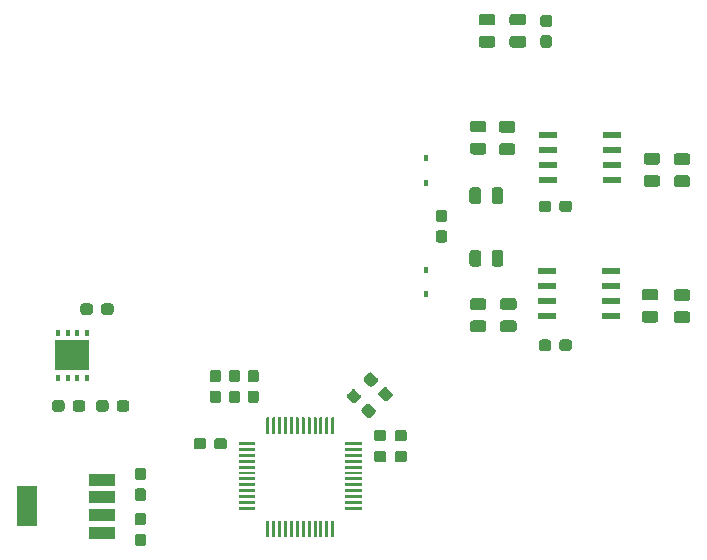
<source format=gbr>
G04 #@! TF.GenerationSoftware,KiCad,Pcbnew,(5.1.5-0-10_14)*
G04 #@! TF.CreationDate,2020-04-05T15:29:42+02:00*
G04 #@! TF.ProjectId,Oasis_ADC,4f617369-735f-4414-9443-2e6b69636164,rev?*
G04 #@! TF.SameCoordinates,Original*
G04 #@! TF.FileFunction,Paste,Top*
G04 #@! TF.FilePolarity,Positive*
%FSLAX46Y46*%
G04 Gerber Fmt 4.6, Leading zero omitted, Abs format (unit mm)*
G04 Created by KiCad (PCBNEW (5.1.5-0-10_14)) date 2020-04-05 15:29:42*
%MOMM*%
%LPD*%
G04 APERTURE LIST*
%ADD10R,0.300000X0.600000*%
%ADD11R,3.000000X2.600000*%
%ADD12C,0.100000*%
%ADD13R,2.200000X1.000000*%
%ADD14R,1.800000X3.400000*%
%ADD15R,0.450000X0.600000*%
%ADD16R,1.550000X0.600000*%
G04 APERTURE END LIST*
D10*
X5590000Y-32800000D03*
X6390000Y-32800000D03*
X7190000Y-32800000D03*
X7990000Y-32800000D03*
X7990000Y-29000000D03*
X7190000Y-29000000D03*
X6390000Y-29000000D03*
X5590000Y-29000000D03*
D11*
X6790000Y-30900000D03*
D12*
G36*
X8310779Y-26526144D02*
G01*
X8333834Y-26529563D01*
X8356443Y-26535227D01*
X8378387Y-26543079D01*
X8399457Y-26553044D01*
X8419448Y-26565026D01*
X8438168Y-26578910D01*
X8455438Y-26594562D01*
X8471090Y-26611832D01*
X8484974Y-26630552D01*
X8496956Y-26650543D01*
X8506921Y-26671613D01*
X8514773Y-26693557D01*
X8520437Y-26716166D01*
X8523856Y-26739221D01*
X8525000Y-26762500D01*
X8525000Y-27237500D01*
X8523856Y-27260779D01*
X8520437Y-27283834D01*
X8514773Y-27306443D01*
X8506921Y-27328387D01*
X8496956Y-27349457D01*
X8484974Y-27369448D01*
X8471090Y-27388168D01*
X8455438Y-27405438D01*
X8438168Y-27421090D01*
X8419448Y-27434974D01*
X8399457Y-27446956D01*
X8378387Y-27456921D01*
X8356443Y-27464773D01*
X8333834Y-27470437D01*
X8310779Y-27473856D01*
X8287500Y-27475000D01*
X7712500Y-27475000D01*
X7689221Y-27473856D01*
X7666166Y-27470437D01*
X7643557Y-27464773D01*
X7621613Y-27456921D01*
X7600543Y-27446956D01*
X7580552Y-27434974D01*
X7561832Y-27421090D01*
X7544562Y-27405438D01*
X7528910Y-27388168D01*
X7515026Y-27369448D01*
X7503044Y-27349457D01*
X7493079Y-27328387D01*
X7485227Y-27306443D01*
X7479563Y-27283834D01*
X7476144Y-27260779D01*
X7475000Y-27237500D01*
X7475000Y-26762500D01*
X7476144Y-26739221D01*
X7479563Y-26716166D01*
X7485227Y-26693557D01*
X7493079Y-26671613D01*
X7503044Y-26650543D01*
X7515026Y-26630552D01*
X7528910Y-26611832D01*
X7544562Y-26594562D01*
X7561832Y-26578910D01*
X7580552Y-26565026D01*
X7600543Y-26553044D01*
X7621613Y-26543079D01*
X7643557Y-26535227D01*
X7666166Y-26529563D01*
X7689221Y-26526144D01*
X7712500Y-26525000D01*
X8287500Y-26525000D01*
X8310779Y-26526144D01*
G37*
G36*
X10060779Y-26526144D02*
G01*
X10083834Y-26529563D01*
X10106443Y-26535227D01*
X10128387Y-26543079D01*
X10149457Y-26553044D01*
X10169448Y-26565026D01*
X10188168Y-26578910D01*
X10205438Y-26594562D01*
X10221090Y-26611832D01*
X10234974Y-26630552D01*
X10246956Y-26650543D01*
X10256921Y-26671613D01*
X10264773Y-26693557D01*
X10270437Y-26716166D01*
X10273856Y-26739221D01*
X10275000Y-26762500D01*
X10275000Y-27237500D01*
X10273856Y-27260779D01*
X10270437Y-27283834D01*
X10264773Y-27306443D01*
X10256921Y-27328387D01*
X10246956Y-27349457D01*
X10234974Y-27369448D01*
X10221090Y-27388168D01*
X10205438Y-27405438D01*
X10188168Y-27421090D01*
X10169448Y-27434974D01*
X10149457Y-27446956D01*
X10128387Y-27456921D01*
X10106443Y-27464773D01*
X10083834Y-27470437D01*
X10060779Y-27473856D01*
X10037500Y-27475000D01*
X9462500Y-27475000D01*
X9439221Y-27473856D01*
X9416166Y-27470437D01*
X9393557Y-27464773D01*
X9371613Y-27456921D01*
X9350543Y-27446956D01*
X9330552Y-27434974D01*
X9311832Y-27421090D01*
X9294562Y-27405438D01*
X9278910Y-27388168D01*
X9265026Y-27369448D01*
X9253044Y-27349457D01*
X9243079Y-27328387D01*
X9235227Y-27306443D01*
X9229563Y-27283834D01*
X9226144Y-27260779D01*
X9225000Y-27237500D01*
X9225000Y-26762500D01*
X9226144Y-26739221D01*
X9229563Y-26716166D01*
X9235227Y-26693557D01*
X9243079Y-26671613D01*
X9253044Y-26650543D01*
X9265026Y-26630552D01*
X9278910Y-26611832D01*
X9294562Y-26594562D01*
X9311832Y-26578910D01*
X9330552Y-26565026D01*
X9350543Y-26553044D01*
X9371613Y-26543079D01*
X9393557Y-26535227D01*
X9416166Y-26529563D01*
X9439221Y-26526144D01*
X9462500Y-26525000D01*
X10037500Y-26525000D01*
X10060779Y-26526144D01*
G37*
G36*
X11385779Y-34726144D02*
G01*
X11408834Y-34729563D01*
X11431443Y-34735227D01*
X11453387Y-34743079D01*
X11474457Y-34753044D01*
X11494448Y-34765026D01*
X11513168Y-34778910D01*
X11530438Y-34794562D01*
X11546090Y-34811832D01*
X11559974Y-34830552D01*
X11571956Y-34850543D01*
X11581921Y-34871613D01*
X11589773Y-34893557D01*
X11595437Y-34916166D01*
X11598856Y-34939221D01*
X11600000Y-34962500D01*
X11600000Y-35437500D01*
X11598856Y-35460779D01*
X11595437Y-35483834D01*
X11589773Y-35506443D01*
X11581921Y-35528387D01*
X11571956Y-35549457D01*
X11559974Y-35569448D01*
X11546090Y-35588168D01*
X11530438Y-35605438D01*
X11513168Y-35621090D01*
X11494448Y-35634974D01*
X11474457Y-35646956D01*
X11453387Y-35656921D01*
X11431443Y-35664773D01*
X11408834Y-35670437D01*
X11385779Y-35673856D01*
X11362500Y-35675000D01*
X10787500Y-35675000D01*
X10764221Y-35673856D01*
X10741166Y-35670437D01*
X10718557Y-35664773D01*
X10696613Y-35656921D01*
X10675543Y-35646956D01*
X10655552Y-35634974D01*
X10636832Y-35621090D01*
X10619562Y-35605438D01*
X10603910Y-35588168D01*
X10590026Y-35569448D01*
X10578044Y-35549457D01*
X10568079Y-35528387D01*
X10560227Y-35506443D01*
X10554563Y-35483834D01*
X10551144Y-35460779D01*
X10550000Y-35437500D01*
X10550000Y-34962500D01*
X10551144Y-34939221D01*
X10554563Y-34916166D01*
X10560227Y-34893557D01*
X10568079Y-34871613D01*
X10578044Y-34850543D01*
X10590026Y-34830552D01*
X10603910Y-34811832D01*
X10619562Y-34794562D01*
X10636832Y-34778910D01*
X10655552Y-34765026D01*
X10675543Y-34753044D01*
X10696613Y-34743079D01*
X10718557Y-34735227D01*
X10741166Y-34729563D01*
X10764221Y-34726144D01*
X10787500Y-34725000D01*
X11362500Y-34725000D01*
X11385779Y-34726144D01*
G37*
G36*
X9635779Y-34726144D02*
G01*
X9658834Y-34729563D01*
X9681443Y-34735227D01*
X9703387Y-34743079D01*
X9724457Y-34753044D01*
X9744448Y-34765026D01*
X9763168Y-34778910D01*
X9780438Y-34794562D01*
X9796090Y-34811832D01*
X9809974Y-34830552D01*
X9821956Y-34850543D01*
X9831921Y-34871613D01*
X9839773Y-34893557D01*
X9845437Y-34916166D01*
X9848856Y-34939221D01*
X9850000Y-34962500D01*
X9850000Y-35437500D01*
X9848856Y-35460779D01*
X9845437Y-35483834D01*
X9839773Y-35506443D01*
X9831921Y-35528387D01*
X9821956Y-35549457D01*
X9809974Y-35569448D01*
X9796090Y-35588168D01*
X9780438Y-35605438D01*
X9763168Y-35621090D01*
X9744448Y-35634974D01*
X9724457Y-35646956D01*
X9703387Y-35656921D01*
X9681443Y-35664773D01*
X9658834Y-35670437D01*
X9635779Y-35673856D01*
X9612500Y-35675000D01*
X9037500Y-35675000D01*
X9014221Y-35673856D01*
X8991166Y-35670437D01*
X8968557Y-35664773D01*
X8946613Y-35656921D01*
X8925543Y-35646956D01*
X8905552Y-35634974D01*
X8886832Y-35621090D01*
X8869562Y-35605438D01*
X8853910Y-35588168D01*
X8840026Y-35569448D01*
X8828044Y-35549457D01*
X8818079Y-35528387D01*
X8810227Y-35506443D01*
X8804563Y-35483834D01*
X8801144Y-35460779D01*
X8800000Y-35437500D01*
X8800000Y-34962500D01*
X8801144Y-34939221D01*
X8804563Y-34916166D01*
X8810227Y-34893557D01*
X8818079Y-34871613D01*
X8828044Y-34850543D01*
X8840026Y-34830552D01*
X8853910Y-34811832D01*
X8869562Y-34794562D01*
X8886832Y-34778910D01*
X8905552Y-34765026D01*
X8925543Y-34753044D01*
X8946613Y-34743079D01*
X8968557Y-34735227D01*
X8991166Y-34729563D01*
X9014221Y-34726144D01*
X9037500Y-34725000D01*
X9612500Y-34725000D01*
X9635779Y-34726144D01*
G37*
G36*
X12810779Y-40436144D02*
G01*
X12833834Y-40439563D01*
X12856443Y-40445227D01*
X12878387Y-40453079D01*
X12899457Y-40463044D01*
X12919448Y-40475026D01*
X12938168Y-40488910D01*
X12955438Y-40504562D01*
X12971090Y-40521832D01*
X12984974Y-40540552D01*
X12996956Y-40560543D01*
X13006921Y-40581613D01*
X13014773Y-40603557D01*
X13020437Y-40626166D01*
X13023856Y-40649221D01*
X13025000Y-40672500D01*
X13025000Y-41247500D01*
X13023856Y-41270779D01*
X13020437Y-41293834D01*
X13014773Y-41316443D01*
X13006921Y-41338387D01*
X12996956Y-41359457D01*
X12984974Y-41379448D01*
X12971090Y-41398168D01*
X12955438Y-41415438D01*
X12938168Y-41431090D01*
X12919448Y-41444974D01*
X12899457Y-41456956D01*
X12878387Y-41466921D01*
X12856443Y-41474773D01*
X12833834Y-41480437D01*
X12810779Y-41483856D01*
X12787500Y-41485000D01*
X12312500Y-41485000D01*
X12289221Y-41483856D01*
X12266166Y-41480437D01*
X12243557Y-41474773D01*
X12221613Y-41466921D01*
X12200543Y-41456956D01*
X12180552Y-41444974D01*
X12161832Y-41431090D01*
X12144562Y-41415438D01*
X12128910Y-41398168D01*
X12115026Y-41379448D01*
X12103044Y-41359457D01*
X12093079Y-41338387D01*
X12085227Y-41316443D01*
X12079563Y-41293834D01*
X12076144Y-41270779D01*
X12075000Y-41247500D01*
X12075000Y-40672500D01*
X12076144Y-40649221D01*
X12079563Y-40626166D01*
X12085227Y-40603557D01*
X12093079Y-40581613D01*
X12103044Y-40560543D01*
X12115026Y-40540552D01*
X12128910Y-40521832D01*
X12144562Y-40504562D01*
X12161832Y-40488910D01*
X12180552Y-40475026D01*
X12200543Y-40463044D01*
X12221613Y-40453079D01*
X12243557Y-40445227D01*
X12266166Y-40439563D01*
X12289221Y-40436144D01*
X12312500Y-40435000D01*
X12787500Y-40435000D01*
X12810779Y-40436144D01*
G37*
G36*
X12810779Y-42186144D02*
G01*
X12833834Y-42189563D01*
X12856443Y-42195227D01*
X12878387Y-42203079D01*
X12899457Y-42213044D01*
X12919448Y-42225026D01*
X12938168Y-42238910D01*
X12955438Y-42254562D01*
X12971090Y-42271832D01*
X12984974Y-42290552D01*
X12996956Y-42310543D01*
X13006921Y-42331613D01*
X13014773Y-42353557D01*
X13020437Y-42376166D01*
X13023856Y-42399221D01*
X13025000Y-42422500D01*
X13025000Y-42997500D01*
X13023856Y-43020779D01*
X13020437Y-43043834D01*
X13014773Y-43066443D01*
X13006921Y-43088387D01*
X12996956Y-43109457D01*
X12984974Y-43129448D01*
X12971090Y-43148168D01*
X12955438Y-43165438D01*
X12938168Y-43181090D01*
X12919448Y-43194974D01*
X12899457Y-43206956D01*
X12878387Y-43216921D01*
X12856443Y-43224773D01*
X12833834Y-43230437D01*
X12810779Y-43233856D01*
X12787500Y-43235000D01*
X12312500Y-43235000D01*
X12289221Y-43233856D01*
X12266166Y-43230437D01*
X12243557Y-43224773D01*
X12221613Y-43216921D01*
X12200543Y-43206956D01*
X12180552Y-43194974D01*
X12161832Y-43181090D01*
X12144562Y-43165438D01*
X12128910Y-43148168D01*
X12115026Y-43129448D01*
X12103044Y-43109457D01*
X12093079Y-43088387D01*
X12085227Y-43066443D01*
X12079563Y-43043834D01*
X12076144Y-43020779D01*
X12075000Y-42997500D01*
X12075000Y-42422500D01*
X12076144Y-42399221D01*
X12079563Y-42376166D01*
X12085227Y-42353557D01*
X12093079Y-42331613D01*
X12103044Y-42310543D01*
X12115026Y-42290552D01*
X12128910Y-42271832D01*
X12144562Y-42254562D01*
X12161832Y-42238910D01*
X12180552Y-42225026D01*
X12200543Y-42213044D01*
X12221613Y-42203079D01*
X12243557Y-42195227D01*
X12266166Y-42189563D01*
X12289221Y-42186144D01*
X12312500Y-42185000D01*
X12787500Y-42185000D01*
X12810779Y-42186144D01*
G37*
G36*
X12810779Y-44266144D02*
G01*
X12833834Y-44269563D01*
X12856443Y-44275227D01*
X12878387Y-44283079D01*
X12899457Y-44293044D01*
X12919448Y-44305026D01*
X12938168Y-44318910D01*
X12955438Y-44334562D01*
X12971090Y-44351832D01*
X12984974Y-44370552D01*
X12996956Y-44390543D01*
X13006921Y-44411613D01*
X13014773Y-44433557D01*
X13020437Y-44456166D01*
X13023856Y-44479221D01*
X13025000Y-44502500D01*
X13025000Y-45077500D01*
X13023856Y-45100779D01*
X13020437Y-45123834D01*
X13014773Y-45146443D01*
X13006921Y-45168387D01*
X12996956Y-45189457D01*
X12984974Y-45209448D01*
X12971090Y-45228168D01*
X12955438Y-45245438D01*
X12938168Y-45261090D01*
X12919448Y-45274974D01*
X12899457Y-45286956D01*
X12878387Y-45296921D01*
X12856443Y-45304773D01*
X12833834Y-45310437D01*
X12810779Y-45313856D01*
X12787500Y-45315000D01*
X12312500Y-45315000D01*
X12289221Y-45313856D01*
X12266166Y-45310437D01*
X12243557Y-45304773D01*
X12221613Y-45296921D01*
X12200543Y-45286956D01*
X12180552Y-45274974D01*
X12161832Y-45261090D01*
X12144562Y-45245438D01*
X12128910Y-45228168D01*
X12115026Y-45209448D01*
X12103044Y-45189457D01*
X12093079Y-45168387D01*
X12085227Y-45146443D01*
X12079563Y-45123834D01*
X12076144Y-45100779D01*
X12075000Y-45077500D01*
X12075000Y-44502500D01*
X12076144Y-44479221D01*
X12079563Y-44456166D01*
X12085227Y-44433557D01*
X12093079Y-44411613D01*
X12103044Y-44390543D01*
X12115026Y-44370552D01*
X12128910Y-44351832D01*
X12144562Y-44334562D01*
X12161832Y-44318910D01*
X12180552Y-44305026D01*
X12200543Y-44293044D01*
X12221613Y-44283079D01*
X12243557Y-44275227D01*
X12266166Y-44269563D01*
X12289221Y-44266144D01*
X12312500Y-44265000D01*
X12787500Y-44265000D01*
X12810779Y-44266144D01*
G37*
G36*
X12810779Y-46016144D02*
G01*
X12833834Y-46019563D01*
X12856443Y-46025227D01*
X12878387Y-46033079D01*
X12899457Y-46043044D01*
X12919448Y-46055026D01*
X12938168Y-46068910D01*
X12955438Y-46084562D01*
X12971090Y-46101832D01*
X12984974Y-46120552D01*
X12996956Y-46140543D01*
X13006921Y-46161613D01*
X13014773Y-46183557D01*
X13020437Y-46206166D01*
X13023856Y-46229221D01*
X13025000Y-46252500D01*
X13025000Y-46827500D01*
X13023856Y-46850779D01*
X13020437Y-46873834D01*
X13014773Y-46896443D01*
X13006921Y-46918387D01*
X12996956Y-46939457D01*
X12984974Y-46959448D01*
X12971090Y-46978168D01*
X12955438Y-46995438D01*
X12938168Y-47011090D01*
X12919448Y-47024974D01*
X12899457Y-47036956D01*
X12878387Y-47046921D01*
X12856443Y-47054773D01*
X12833834Y-47060437D01*
X12810779Y-47063856D01*
X12787500Y-47065000D01*
X12312500Y-47065000D01*
X12289221Y-47063856D01*
X12266166Y-47060437D01*
X12243557Y-47054773D01*
X12221613Y-47046921D01*
X12200543Y-47036956D01*
X12180552Y-47024974D01*
X12161832Y-47011090D01*
X12144562Y-46995438D01*
X12128910Y-46978168D01*
X12115026Y-46959448D01*
X12103044Y-46939457D01*
X12093079Y-46918387D01*
X12085227Y-46896443D01*
X12079563Y-46873834D01*
X12076144Y-46850779D01*
X12075000Y-46827500D01*
X12075000Y-46252500D01*
X12076144Y-46229221D01*
X12079563Y-46206166D01*
X12085227Y-46183557D01*
X12093079Y-46161613D01*
X12103044Y-46140543D01*
X12115026Y-46120552D01*
X12128910Y-46101832D01*
X12144562Y-46084562D01*
X12161832Y-46068910D01*
X12180552Y-46055026D01*
X12200543Y-46043044D01*
X12221613Y-46033079D01*
X12243557Y-46025227D01*
X12266166Y-46019563D01*
X12289221Y-46016144D01*
X12312500Y-46015000D01*
X12787500Y-46015000D01*
X12810779Y-46016144D01*
G37*
G36*
X34902728Y-37240742D02*
G01*
X34925783Y-37244161D01*
X34948392Y-37249825D01*
X34970336Y-37257677D01*
X34991406Y-37267642D01*
X35011397Y-37279624D01*
X35030117Y-37293508D01*
X35047387Y-37309160D01*
X35063039Y-37326430D01*
X35076923Y-37345150D01*
X35088905Y-37365141D01*
X35098870Y-37386211D01*
X35106722Y-37408155D01*
X35112386Y-37430764D01*
X35115805Y-37453819D01*
X35116949Y-37477098D01*
X35116949Y-37952098D01*
X35115805Y-37975377D01*
X35112386Y-37998432D01*
X35106722Y-38021041D01*
X35098870Y-38042985D01*
X35088905Y-38064055D01*
X35076923Y-38084046D01*
X35063039Y-38102766D01*
X35047387Y-38120036D01*
X35030117Y-38135688D01*
X35011397Y-38149572D01*
X34991406Y-38161554D01*
X34970336Y-38171519D01*
X34948392Y-38179371D01*
X34925783Y-38185035D01*
X34902728Y-38188454D01*
X34879449Y-38189598D01*
X34304449Y-38189598D01*
X34281170Y-38188454D01*
X34258115Y-38185035D01*
X34235506Y-38179371D01*
X34213562Y-38171519D01*
X34192492Y-38161554D01*
X34172501Y-38149572D01*
X34153781Y-38135688D01*
X34136511Y-38120036D01*
X34120859Y-38102766D01*
X34106975Y-38084046D01*
X34094993Y-38064055D01*
X34085028Y-38042985D01*
X34077176Y-38021041D01*
X34071512Y-37998432D01*
X34068093Y-37975377D01*
X34066949Y-37952098D01*
X34066949Y-37477098D01*
X34068093Y-37453819D01*
X34071512Y-37430764D01*
X34077176Y-37408155D01*
X34085028Y-37386211D01*
X34094993Y-37365141D01*
X34106975Y-37345150D01*
X34120859Y-37326430D01*
X34136511Y-37309160D01*
X34153781Y-37293508D01*
X34172501Y-37279624D01*
X34192492Y-37267642D01*
X34213562Y-37257677D01*
X34235506Y-37249825D01*
X34258115Y-37244161D01*
X34281170Y-37240742D01*
X34304449Y-37239598D01*
X34879449Y-37239598D01*
X34902728Y-37240742D01*
G37*
G36*
X33152728Y-37240742D02*
G01*
X33175783Y-37244161D01*
X33198392Y-37249825D01*
X33220336Y-37257677D01*
X33241406Y-37267642D01*
X33261397Y-37279624D01*
X33280117Y-37293508D01*
X33297387Y-37309160D01*
X33313039Y-37326430D01*
X33326923Y-37345150D01*
X33338905Y-37365141D01*
X33348870Y-37386211D01*
X33356722Y-37408155D01*
X33362386Y-37430764D01*
X33365805Y-37453819D01*
X33366949Y-37477098D01*
X33366949Y-37952098D01*
X33365805Y-37975377D01*
X33362386Y-37998432D01*
X33356722Y-38021041D01*
X33348870Y-38042985D01*
X33338905Y-38064055D01*
X33326923Y-38084046D01*
X33313039Y-38102766D01*
X33297387Y-38120036D01*
X33280117Y-38135688D01*
X33261397Y-38149572D01*
X33241406Y-38161554D01*
X33220336Y-38171519D01*
X33198392Y-38179371D01*
X33175783Y-38185035D01*
X33152728Y-38188454D01*
X33129449Y-38189598D01*
X32554449Y-38189598D01*
X32531170Y-38188454D01*
X32508115Y-38185035D01*
X32485506Y-38179371D01*
X32463562Y-38171519D01*
X32442492Y-38161554D01*
X32422501Y-38149572D01*
X32403781Y-38135688D01*
X32386511Y-38120036D01*
X32370859Y-38102766D01*
X32356975Y-38084046D01*
X32344993Y-38064055D01*
X32335028Y-38042985D01*
X32327176Y-38021041D01*
X32321512Y-37998432D01*
X32318093Y-37975377D01*
X32316949Y-37952098D01*
X32316949Y-37477098D01*
X32318093Y-37453819D01*
X32321512Y-37430764D01*
X32327176Y-37408155D01*
X32335028Y-37386211D01*
X32344993Y-37365141D01*
X32356975Y-37345150D01*
X32370859Y-37326430D01*
X32386511Y-37309160D01*
X32403781Y-37293508D01*
X32422501Y-37279624D01*
X32442492Y-37267642D01*
X32463562Y-37257677D01*
X32485506Y-37249825D01*
X32508115Y-37244161D01*
X32531170Y-37240742D01*
X32554449Y-37239598D01*
X33129449Y-37239598D01*
X33152728Y-37240742D01*
G37*
G36*
X33160779Y-39026144D02*
G01*
X33183834Y-39029563D01*
X33206443Y-39035227D01*
X33228387Y-39043079D01*
X33249457Y-39053044D01*
X33269448Y-39065026D01*
X33288168Y-39078910D01*
X33305438Y-39094562D01*
X33321090Y-39111832D01*
X33334974Y-39130552D01*
X33346956Y-39150543D01*
X33356921Y-39171613D01*
X33364773Y-39193557D01*
X33370437Y-39216166D01*
X33373856Y-39239221D01*
X33375000Y-39262500D01*
X33375000Y-39737500D01*
X33373856Y-39760779D01*
X33370437Y-39783834D01*
X33364773Y-39806443D01*
X33356921Y-39828387D01*
X33346956Y-39849457D01*
X33334974Y-39869448D01*
X33321090Y-39888168D01*
X33305438Y-39905438D01*
X33288168Y-39921090D01*
X33269448Y-39934974D01*
X33249457Y-39946956D01*
X33228387Y-39956921D01*
X33206443Y-39964773D01*
X33183834Y-39970437D01*
X33160779Y-39973856D01*
X33137500Y-39975000D01*
X32562500Y-39975000D01*
X32539221Y-39973856D01*
X32516166Y-39970437D01*
X32493557Y-39964773D01*
X32471613Y-39956921D01*
X32450543Y-39946956D01*
X32430552Y-39934974D01*
X32411832Y-39921090D01*
X32394562Y-39905438D01*
X32378910Y-39888168D01*
X32365026Y-39869448D01*
X32353044Y-39849457D01*
X32343079Y-39828387D01*
X32335227Y-39806443D01*
X32329563Y-39783834D01*
X32326144Y-39760779D01*
X32325000Y-39737500D01*
X32325000Y-39262500D01*
X32326144Y-39239221D01*
X32329563Y-39216166D01*
X32335227Y-39193557D01*
X32343079Y-39171613D01*
X32353044Y-39150543D01*
X32365026Y-39130552D01*
X32378910Y-39111832D01*
X32394562Y-39094562D01*
X32411832Y-39078910D01*
X32430552Y-39065026D01*
X32450543Y-39053044D01*
X32471613Y-39043079D01*
X32493557Y-39035227D01*
X32516166Y-39029563D01*
X32539221Y-39026144D01*
X32562500Y-39025000D01*
X33137500Y-39025000D01*
X33160779Y-39026144D01*
G37*
G36*
X34910779Y-39026144D02*
G01*
X34933834Y-39029563D01*
X34956443Y-39035227D01*
X34978387Y-39043079D01*
X34999457Y-39053044D01*
X35019448Y-39065026D01*
X35038168Y-39078910D01*
X35055438Y-39094562D01*
X35071090Y-39111832D01*
X35084974Y-39130552D01*
X35096956Y-39150543D01*
X35106921Y-39171613D01*
X35114773Y-39193557D01*
X35120437Y-39216166D01*
X35123856Y-39239221D01*
X35125000Y-39262500D01*
X35125000Y-39737500D01*
X35123856Y-39760779D01*
X35120437Y-39783834D01*
X35114773Y-39806443D01*
X35106921Y-39828387D01*
X35096956Y-39849457D01*
X35084974Y-39869448D01*
X35071090Y-39888168D01*
X35055438Y-39905438D01*
X35038168Y-39921090D01*
X35019448Y-39934974D01*
X34999457Y-39946956D01*
X34978387Y-39956921D01*
X34956443Y-39964773D01*
X34933834Y-39970437D01*
X34910779Y-39973856D01*
X34887500Y-39975000D01*
X34312500Y-39975000D01*
X34289221Y-39973856D01*
X34266166Y-39970437D01*
X34243557Y-39964773D01*
X34221613Y-39956921D01*
X34200543Y-39946956D01*
X34180552Y-39934974D01*
X34161832Y-39921090D01*
X34144562Y-39905438D01*
X34128910Y-39888168D01*
X34115026Y-39869448D01*
X34103044Y-39849457D01*
X34093079Y-39828387D01*
X34085227Y-39806443D01*
X34079563Y-39783834D01*
X34076144Y-39760779D01*
X34075000Y-39737500D01*
X34075000Y-39262500D01*
X34076144Y-39239221D01*
X34079563Y-39216166D01*
X34085227Y-39193557D01*
X34093079Y-39171613D01*
X34103044Y-39150543D01*
X34115026Y-39130552D01*
X34128910Y-39111832D01*
X34144562Y-39094562D01*
X34161832Y-39078910D01*
X34180552Y-39065026D01*
X34200543Y-39053044D01*
X34221613Y-39043079D01*
X34243557Y-39035227D01*
X34266166Y-39029563D01*
X34289221Y-39026144D01*
X34312500Y-39025000D01*
X34887500Y-39025000D01*
X34910779Y-39026144D01*
G37*
G36*
X30616630Y-33762396D02*
G01*
X30639685Y-33765815D01*
X30662294Y-33771479D01*
X30684238Y-33779331D01*
X30705308Y-33789296D01*
X30725299Y-33801278D01*
X30744019Y-33815162D01*
X30761289Y-33830814D01*
X31167875Y-34237400D01*
X31183527Y-34254670D01*
X31197411Y-34273390D01*
X31209393Y-34293381D01*
X31219358Y-34314451D01*
X31227210Y-34336395D01*
X31232874Y-34359004D01*
X31236293Y-34382059D01*
X31237437Y-34405338D01*
X31236293Y-34428617D01*
X31232874Y-34451672D01*
X31227210Y-34474281D01*
X31219358Y-34496225D01*
X31209393Y-34517295D01*
X31197411Y-34537286D01*
X31183527Y-34556006D01*
X31167875Y-34573276D01*
X30831999Y-34909152D01*
X30814729Y-34924804D01*
X30796009Y-34938688D01*
X30776018Y-34950670D01*
X30754948Y-34960635D01*
X30733004Y-34968487D01*
X30710395Y-34974151D01*
X30687340Y-34977570D01*
X30664061Y-34978714D01*
X30640782Y-34977570D01*
X30617727Y-34974151D01*
X30595118Y-34968487D01*
X30573174Y-34960635D01*
X30552104Y-34950670D01*
X30532113Y-34938688D01*
X30513393Y-34924804D01*
X30496123Y-34909152D01*
X30089537Y-34502566D01*
X30073885Y-34485296D01*
X30060001Y-34466576D01*
X30048019Y-34446585D01*
X30038054Y-34425515D01*
X30030202Y-34403571D01*
X30024538Y-34380962D01*
X30021119Y-34357907D01*
X30019975Y-34334628D01*
X30021119Y-34311349D01*
X30024538Y-34288294D01*
X30030202Y-34265685D01*
X30038054Y-34243741D01*
X30048019Y-34222671D01*
X30060001Y-34202680D01*
X30073885Y-34183960D01*
X30089537Y-34166690D01*
X30425413Y-33830814D01*
X30442683Y-33815162D01*
X30461403Y-33801278D01*
X30481394Y-33789296D01*
X30502464Y-33779331D01*
X30524408Y-33771479D01*
X30547017Y-33765815D01*
X30570072Y-33762396D01*
X30593351Y-33761252D01*
X30616630Y-33762396D01*
G37*
G36*
X31854066Y-34999832D02*
G01*
X31877121Y-35003251D01*
X31899730Y-35008915D01*
X31921674Y-35016767D01*
X31942744Y-35026732D01*
X31962735Y-35038714D01*
X31981455Y-35052598D01*
X31998725Y-35068250D01*
X32405311Y-35474836D01*
X32420963Y-35492106D01*
X32434847Y-35510826D01*
X32446829Y-35530817D01*
X32456794Y-35551887D01*
X32464646Y-35573831D01*
X32470310Y-35596440D01*
X32473729Y-35619495D01*
X32474873Y-35642774D01*
X32473729Y-35666053D01*
X32470310Y-35689108D01*
X32464646Y-35711717D01*
X32456794Y-35733661D01*
X32446829Y-35754731D01*
X32434847Y-35774722D01*
X32420963Y-35793442D01*
X32405311Y-35810712D01*
X32069435Y-36146588D01*
X32052165Y-36162240D01*
X32033445Y-36176124D01*
X32013454Y-36188106D01*
X31992384Y-36198071D01*
X31970440Y-36205923D01*
X31947831Y-36211587D01*
X31924776Y-36215006D01*
X31901497Y-36216150D01*
X31878218Y-36215006D01*
X31855163Y-36211587D01*
X31832554Y-36205923D01*
X31810610Y-36198071D01*
X31789540Y-36188106D01*
X31769549Y-36176124D01*
X31750829Y-36162240D01*
X31733559Y-36146588D01*
X31326973Y-35740002D01*
X31311321Y-35722732D01*
X31297437Y-35704012D01*
X31285455Y-35684021D01*
X31275490Y-35662951D01*
X31267638Y-35641007D01*
X31261974Y-35618398D01*
X31258555Y-35595343D01*
X31257411Y-35572064D01*
X31258555Y-35548785D01*
X31261974Y-35525730D01*
X31267638Y-35503121D01*
X31275490Y-35481177D01*
X31285455Y-35460107D01*
X31297437Y-35440116D01*
X31311321Y-35421396D01*
X31326973Y-35404126D01*
X31662849Y-35068250D01*
X31680119Y-35052598D01*
X31698839Y-35038714D01*
X31718830Y-35026732D01*
X31739900Y-35016767D01*
X31761844Y-35008915D01*
X31784453Y-35003251D01*
X31807508Y-34999832D01*
X31830787Y-34998688D01*
X31854066Y-34999832D01*
G37*
G36*
X33287924Y-33592413D02*
G01*
X33310979Y-33595832D01*
X33333588Y-33601496D01*
X33355532Y-33609348D01*
X33376602Y-33619313D01*
X33396593Y-33631295D01*
X33415313Y-33645179D01*
X33432583Y-33660831D01*
X33839169Y-34067417D01*
X33854821Y-34084687D01*
X33868705Y-34103407D01*
X33880687Y-34123398D01*
X33890652Y-34144468D01*
X33898504Y-34166412D01*
X33904168Y-34189021D01*
X33907587Y-34212076D01*
X33908731Y-34235355D01*
X33907587Y-34258634D01*
X33904168Y-34281689D01*
X33898504Y-34304298D01*
X33890652Y-34326242D01*
X33880687Y-34347312D01*
X33868705Y-34367303D01*
X33854821Y-34386023D01*
X33839169Y-34403293D01*
X33503293Y-34739169D01*
X33486023Y-34754821D01*
X33467303Y-34768705D01*
X33447312Y-34780687D01*
X33426242Y-34790652D01*
X33404298Y-34798504D01*
X33381689Y-34804168D01*
X33358634Y-34807587D01*
X33335355Y-34808731D01*
X33312076Y-34807587D01*
X33289021Y-34804168D01*
X33266412Y-34798504D01*
X33244468Y-34790652D01*
X33223398Y-34780687D01*
X33203407Y-34768705D01*
X33184687Y-34754821D01*
X33167417Y-34739169D01*
X32760831Y-34332583D01*
X32745179Y-34315313D01*
X32731295Y-34296593D01*
X32719313Y-34276602D01*
X32709348Y-34255532D01*
X32701496Y-34233588D01*
X32695832Y-34210979D01*
X32692413Y-34187924D01*
X32691269Y-34164645D01*
X32692413Y-34141366D01*
X32695832Y-34118311D01*
X32701496Y-34095702D01*
X32709348Y-34073758D01*
X32719313Y-34052688D01*
X32731295Y-34032697D01*
X32745179Y-34013977D01*
X32760831Y-33996707D01*
X33096707Y-33660831D01*
X33113977Y-33645179D01*
X33132697Y-33631295D01*
X33152688Y-33619313D01*
X33173758Y-33609348D01*
X33195702Y-33601496D01*
X33218311Y-33595832D01*
X33241366Y-33592413D01*
X33264645Y-33591269D01*
X33287924Y-33592413D01*
G37*
G36*
X32050488Y-32354977D02*
G01*
X32073543Y-32358396D01*
X32096152Y-32364060D01*
X32118096Y-32371912D01*
X32139166Y-32381877D01*
X32159157Y-32393859D01*
X32177877Y-32407743D01*
X32195147Y-32423395D01*
X32601733Y-32829981D01*
X32617385Y-32847251D01*
X32631269Y-32865971D01*
X32643251Y-32885962D01*
X32653216Y-32907032D01*
X32661068Y-32928976D01*
X32666732Y-32951585D01*
X32670151Y-32974640D01*
X32671295Y-32997919D01*
X32670151Y-33021198D01*
X32666732Y-33044253D01*
X32661068Y-33066862D01*
X32653216Y-33088806D01*
X32643251Y-33109876D01*
X32631269Y-33129867D01*
X32617385Y-33148587D01*
X32601733Y-33165857D01*
X32265857Y-33501733D01*
X32248587Y-33517385D01*
X32229867Y-33531269D01*
X32209876Y-33543251D01*
X32188806Y-33553216D01*
X32166862Y-33561068D01*
X32144253Y-33566732D01*
X32121198Y-33570151D01*
X32097919Y-33571295D01*
X32074640Y-33570151D01*
X32051585Y-33566732D01*
X32028976Y-33561068D01*
X32007032Y-33553216D01*
X31985962Y-33543251D01*
X31965971Y-33531269D01*
X31947251Y-33517385D01*
X31929981Y-33501733D01*
X31523395Y-33095147D01*
X31507743Y-33077877D01*
X31493859Y-33059157D01*
X31481877Y-33039166D01*
X31471912Y-33018096D01*
X31464060Y-32996152D01*
X31458396Y-32973543D01*
X31454977Y-32950488D01*
X31453833Y-32927209D01*
X31454977Y-32903930D01*
X31458396Y-32880875D01*
X31464060Y-32858266D01*
X31471912Y-32836322D01*
X31481877Y-32815252D01*
X31493859Y-32795261D01*
X31507743Y-32776541D01*
X31523395Y-32759271D01*
X31859271Y-32423395D01*
X31876541Y-32407743D01*
X31895261Y-32393859D01*
X31915252Y-32381877D01*
X31936322Y-32371912D01*
X31958266Y-32364060D01*
X31980875Y-32358396D01*
X32003930Y-32354977D01*
X32027209Y-32353833D01*
X32050488Y-32354977D01*
G37*
G36*
X22359767Y-32150614D02*
G01*
X22382822Y-32154033D01*
X22405431Y-32159697D01*
X22427375Y-32167549D01*
X22448445Y-32177514D01*
X22468436Y-32189496D01*
X22487156Y-32203380D01*
X22504426Y-32219032D01*
X22520078Y-32236302D01*
X22533962Y-32255022D01*
X22545944Y-32275013D01*
X22555909Y-32296083D01*
X22563761Y-32318027D01*
X22569425Y-32340636D01*
X22572844Y-32363691D01*
X22573988Y-32386970D01*
X22573988Y-32961970D01*
X22572844Y-32985249D01*
X22569425Y-33008304D01*
X22563761Y-33030913D01*
X22555909Y-33052857D01*
X22545944Y-33073927D01*
X22533962Y-33093918D01*
X22520078Y-33112638D01*
X22504426Y-33129908D01*
X22487156Y-33145560D01*
X22468436Y-33159444D01*
X22448445Y-33171426D01*
X22427375Y-33181391D01*
X22405431Y-33189243D01*
X22382822Y-33194907D01*
X22359767Y-33198326D01*
X22336488Y-33199470D01*
X21861488Y-33199470D01*
X21838209Y-33198326D01*
X21815154Y-33194907D01*
X21792545Y-33189243D01*
X21770601Y-33181391D01*
X21749531Y-33171426D01*
X21729540Y-33159444D01*
X21710820Y-33145560D01*
X21693550Y-33129908D01*
X21677898Y-33112638D01*
X21664014Y-33093918D01*
X21652032Y-33073927D01*
X21642067Y-33052857D01*
X21634215Y-33030913D01*
X21628551Y-33008304D01*
X21625132Y-32985249D01*
X21623988Y-32961970D01*
X21623988Y-32386970D01*
X21625132Y-32363691D01*
X21628551Y-32340636D01*
X21634215Y-32318027D01*
X21642067Y-32296083D01*
X21652032Y-32275013D01*
X21664014Y-32255022D01*
X21677898Y-32236302D01*
X21693550Y-32219032D01*
X21710820Y-32203380D01*
X21729540Y-32189496D01*
X21749531Y-32177514D01*
X21770601Y-32167549D01*
X21792545Y-32159697D01*
X21815154Y-32154033D01*
X21838209Y-32150614D01*
X21861488Y-32149470D01*
X22336488Y-32149470D01*
X22359767Y-32150614D01*
G37*
G36*
X22359767Y-33900614D02*
G01*
X22382822Y-33904033D01*
X22405431Y-33909697D01*
X22427375Y-33917549D01*
X22448445Y-33927514D01*
X22468436Y-33939496D01*
X22487156Y-33953380D01*
X22504426Y-33969032D01*
X22520078Y-33986302D01*
X22533962Y-34005022D01*
X22545944Y-34025013D01*
X22555909Y-34046083D01*
X22563761Y-34068027D01*
X22569425Y-34090636D01*
X22572844Y-34113691D01*
X22573988Y-34136970D01*
X22573988Y-34711970D01*
X22572844Y-34735249D01*
X22569425Y-34758304D01*
X22563761Y-34780913D01*
X22555909Y-34802857D01*
X22545944Y-34823927D01*
X22533962Y-34843918D01*
X22520078Y-34862638D01*
X22504426Y-34879908D01*
X22487156Y-34895560D01*
X22468436Y-34909444D01*
X22448445Y-34921426D01*
X22427375Y-34931391D01*
X22405431Y-34939243D01*
X22382822Y-34944907D01*
X22359767Y-34948326D01*
X22336488Y-34949470D01*
X21861488Y-34949470D01*
X21838209Y-34948326D01*
X21815154Y-34944907D01*
X21792545Y-34939243D01*
X21770601Y-34931391D01*
X21749531Y-34921426D01*
X21729540Y-34909444D01*
X21710820Y-34895560D01*
X21693550Y-34879908D01*
X21677898Y-34862638D01*
X21664014Y-34843918D01*
X21652032Y-34823927D01*
X21642067Y-34802857D01*
X21634215Y-34780913D01*
X21628551Y-34758304D01*
X21625132Y-34735249D01*
X21623988Y-34711970D01*
X21623988Y-34136970D01*
X21625132Y-34113691D01*
X21628551Y-34090636D01*
X21634215Y-34068027D01*
X21642067Y-34046083D01*
X21652032Y-34025013D01*
X21664014Y-34005022D01*
X21677898Y-33986302D01*
X21693550Y-33969032D01*
X21710820Y-33953380D01*
X21729540Y-33939496D01*
X21749531Y-33927514D01*
X21770601Y-33917549D01*
X21792545Y-33909697D01*
X21815154Y-33904033D01*
X21838209Y-33900614D01*
X21861488Y-33899470D01*
X22336488Y-33899470D01*
X22359767Y-33900614D01*
G37*
G36*
X19644981Y-37926144D02*
G01*
X19668036Y-37929563D01*
X19690645Y-37935227D01*
X19712589Y-37943079D01*
X19733659Y-37953044D01*
X19753650Y-37965026D01*
X19772370Y-37978910D01*
X19789640Y-37994562D01*
X19805292Y-38011832D01*
X19819176Y-38030552D01*
X19831158Y-38050543D01*
X19841123Y-38071613D01*
X19848975Y-38093557D01*
X19854639Y-38116166D01*
X19858058Y-38139221D01*
X19859202Y-38162500D01*
X19859202Y-38637500D01*
X19858058Y-38660779D01*
X19854639Y-38683834D01*
X19848975Y-38706443D01*
X19841123Y-38728387D01*
X19831158Y-38749457D01*
X19819176Y-38769448D01*
X19805292Y-38788168D01*
X19789640Y-38805438D01*
X19772370Y-38821090D01*
X19753650Y-38834974D01*
X19733659Y-38846956D01*
X19712589Y-38856921D01*
X19690645Y-38864773D01*
X19668036Y-38870437D01*
X19644981Y-38873856D01*
X19621702Y-38875000D01*
X19046702Y-38875000D01*
X19023423Y-38873856D01*
X19000368Y-38870437D01*
X18977759Y-38864773D01*
X18955815Y-38856921D01*
X18934745Y-38846956D01*
X18914754Y-38834974D01*
X18896034Y-38821090D01*
X18878764Y-38805438D01*
X18863112Y-38788168D01*
X18849228Y-38769448D01*
X18837246Y-38749457D01*
X18827281Y-38728387D01*
X18819429Y-38706443D01*
X18813765Y-38683834D01*
X18810346Y-38660779D01*
X18809202Y-38637500D01*
X18809202Y-38162500D01*
X18810346Y-38139221D01*
X18813765Y-38116166D01*
X18819429Y-38093557D01*
X18827281Y-38071613D01*
X18837246Y-38050543D01*
X18849228Y-38030552D01*
X18863112Y-38011832D01*
X18878764Y-37994562D01*
X18896034Y-37978910D01*
X18914754Y-37965026D01*
X18934745Y-37953044D01*
X18955815Y-37943079D01*
X18977759Y-37935227D01*
X19000368Y-37929563D01*
X19023423Y-37926144D01*
X19046702Y-37925000D01*
X19621702Y-37925000D01*
X19644981Y-37926144D01*
G37*
G36*
X17894981Y-37926144D02*
G01*
X17918036Y-37929563D01*
X17940645Y-37935227D01*
X17962589Y-37943079D01*
X17983659Y-37953044D01*
X18003650Y-37965026D01*
X18022370Y-37978910D01*
X18039640Y-37994562D01*
X18055292Y-38011832D01*
X18069176Y-38030552D01*
X18081158Y-38050543D01*
X18091123Y-38071613D01*
X18098975Y-38093557D01*
X18104639Y-38116166D01*
X18108058Y-38139221D01*
X18109202Y-38162500D01*
X18109202Y-38637500D01*
X18108058Y-38660779D01*
X18104639Y-38683834D01*
X18098975Y-38706443D01*
X18091123Y-38728387D01*
X18081158Y-38749457D01*
X18069176Y-38769448D01*
X18055292Y-38788168D01*
X18039640Y-38805438D01*
X18022370Y-38821090D01*
X18003650Y-38834974D01*
X17983659Y-38846956D01*
X17962589Y-38856921D01*
X17940645Y-38864773D01*
X17918036Y-38870437D01*
X17894981Y-38873856D01*
X17871702Y-38875000D01*
X17296702Y-38875000D01*
X17273423Y-38873856D01*
X17250368Y-38870437D01*
X17227759Y-38864773D01*
X17205815Y-38856921D01*
X17184745Y-38846956D01*
X17164754Y-38834974D01*
X17146034Y-38821090D01*
X17128764Y-38805438D01*
X17113112Y-38788168D01*
X17099228Y-38769448D01*
X17087246Y-38749457D01*
X17077281Y-38728387D01*
X17069429Y-38706443D01*
X17063765Y-38683834D01*
X17060346Y-38660779D01*
X17059202Y-38637500D01*
X17059202Y-38162500D01*
X17060346Y-38139221D01*
X17063765Y-38116166D01*
X17069429Y-38093557D01*
X17077281Y-38071613D01*
X17087246Y-38050543D01*
X17099228Y-38030552D01*
X17113112Y-38011832D01*
X17128764Y-37994562D01*
X17146034Y-37978910D01*
X17164754Y-37965026D01*
X17184745Y-37953044D01*
X17205815Y-37943079D01*
X17227759Y-37935227D01*
X17250368Y-37929563D01*
X17273423Y-37926144D01*
X17296702Y-37925000D01*
X17871702Y-37925000D01*
X17894981Y-37926144D01*
G37*
G36*
X20761706Y-32148801D02*
G01*
X20784761Y-32152220D01*
X20807370Y-32157884D01*
X20829314Y-32165736D01*
X20850384Y-32175701D01*
X20870375Y-32187683D01*
X20889095Y-32201567D01*
X20906365Y-32217219D01*
X20922017Y-32234489D01*
X20935901Y-32253209D01*
X20947883Y-32273200D01*
X20957848Y-32294270D01*
X20965700Y-32316214D01*
X20971364Y-32338823D01*
X20974783Y-32361878D01*
X20975927Y-32385157D01*
X20975927Y-32960157D01*
X20974783Y-32983436D01*
X20971364Y-33006491D01*
X20965700Y-33029100D01*
X20957848Y-33051044D01*
X20947883Y-33072114D01*
X20935901Y-33092105D01*
X20922017Y-33110825D01*
X20906365Y-33128095D01*
X20889095Y-33143747D01*
X20870375Y-33157631D01*
X20850384Y-33169613D01*
X20829314Y-33179578D01*
X20807370Y-33187430D01*
X20784761Y-33193094D01*
X20761706Y-33196513D01*
X20738427Y-33197657D01*
X20263427Y-33197657D01*
X20240148Y-33196513D01*
X20217093Y-33193094D01*
X20194484Y-33187430D01*
X20172540Y-33179578D01*
X20151470Y-33169613D01*
X20131479Y-33157631D01*
X20112759Y-33143747D01*
X20095489Y-33128095D01*
X20079837Y-33110825D01*
X20065953Y-33092105D01*
X20053971Y-33072114D01*
X20044006Y-33051044D01*
X20036154Y-33029100D01*
X20030490Y-33006491D01*
X20027071Y-32983436D01*
X20025927Y-32960157D01*
X20025927Y-32385157D01*
X20027071Y-32361878D01*
X20030490Y-32338823D01*
X20036154Y-32316214D01*
X20044006Y-32294270D01*
X20053971Y-32273200D01*
X20065953Y-32253209D01*
X20079837Y-32234489D01*
X20095489Y-32217219D01*
X20112759Y-32201567D01*
X20131479Y-32187683D01*
X20151470Y-32175701D01*
X20172540Y-32165736D01*
X20194484Y-32157884D01*
X20217093Y-32152220D01*
X20240148Y-32148801D01*
X20263427Y-32147657D01*
X20738427Y-32147657D01*
X20761706Y-32148801D01*
G37*
G36*
X20761706Y-33898801D02*
G01*
X20784761Y-33902220D01*
X20807370Y-33907884D01*
X20829314Y-33915736D01*
X20850384Y-33925701D01*
X20870375Y-33937683D01*
X20889095Y-33951567D01*
X20906365Y-33967219D01*
X20922017Y-33984489D01*
X20935901Y-34003209D01*
X20947883Y-34023200D01*
X20957848Y-34044270D01*
X20965700Y-34066214D01*
X20971364Y-34088823D01*
X20974783Y-34111878D01*
X20975927Y-34135157D01*
X20975927Y-34710157D01*
X20974783Y-34733436D01*
X20971364Y-34756491D01*
X20965700Y-34779100D01*
X20957848Y-34801044D01*
X20947883Y-34822114D01*
X20935901Y-34842105D01*
X20922017Y-34860825D01*
X20906365Y-34878095D01*
X20889095Y-34893747D01*
X20870375Y-34907631D01*
X20850384Y-34919613D01*
X20829314Y-34929578D01*
X20807370Y-34937430D01*
X20784761Y-34943094D01*
X20761706Y-34946513D01*
X20738427Y-34947657D01*
X20263427Y-34947657D01*
X20240148Y-34946513D01*
X20217093Y-34943094D01*
X20194484Y-34937430D01*
X20172540Y-34929578D01*
X20151470Y-34919613D01*
X20131479Y-34907631D01*
X20112759Y-34893747D01*
X20095489Y-34878095D01*
X20079837Y-34860825D01*
X20065953Y-34842105D01*
X20053971Y-34822114D01*
X20044006Y-34801044D01*
X20036154Y-34779100D01*
X20030490Y-34756491D01*
X20027071Y-34733436D01*
X20025927Y-34710157D01*
X20025927Y-34135157D01*
X20027071Y-34111878D01*
X20030490Y-34088823D01*
X20036154Y-34066214D01*
X20044006Y-34044270D01*
X20053971Y-34023200D01*
X20065953Y-34003209D01*
X20079837Y-33984489D01*
X20095489Y-33967219D01*
X20112759Y-33951567D01*
X20131479Y-33937683D01*
X20151470Y-33925701D01*
X20172540Y-33915736D01*
X20194484Y-33907884D01*
X20217093Y-33902220D01*
X20240148Y-33898801D01*
X20263427Y-33897657D01*
X20738427Y-33897657D01*
X20761706Y-33898801D01*
G37*
G36*
X19149502Y-33900614D02*
G01*
X19172557Y-33904033D01*
X19195166Y-33909697D01*
X19217110Y-33917549D01*
X19238180Y-33927514D01*
X19258171Y-33939496D01*
X19276891Y-33953380D01*
X19294161Y-33969032D01*
X19309813Y-33986302D01*
X19323697Y-34005022D01*
X19335679Y-34025013D01*
X19345644Y-34046083D01*
X19353496Y-34068027D01*
X19359160Y-34090636D01*
X19362579Y-34113691D01*
X19363723Y-34136970D01*
X19363723Y-34711970D01*
X19362579Y-34735249D01*
X19359160Y-34758304D01*
X19353496Y-34780913D01*
X19345644Y-34802857D01*
X19335679Y-34823927D01*
X19323697Y-34843918D01*
X19309813Y-34862638D01*
X19294161Y-34879908D01*
X19276891Y-34895560D01*
X19258171Y-34909444D01*
X19238180Y-34921426D01*
X19217110Y-34931391D01*
X19195166Y-34939243D01*
X19172557Y-34944907D01*
X19149502Y-34948326D01*
X19126223Y-34949470D01*
X18651223Y-34949470D01*
X18627944Y-34948326D01*
X18604889Y-34944907D01*
X18582280Y-34939243D01*
X18560336Y-34931391D01*
X18539266Y-34921426D01*
X18519275Y-34909444D01*
X18500555Y-34895560D01*
X18483285Y-34879908D01*
X18467633Y-34862638D01*
X18453749Y-34843918D01*
X18441767Y-34823927D01*
X18431802Y-34802857D01*
X18423950Y-34780913D01*
X18418286Y-34758304D01*
X18414867Y-34735249D01*
X18413723Y-34711970D01*
X18413723Y-34136970D01*
X18414867Y-34113691D01*
X18418286Y-34090636D01*
X18423950Y-34068027D01*
X18431802Y-34046083D01*
X18441767Y-34025013D01*
X18453749Y-34005022D01*
X18467633Y-33986302D01*
X18483285Y-33969032D01*
X18500555Y-33953380D01*
X18519275Y-33939496D01*
X18539266Y-33927514D01*
X18560336Y-33917549D01*
X18582280Y-33909697D01*
X18604889Y-33904033D01*
X18627944Y-33900614D01*
X18651223Y-33899470D01*
X19126223Y-33899470D01*
X19149502Y-33900614D01*
G37*
G36*
X19149502Y-32150614D02*
G01*
X19172557Y-32154033D01*
X19195166Y-32159697D01*
X19217110Y-32167549D01*
X19238180Y-32177514D01*
X19258171Y-32189496D01*
X19276891Y-32203380D01*
X19294161Y-32219032D01*
X19309813Y-32236302D01*
X19323697Y-32255022D01*
X19335679Y-32275013D01*
X19345644Y-32296083D01*
X19353496Y-32318027D01*
X19359160Y-32340636D01*
X19362579Y-32363691D01*
X19363723Y-32386970D01*
X19363723Y-32961970D01*
X19362579Y-32985249D01*
X19359160Y-33008304D01*
X19353496Y-33030913D01*
X19345644Y-33052857D01*
X19335679Y-33073927D01*
X19323697Y-33093918D01*
X19309813Y-33112638D01*
X19294161Y-33129908D01*
X19276891Y-33145560D01*
X19258171Y-33159444D01*
X19238180Y-33171426D01*
X19217110Y-33181391D01*
X19195166Y-33189243D01*
X19172557Y-33194907D01*
X19149502Y-33198326D01*
X19126223Y-33199470D01*
X18651223Y-33199470D01*
X18627944Y-33198326D01*
X18604889Y-33194907D01*
X18582280Y-33189243D01*
X18560336Y-33181391D01*
X18539266Y-33171426D01*
X18519275Y-33159444D01*
X18500555Y-33145560D01*
X18483285Y-33129908D01*
X18467633Y-33112638D01*
X18453749Y-33093918D01*
X18441767Y-33073927D01*
X18431802Y-33052857D01*
X18423950Y-33030913D01*
X18418286Y-33008304D01*
X18414867Y-32985249D01*
X18413723Y-32961970D01*
X18413723Y-32386970D01*
X18414867Y-32363691D01*
X18418286Y-32340636D01*
X18423950Y-32318027D01*
X18431802Y-32296083D01*
X18441767Y-32275013D01*
X18453749Y-32255022D01*
X18467633Y-32236302D01*
X18483285Y-32219032D01*
X18500555Y-32203380D01*
X18519275Y-32189496D01*
X18539266Y-32177514D01*
X18560336Y-32167549D01*
X18582280Y-32159697D01*
X18604889Y-32154033D01*
X18627944Y-32150614D01*
X18651223Y-32149470D01*
X19126223Y-32149470D01*
X19149502Y-32150614D01*
G37*
G36*
X5910779Y-34726144D02*
G01*
X5933834Y-34729563D01*
X5956443Y-34735227D01*
X5978387Y-34743079D01*
X5999457Y-34753044D01*
X6019448Y-34765026D01*
X6038168Y-34778910D01*
X6055438Y-34794562D01*
X6071090Y-34811832D01*
X6084974Y-34830552D01*
X6096956Y-34850543D01*
X6106921Y-34871613D01*
X6114773Y-34893557D01*
X6120437Y-34916166D01*
X6123856Y-34939221D01*
X6125000Y-34962500D01*
X6125000Y-35437500D01*
X6123856Y-35460779D01*
X6120437Y-35483834D01*
X6114773Y-35506443D01*
X6106921Y-35528387D01*
X6096956Y-35549457D01*
X6084974Y-35569448D01*
X6071090Y-35588168D01*
X6055438Y-35605438D01*
X6038168Y-35621090D01*
X6019448Y-35634974D01*
X5999457Y-35646956D01*
X5978387Y-35656921D01*
X5956443Y-35664773D01*
X5933834Y-35670437D01*
X5910779Y-35673856D01*
X5887500Y-35675000D01*
X5312500Y-35675000D01*
X5289221Y-35673856D01*
X5266166Y-35670437D01*
X5243557Y-35664773D01*
X5221613Y-35656921D01*
X5200543Y-35646956D01*
X5180552Y-35634974D01*
X5161832Y-35621090D01*
X5144562Y-35605438D01*
X5128910Y-35588168D01*
X5115026Y-35569448D01*
X5103044Y-35549457D01*
X5093079Y-35528387D01*
X5085227Y-35506443D01*
X5079563Y-35483834D01*
X5076144Y-35460779D01*
X5075000Y-35437500D01*
X5075000Y-34962500D01*
X5076144Y-34939221D01*
X5079563Y-34916166D01*
X5085227Y-34893557D01*
X5093079Y-34871613D01*
X5103044Y-34850543D01*
X5115026Y-34830552D01*
X5128910Y-34811832D01*
X5144562Y-34794562D01*
X5161832Y-34778910D01*
X5180552Y-34765026D01*
X5200543Y-34753044D01*
X5221613Y-34743079D01*
X5243557Y-34735227D01*
X5266166Y-34729563D01*
X5289221Y-34726144D01*
X5312500Y-34725000D01*
X5887500Y-34725000D01*
X5910779Y-34726144D01*
G37*
G36*
X7660779Y-34726144D02*
G01*
X7683834Y-34729563D01*
X7706443Y-34735227D01*
X7728387Y-34743079D01*
X7749457Y-34753044D01*
X7769448Y-34765026D01*
X7788168Y-34778910D01*
X7805438Y-34794562D01*
X7821090Y-34811832D01*
X7834974Y-34830552D01*
X7846956Y-34850543D01*
X7856921Y-34871613D01*
X7864773Y-34893557D01*
X7870437Y-34916166D01*
X7873856Y-34939221D01*
X7875000Y-34962500D01*
X7875000Y-35437500D01*
X7873856Y-35460779D01*
X7870437Y-35483834D01*
X7864773Y-35506443D01*
X7856921Y-35528387D01*
X7846956Y-35549457D01*
X7834974Y-35569448D01*
X7821090Y-35588168D01*
X7805438Y-35605438D01*
X7788168Y-35621090D01*
X7769448Y-35634974D01*
X7749457Y-35646956D01*
X7728387Y-35656921D01*
X7706443Y-35664773D01*
X7683834Y-35670437D01*
X7660779Y-35673856D01*
X7637500Y-35675000D01*
X7062500Y-35675000D01*
X7039221Y-35673856D01*
X7016166Y-35670437D01*
X6993557Y-35664773D01*
X6971613Y-35656921D01*
X6950543Y-35646956D01*
X6930552Y-35634974D01*
X6911832Y-35621090D01*
X6894562Y-35605438D01*
X6878910Y-35588168D01*
X6865026Y-35569448D01*
X6853044Y-35549457D01*
X6843079Y-35528387D01*
X6835227Y-35506443D01*
X6829563Y-35483834D01*
X6826144Y-35460779D01*
X6825000Y-35437500D01*
X6825000Y-34962500D01*
X6826144Y-34939221D01*
X6829563Y-34916166D01*
X6835227Y-34893557D01*
X6843079Y-34871613D01*
X6853044Y-34850543D01*
X6865026Y-34830552D01*
X6878910Y-34811832D01*
X6894562Y-34794562D01*
X6911832Y-34778910D01*
X6930552Y-34765026D01*
X6950543Y-34753044D01*
X6971613Y-34743079D01*
X6993557Y-34735227D01*
X7016166Y-34729563D01*
X7039221Y-34726144D01*
X7062500Y-34725000D01*
X7637500Y-34725000D01*
X7660779Y-34726144D01*
G37*
G36*
X38300779Y-20326144D02*
G01*
X38323834Y-20329563D01*
X38346443Y-20335227D01*
X38368387Y-20343079D01*
X38389457Y-20353044D01*
X38409448Y-20365026D01*
X38428168Y-20378910D01*
X38445438Y-20394562D01*
X38461090Y-20411832D01*
X38474974Y-20430552D01*
X38486956Y-20450543D01*
X38496921Y-20471613D01*
X38504773Y-20493557D01*
X38510437Y-20516166D01*
X38513856Y-20539221D01*
X38515000Y-20562500D01*
X38515000Y-21137500D01*
X38513856Y-21160779D01*
X38510437Y-21183834D01*
X38504773Y-21206443D01*
X38496921Y-21228387D01*
X38486956Y-21249457D01*
X38474974Y-21269448D01*
X38461090Y-21288168D01*
X38445438Y-21305438D01*
X38428168Y-21321090D01*
X38409448Y-21334974D01*
X38389457Y-21346956D01*
X38368387Y-21356921D01*
X38346443Y-21364773D01*
X38323834Y-21370437D01*
X38300779Y-21373856D01*
X38277500Y-21375000D01*
X37802500Y-21375000D01*
X37779221Y-21373856D01*
X37756166Y-21370437D01*
X37733557Y-21364773D01*
X37711613Y-21356921D01*
X37690543Y-21346956D01*
X37670552Y-21334974D01*
X37651832Y-21321090D01*
X37634562Y-21305438D01*
X37618910Y-21288168D01*
X37605026Y-21269448D01*
X37593044Y-21249457D01*
X37583079Y-21228387D01*
X37575227Y-21206443D01*
X37569563Y-21183834D01*
X37566144Y-21160779D01*
X37565000Y-21137500D01*
X37565000Y-20562500D01*
X37566144Y-20539221D01*
X37569563Y-20516166D01*
X37575227Y-20493557D01*
X37583079Y-20471613D01*
X37593044Y-20450543D01*
X37605026Y-20430552D01*
X37618910Y-20411832D01*
X37634562Y-20394562D01*
X37651832Y-20378910D01*
X37670552Y-20365026D01*
X37690543Y-20353044D01*
X37711613Y-20343079D01*
X37733557Y-20335227D01*
X37756166Y-20329563D01*
X37779221Y-20326144D01*
X37802500Y-20325000D01*
X38277500Y-20325000D01*
X38300779Y-20326144D01*
G37*
G36*
X38300779Y-18576144D02*
G01*
X38323834Y-18579563D01*
X38346443Y-18585227D01*
X38368387Y-18593079D01*
X38389457Y-18603044D01*
X38409448Y-18615026D01*
X38428168Y-18628910D01*
X38445438Y-18644562D01*
X38461090Y-18661832D01*
X38474974Y-18680552D01*
X38486956Y-18700543D01*
X38496921Y-18721613D01*
X38504773Y-18743557D01*
X38510437Y-18766166D01*
X38513856Y-18789221D01*
X38515000Y-18812500D01*
X38515000Y-19387500D01*
X38513856Y-19410779D01*
X38510437Y-19433834D01*
X38504773Y-19456443D01*
X38496921Y-19478387D01*
X38486956Y-19499457D01*
X38474974Y-19519448D01*
X38461090Y-19538168D01*
X38445438Y-19555438D01*
X38428168Y-19571090D01*
X38409448Y-19584974D01*
X38389457Y-19596956D01*
X38368387Y-19606921D01*
X38346443Y-19614773D01*
X38323834Y-19620437D01*
X38300779Y-19623856D01*
X38277500Y-19625000D01*
X37802500Y-19625000D01*
X37779221Y-19623856D01*
X37756166Y-19620437D01*
X37733557Y-19614773D01*
X37711613Y-19606921D01*
X37690543Y-19596956D01*
X37670552Y-19584974D01*
X37651832Y-19571090D01*
X37634562Y-19555438D01*
X37618910Y-19538168D01*
X37605026Y-19519448D01*
X37593044Y-19499457D01*
X37583079Y-19478387D01*
X37575227Y-19456443D01*
X37569563Y-19433834D01*
X37566144Y-19410779D01*
X37565000Y-19387500D01*
X37565000Y-18812500D01*
X37566144Y-18789221D01*
X37569563Y-18766166D01*
X37575227Y-18743557D01*
X37583079Y-18721613D01*
X37593044Y-18700543D01*
X37605026Y-18680552D01*
X37618910Y-18661832D01*
X37634562Y-18644562D01*
X37651832Y-18628910D01*
X37670552Y-18615026D01*
X37690543Y-18603044D01*
X37711613Y-18593079D01*
X37733557Y-18585227D01*
X37756166Y-18579563D01*
X37779221Y-18576144D01*
X37802500Y-18575000D01*
X38277500Y-18575000D01*
X38300779Y-18576144D01*
G37*
G36*
X47110779Y-17826144D02*
G01*
X47133834Y-17829563D01*
X47156443Y-17835227D01*
X47178387Y-17843079D01*
X47199457Y-17853044D01*
X47219448Y-17865026D01*
X47238168Y-17878910D01*
X47255438Y-17894562D01*
X47271090Y-17911832D01*
X47284974Y-17930552D01*
X47296956Y-17950543D01*
X47306921Y-17971613D01*
X47314773Y-17993557D01*
X47320437Y-18016166D01*
X47323856Y-18039221D01*
X47325000Y-18062500D01*
X47325000Y-18537500D01*
X47323856Y-18560779D01*
X47320437Y-18583834D01*
X47314773Y-18606443D01*
X47306921Y-18628387D01*
X47296956Y-18649457D01*
X47284974Y-18669448D01*
X47271090Y-18688168D01*
X47255438Y-18705438D01*
X47238168Y-18721090D01*
X47219448Y-18734974D01*
X47199457Y-18746956D01*
X47178387Y-18756921D01*
X47156443Y-18764773D01*
X47133834Y-18770437D01*
X47110779Y-18773856D01*
X47087500Y-18775000D01*
X46512500Y-18775000D01*
X46489221Y-18773856D01*
X46466166Y-18770437D01*
X46443557Y-18764773D01*
X46421613Y-18756921D01*
X46400543Y-18746956D01*
X46380552Y-18734974D01*
X46361832Y-18721090D01*
X46344562Y-18705438D01*
X46328910Y-18688168D01*
X46315026Y-18669448D01*
X46303044Y-18649457D01*
X46293079Y-18628387D01*
X46285227Y-18606443D01*
X46279563Y-18583834D01*
X46276144Y-18560779D01*
X46275000Y-18537500D01*
X46275000Y-18062500D01*
X46276144Y-18039221D01*
X46279563Y-18016166D01*
X46285227Y-17993557D01*
X46293079Y-17971613D01*
X46303044Y-17950543D01*
X46315026Y-17930552D01*
X46328910Y-17911832D01*
X46344562Y-17894562D01*
X46361832Y-17878910D01*
X46380552Y-17865026D01*
X46400543Y-17853044D01*
X46421613Y-17843079D01*
X46443557Y-17835227D01*
X46466166Y-17829563D01*
X46489221Y-17826144D01*
X46512500Y-17825000D01*
X47087500Y-17825000D01*
X47110779Y-17826144D01*
G37*
G36*
X48860779Y-17826144D02*
G01*
X48883834Y-17829563D01*
X48906443Y-17835227D01*
X48928387Y-17843079D01*
X48949457Y-17853044D01*
X48969448Y-17865026D01*
X48988168Y-17878910D01*
X49005438Y-17894562D01*
X49021090Y-17911832D01*
X49034974Y-17930552D01*
X49046956Y-17950543D01*
X49056921Y-17971613D01*
X49064773Y-17993557D01*
X49070437Y-18016166D01*
X49073856Y-18039221D01*
X49075000Y-18062500D01*
X49075000Y-18537500D01*
X49073856Y-18560779D01*
X49070437Y-18583834D01*
X49064773Y-18606443D01*
X49056921Y-18628387D01*
X49046956Y-18649457D01*
X49034974Y-18669448D01*
X49021090Y-18688168D01*
X49005438Y-18705438D01*
X48988168Y-18721090D01*
X48969448Y-18734974D01*
X48949457Y-18746956D01*
X48928387Y-18756921D01*
X48906443Y-18764773D01*
X48883834Y-18770437D01*
X48860779Y-18773856D01*
X48837500Y-18775000D01*
X48262500Y-18775000D01*
X48239221Y-18773856D01*
X48216166Y-18770437D01*
X48193557Y-18764773D01*
X48171613Y-18756921D01*
X48150543Y-18746956D01*
X48130552Y-18734974D01*
X48111832Y-18721090D01*
X48094562Y-18705438D01*
X48078910Y-18688168D01*
X48065026Y-18669448D01*
X48053044Y-18649457D01*
X48043079Y-18628387D01*
X48035227Y-18606443D01*
X48029563Y-18583834D01*
X48026144Y-18560779D01*
X48025000Y-18537500D01*
X48025000Y-18062500D01*
X48026144Y-18039221D01*
X48029563Y-18016166D01*
X48035227Y-17993557D01*
X48043079Y-17971613D01*
X48053044Y-17950543D01*
X48065026Y-17930552D01*
X48078910Y-17911832D01*
X48094562Y-17894562D01*
X48111832Y-17878910D01*
X48130552Y-17865026D01*
X48150543Y-17853044D01*
X48171613Y-17843079D01*
X48193557Y-17835227D01*
X48216166Y-17829563D01*
X48239221Y-17826144D01*
X48262500Y-17825000D01*
X48837500Y-17825000D01*
X48860779Y-17826144D01*
G37*
G36*
X56330142Y-15663674D02*
G01*
X56353803Y-15667184D01*
X56377007Y-15672996D01*
X56399529Y-15681054D01*
X56421153Y-15691282D01*
X56441670Y-15703579D01*
X56460883Y-15717829D01*
X56478607Y-15733893D01*
X56494671Y-15751617D01*
X56508921Y-15770830D01*
X56521218Y-15791347D01*
X56531446Y-15812971D01*
X56539504Y-15835493D01*
X56545316Y-15858697D01*
X56548826Y-15882358D01*
X56550000Y-15906250D01*
X56550000Y-16393750D01*
X56548826Y-16417642D01*
X56545316Y-16441303D01*
X56539504Y-16464507D01*
X56531446Y-16487029D01*
X56521218Y-16508653D01*
X56508921Y-16529170D01*
X56494671Y-16548383D01*
X56478607Y-16566107D01*
X56460883Y-16582171D01*
X56441670Y-16596421D01*
X56421153Y-16608718D01*
X56399529Y-16618946D01*
X56377007Y-16627004D01*
X56353803Y-16632816D01*
X56330142Y-16636326D01*
X56306250Y-16637500D01*
X55393750Y-16637500D01*
X55369858Y-16636326D01*
X55346197Y-16632816D01*
X55322993Y-16627004D01*
X55300471Y-16618946D01*
X55278847Y-16608718D01*
X55258330Y-16596421D01*
X55239117Y-16582171D01*
X55221393Y-16566107D01*
X55205329Y-16548383D01*
X55191079Y-16529170D01*
X55178782Y-16508653D01*
X55168554Y-16487029D01*
X55160496Y-16464507D01*
X55154684Y-16441303D01*
X55151174Y-16417642D01*
X55150000Y-16393750D01*
X55150000Y-15906250D01*
X55151174Y-15882358D01*
X55154684Y-15858697D01*
X55160496Y-15835493D01*
X55168554Y-15812971D01*
X55178782Y-15791347D01*
X55191079Y-15770830D01*
X55205329Y-15751617D01*
X55221393Y-15733893D01*
X55239117Y-15717829D01*
X55258330Y-15703579D01*
X55278847Y-15691282D01*
X55300471Y-15681054D01*
X55322993Y-15672996D01*
X55346197Y-15667184D01*
X55369858Y-15663674D01*
X55393750Y-15662500D01*
X56306250Y-15662500D01*
X56330142Y-15663674D01*
G37*
G36*
X56330142Y-13788674D02*
G01*
X56353803Y-13792184D01*
X56377007Y-13797996D01*
X56399529Y-13806054D01*
X56421153Y-13816282D01*
X56441670Y-13828579D01*
X56460883Y-13842829D01*
X56478607Y-13858893D01*
X56494671Y-13876617D01*
X56508921Y-13895830D01*
X56521218Y-13916347D01*
X56531446Y-13937971D01*
X56539504Y-13960493D01*
X56545316Y-13983697D01*
X56548826Y-14007358D01*
X56550000Y-14031250D01*
X56550000Y-14518750D01*
X56548826Y-14542642D01*
X56545316Y-14566303D01*
X56539504Y-14589507D01*
X56531446Y-14612029D01*
X56521218Y-14633653D01*
X56508921Y-14654170D01*
X56494671Y-14673383D01*
X56478607Y-14691107D01*
X56460883Y-14707171D01*
X56441670Y-14721421D01*
X56421153Y-14733718D01*
X56399529Y-14743946D01*
X56377007Y-14752004D01*
X56353803Y-14757816D01*
X56330142Y-14761326D01*
X56306250Y-14762500D01*
X55393750Y-14762500D01*
X55369858Y-14761326D01*
X55346197Y-14757816D01*
X55322993Y-14752004D01*
X55300471Y-14743946D01*
X55278847Y-14733718D01*
X55258330Y-14721421D01*
X55239117Y-14707171D01*
X55221393Y-14691107D01*
X55205329Y-14673383D01*
X55191079Y-14654170D01*
X55178782Y-14633653D01*
X55168554Y-14612029D01*
X55160496Y-14589507D01*
X55154684Y-14566303D01*
X55151174Y-14542642D01*
X55150000Y-14518750D01*
X55150000Y-14031250D01*
X55151174Y-14007358D01*
X55154684Y-13983697D01*
X55160496Y-13960493D01*
X55168554Y-13937971D01*
X55178782Y-13916347D01*
X55191079Y-13895830D01*
X55205329Y-13876617D01*
X55221393Y-13858893D01*
X55239117Y-13842829D01*
X55258330Y-13828579D01*
X55278847Y-13816282D01*
X55300471Y-13806054D01*
X55322993Y-13797996D01*
X55346197Y-13792184D01*
X55369858Y-13788674D01*
X55393750Y-13787500D01*
X56306250Y-13787500D01*
X56330142Y-13788674D01*
G37*
G36*
X58880142Y-13813674D02*
G01*
X58903803Y-13817184D01*
X58927007Y-13822996D01*
X58949529Y-13831054D01*
X58971153Y-13841282D01*
X58991670Y-13853579D01*
X59010883Y-13867829D01*
X59028607Y-13883893D01*
X59044671Y-13901617D01*
X59058921Y-13920830D01*
X59071218Y-13941347D01*
X59081446Y-13962971D01*
X59089504Y-13985493D01*
X59095316Y-14008697D01*
X59098826Y-14032358D01*
X59100000Y-14056250D01*
X59100000Y-14543750D01*
X59098826Y-14567642D01*
X59095316Y-14591303D01*
X59089504Y-14614507D01*
X59081446Y-14637029D01*
X59071218Y-14658653D01*
X59058921Y-14679170D01*
X59044671Y-14698383D01*
X59028607Y-14716107D01*
X59010883Y-14732171D01*
X58991670Y-14746421D01*
X58971153Y-14758718D01*
X58949529Y-14768946D01*
X58927007Y-14777004D01*
X58903803Y-14782816D01*
X58880142Y-14786326D01*
X58856250Y-14787500D01*
X57943750Y-14787500D01*
X57919858Y-14786326D01*
X57896197Y-14782816D01*
X57872993Y-14777004D01*
X57850471Y-14768946D01*
X57828847Y-14758718D01*
X57808330Y-14746421D01*
X57789117Y-14732171D01*
X57771393Y-14716107D01*
X57755329Y-14698383D01*
X57741079Y-14679170D01*
X57728782Y-14658653D01*
X57718554Y-14637029D01*
X57710496Y-14614507D01*
X57704684Y-14591303D01*
X57701174Y-14567642D01*
X57700000Y-14543750D01*
X57700000Y-14056250D01*
X57701174Y-14032358D01*
X57704684Y-14008697D01*
X57710496Y-13985493D01*
X57718554Y-13962971D01*
X57728782Y-13941347D01*
X57741079Y-13920830D01*
X57755329Y-13901617D01*
X57771393Y-13883893D01*
X57789117Y-13867829D01*
X57808330Y-13853579D01*
X57828847Y-13841282D01*
X57850471Y-13831054D01*
X57872993Y-13822996D01*
X57896197Y-13817184D01*
X57919858Y-13813674D01*
X57943750Y-13812500D01*
X58856250Y-13812500D01*
X58880142Y-13813674D01*
G37*
G36*
X58880142Y-15688674D02*
G01*
X58903803Y-15692184D01*
X58927007Y-15697996D01*
X58949529Y-15706054D01*
X58971153Y-15716282D01*
X58991670Y-15728579D01*
X59010883Y-15742829D01*
X59028607Y-15758893D01*
X59044671Y-15776617D01*
X59058921Y-15795830D01*
X59071218Y-15816347D01*
X59081446Y-15837971D01*
X59089504Y-15860493D01*
X59095316Y-15883697D01*
X59098826Y-15907358D01*
X59100000Y-15931250D01*
X59100000Y-16418750D01*
X59098826Y-16442642D01*
X59095316Y-16466303D01*
X59089504Y-16489507D01*
X59081446Y-16512029D01*
X59071218Y-16533653D01*
X59058921Y-16554170D01*
X59044671Y-16573383D01*
X59028607Y-16591107D01*
X59010883Y-16607171D01*
X58991670Y-16621421D01*
X58971153Y-16633718D01*
X58949529Y-16643946D01*
X58927007Y-16652004D01*
X58903803Y-16657816D01*
X58880142Y-16661326D01*
X58856250Y-16662500D01*
X57943750Y-16662500D01*
X57919858Y-16661326D01*
X57896197Y-16657816D01*
X57872993Y-16652004D01*
X57850471Y-16643946D01*
X57828847Y-16633718D01*
X57808330Y-16621421D01*
X57789117Y-16607171D01*
X57771393Y-16591107D01*
X57755329Y-16573383D01*
X57741079Y-16554170D01*
X57728782Y-16533653D01*
X57718554Y-16512029D01*
X57710496Y-16489507D01*
X57704684Y-16466303D01*
X57701174Y-16442642D01*
X57700000Y-16418750D01*
X57700000Y-15931250D01*
X57701174Y-15907358D01*
X57704684Y-15883697D01*
X57710496Y-15860493D01*
X57718554Y-15837971D01*
X57728782Y-15816347D01*
X57741079Y-15795830D01*
X57755329Y-15776617D01*
X57771393Y-15758893D01*
X57789117Y-15742829D01*
X57808330Y-15728579D01*
X57828847Y-15716282D01*
X57850471Y-15706054D01*
X57872993Y-15697996D01*
X57896197Y-15692184D01*
X57919858Y-15688674D01*
X57943750Y-15687500D01*
X58856250Y-15687500D01*
X58880142Y-15688674D01*
G37*
G36*
X44080142Y-11088674D02*
G01*
X44103803Y-11092184D01*
X44127007Y-11097996D01*
X44149529Y-11106054D01*
X44171153Y-11116282D01*
X44191670Y-11128579D01*
X44210883Y-11142829D01*
X44228607Y-11158893D01*
X44244671Y-11176617D01*
X44258921Y-11195830D01*
X44271218Y-11216347D01*
X44281446Y-11237971D01*
X44289504Y-11260493D01*
X44295316Y-11283697D01*
X44298826Y-11307358D01*
X44300000Y-11331250D01*
X44300000Y-11818750D01*
X44298826Y-11842642D01*
X44295316Y-11866303D01*
X44289504Y-11889507D01*
X44281446Y-11912029D01*
X44271218Y-11933653D01*
X44258921Y-11954170D01*
X44244671Y-11973383D01*
X44228607Y-11991107D01*
X44210883Y-12007171D01*
X44191670Y-12021421D01*
X44171153Y-12033718D01*
X44149529Y-12043946D01*
X44127007Y-12052004D01*
X44103803Y-12057816D01*
X44080142Y-12061326D01*
X44056250Y-12062500D01*
X43143750Y-12062500D01*
X43119858Y-12061326D01*
X43096197Y-12057816D01*
X43072993Y-12052004D01*
X43050471Y-12043946D01*
X43028847Y-12033718D01*
X43008330Y-12021421D01*
X42989117Y-12007171D01*
X42971393Y-11991107D01*
X42955329Y-11973383D01*
X42941079Y-11954170D01*
X42928782Y-11933653D01*
X42918554Y-11912029D01*
X42910496Y-11889507D01*
X42904684Y-11866303D01*
X42901174Y-11842642D01*
X42900000Y-11818750D01*
X42900000Y-11331250D01*
X42901174Y-11307358D01*
X42904684Y-11283697D01*
X42910496Y-11260493D01*
X42918554Y-11237971D01*
X42928782Y-11216347D01*
X42941079Y-11195830D01*
X42955329Y-11176617D01*
X42971393Y-11158893D01*
X42989117Y-11142829D01*
X43008330Y-11128579D01*
X43028847Y-11116282D01*
X43050471Y-11106054D01*
X43072993Y-11097996D01*
X43096197Y-11092184D01*
X43119858Y-11088674D01*
X43143750Y-11087500D01*
X44056250Y-11087500D01*
X44080142Y-11088674D01*
G37*
G36*
X44080142Y-12963674D02*
G01*
X44103803Y-12967184D01*
X44127007Y-12972996D01*
X44149529Y-12981054D01*
X44171153Y-12991282D01*
X44191670Y-13003579D01*
X44210883Y-13017829D01*
X44228607Y-13033893D01*
X44244671Y-13051617D01*
X44258921Y-13070830D01*
X44271218Y-13091347D01*
X44281446Y-13112971D01*
X44289504Y-13135493D01*
X44295316Y-13158697D01*
X44298826Y-13182358D01*
X44300000Y-13206250D01*
X44300000Y-13693750D01*
X44298826Y-13717642D01*
X44295316Y-13741303D01*
X44289504Y-13764507D01*
X44281446Y-13787029D01*
X44271218Y-13808653D01*
X44258921Y-13829170D01*
X44244671Y-13848383D01*
X44228607Y-13866107D01*
X44210883Y-13882171D01*
X44191670Y-13896421D01*
X44171153Y-13908718D01*
X44149529Y-13918946D01*
X44127007Y-13927004D01*
X44103803Y-13932816D01*
X44080142Y-13936326D01*
X44056250Y-13937500D01*
X43143750Y-13937500D01*
X43119858Y-13936326D01*
X43096197Y-13932816D01*
X43072993Y-13927004D01*
X43050471Y-13918946D01*
X43028847Y-13908718D01*
X43008330Y-13896421D01*
X42989117Y-13882171D01*
X42971393Y-13866107D01*
X42955329Y-13848383D01*
X42941079Y-13829170D01*
X42928782Y-13808653D01*
X42918554Y-13787029D01*
X42910496Y-13764507D01*
X42904684Y-13741303D01*
X42901174Y-13717642D01*
X42900000Y-13693750D01*
X42900000Y-13206250D01*
X42901174Y-13182358D01*
X42904684Y-13158697D01*
X42910496Y-13135493D01*
X42918554Y-13112971D01*
X42928782Y-13091347D01*
X42941079Y-13070830D01*
X42955329Y-13051617D01*
X42971393Y-13033893D01*
X42989117Y-13017829D01*
X43008330Y-13003579D01*
X43028847Y-12991282D01*
X43050471Y-12981054D01*
X43072993Y-12972996D01*
X43096197Y-12967184D01*
X43119858Y-12963674D01*
X43143750Y-12962500D01*
X44056250Y-12962500D01*
X44080142Y-12963674D01*
G37*
G36*
X41630142Y-12938674D02*
G01*
X41653803Y-12942184D01*
X41677007Y-12947996D01*
X41699529Y-12956054D01*
X41721153Y-12966282D01*
X41741670Y-12978579D01*
X41760883Y-12992829D01*
X41778607Y-13008893D01*
X41794671Y-13026617D01*
X41808921Y-13045830D01*
X41821218Y-13066347D01*
X41831446Y-13087971D01*
X41839504Y-13110493D01*
X41845316Y-13133697D01*
X41848826Y-13157358D01*
X41850000Y-13181250D01*
X41850000Y-13668750D01*
X41848826Y-13692642D01*
X41845316Y-13716303D01*
X41839504Y-13739507D01*
X41831446Y-13762029D01*
X41821218Y-13783653D01*
X41808921Y-13804170D01*
X41794671Y-13823383D01*
X41778607Y-13841107D01*
X41760883Y-13857171D01*
X41741670Y-13871421D01*
X41721153Y-13883718D01*
X41699529Y-13893946D01*
X41677007Y-13902004D01*
X41653803Y-13907816D01*
X41630142Y-13911326D01*
X41606250Y-13912500D01*
X40693750Y-13912500D01*
X40669858Y-13911326D01*
X40646197Y-13907816D01*
X40622993Y-13902004D01*
X40600471Y-13893946D01*
X40578847Y-13883718D01*
X40558330Y-13871421D01*
X40539117Y-13857171D01*
X40521393Y-13841107D01*
X40505329Y-13823383D01*
X40491079Y-13804170D01*
X40478782Y-13783653D01*
X40468554Y-13762029D01*
X40460496Y-13739507D01*
X40454684Y-13716303D01*
X40451174Y-13692642D01*
X40450000Y-13668750D01*
X40450000Y-13181250D01*
X40451174Y-13157358D01*
X40454684Y-13133697D01*
X40460496Y-13110493D01*
X40468554Y-13087971D01*
X40478782Y-13066347D01*
X40491079Y-13045830D01*
X40505329Y-13026617D01*
X40521393Y-13008893D01*
X40539117Y-12992829D01*
X40558330Y-12978579D01*
X40578847Y-12966282D01*
X40600471Y-12956054D01*
X40622993Y-12947996D01*
X40646197Y-12942184D01*
X40669858Y-12938674D01*
X40693750Y-12937500D01*
X41606250Y-12937500D01*
X41630142Y-12938674D01*
G37*
G36*
X41630142Y-11063674D02*
G01*
X41653803Y-11067184D01*
X41677007Y-11072996D01*
X41699529Y-11081054D01*
X41721153Y-11091282D01*
X41741670Y-11103579D01*
X41760883Y-11117829D01*
X41778607Y-11133893D01*
X41794671Y-11151617D01*
X41808921Y-11170830D01*
X41821218Y-11191347D01*
X41831446Y-11212971D01*
X41839504Y-11235493D01*
X41845316Y-11258697D01*
X41848826Y-11282358D01*
X41850000Y-11306250D01*
X41850000Y-11793750D01*
X41848826Y-11817642D01*
X41845316Y-11841303D01*
X41839504Y-11864507D01*
X41831446Y-11887029D01*
X41821218Y-11908653D01*
X41808921Y-11929170D01*
X41794671Y-11948383D01*
X41778607Y-11966107D01*
X41760883Y-11982171D01*
X41741670Y-11996421D01*
X41721153Y-12008718D01*
X41699529Y-12018946D01*
X41677007Y-12027004D01*
X41653803Y-12032816D01*
X41630142Y-12036326D01*
X41606250Y-12037500D01*
X40693750Y-12037500D01*
X40669858Y-12036326D01*
X40646197Y-12032816D01*
X40622993Y-12027004D01*
X40600471Y-12018946D01*
X40578847Y-12008718D01*
X40558330Y-11996421D01*
X40539117Y-11982171D01*
X40521393Y-11966107D01*
X40505329Y-11948383D01*
X40491079Y-11929170D01*
X40478782Y-11908653D01*
X40468554Y-11887029D01*
X40460496Y-11864507D01*
X40454684Y-11841303D01*
X40451174Y-11817642D01*
X40450000Y-11793750D01*
X40450000Y-11306250D01*
X40451174Y-11282358D01*
X40454684Y-11258697D01*
X40460496Y-11235493D01*
X40468554Y-11212971D01*
X40478782Y-11191347D01*
X40491079Y-11170830D01*
X40505329Y-11151617D01*
X40521393Y-11133893D01*
X40539117Y-11117829D01*
X40558330Y-11103579D01*
X40578847Y-11091282D01*
X40600471Y-11081054D01*
X40622993Y-11072996D01*
X40646197Y-11067184D01*
X40669858Y-11063674D01*
X40693750Y-11062500D01*
X41606250Y-11062500D01*
X41630142Y-11063674D01*
G37*
G36*
X41167642Y-16701174D02*
G01*
X41191303Y-16704684D01*
X41214507Y-16710496D01*
X41237029Y-16718554D01*
X41258653Y-16728782D01*
X41279170Y-16741079D01*
X41298383Y-16755329D01*
X41316107Y-16771393D01*
X41332171Y-16789117D01*
X41346421Y-16808330D01*
X41358718Y-16828847D01*
X41368946Y-16850471D01*
X41377004Y-16872993D01*
X41382816Y-16896197D01*
X41386326Y-16919858D01*
X41387500Y-16943750D01*
X41387500Y-17856250D01*
X41386326Y-17880142D01*
X41382816Y-17903803D01*
X41377004Y-17927007D01*
X41368946Y-17949529D01*
X41358718Y-17971153D01*
X41346421Y-17991670D01*
X41332171Y-18010883D01*
X41316107Y-18028607D01*
X41298383Y-18044671D01*
X41279170Y-18058921D01*
X41258653Y-18071218D01*
X41237029Y-18081446D01*
X41214507Y-18089504D01*
X41191303Y-18095316D01*
X41167642Y-18098826D01*
X41143750Y-18100000D01*
X40656250Y-18100000D01*
X40632358Y-18098826D01*
X40608697Y-18095316D01*
X40585493Y-18089504D01*
X40562971Y-18081446D01*
X40541347Y-18071218D01*
X40520830Y-18058921D01*
X40501617Y-18044671D01*
X40483893Y-18028607D01*
X40467829Y-18010883D01*
X40453579Y-17991670D01*
X40441282Y-17971153D01*
X40431054Y-17949529D01*
X40422996Y-17927007D01*
X40417184Y-17903803D01*
X40413674Y-17880142D01*
X40412500Y-17856250D01*
X40412500Y-16943750D01*
X40413674Y-16919858D01*
X40417184Y-16896197D01*
X40422996Y-16872993D01*
X40431054Y-16850471D01*
X40441282Y-16828847D01*
X40453579Y-16808330D01*
X40467829Y-16789117D01*
X40483893Y-16771393D01*
X40501617Y-16755329D01*
X40520830Y-16741079D01*
X40541347Y-16728782D01*
X40562971Y-16718554D01*
X40585493Y-16710496D01*
X40608697Y-16704684D01*
X40632358Y-16701174D01*
X40656250Y-16700000D01*
X41143750Y-16700000D01*
X41167642Y-16701174D01*
G37*
G36*
X43042642Y-16701174D02*
G01*
X43066303Y-16704684D01*
X43089507Y-16710496D01*
X43112029Y-16718554D01*
X43133653Y-16728782D01*
X43154170Y-16741079D01*
X43173383Y-16755329D01*
X43191107Y-16771393D01*
X43207171Y-16789117D01*
X43221421Y-16808330D01*
X43233718Y-16828847D01*
X43243946Y-16850471D01*
X43252004Y-16872993D01*
X43257816Y-16896197D01*
X43261326Y-16919858D01*
X43262500Y-16943750D01*
X43262500Y-17856250D01*
X43261326Y-17880142D01*
X43257816Y-17903803D01*
X43252004Y-17927007D01*
X43243946Y-17949529D01*
X43233718Y-17971153D01*
X43221421Y-17991670D01*
X43207171Y-18010883D01*
X43191107Y-18028607D01*
X43173383Y-18044671D01*
X43154170Y-18058921D01*
X43133653Y-18071218D01*
X43112029Y-18081446D01*
X43089507Y-18089504D01*
X43066303Y-18095316D01*
X43042642Y-18098826D01*
X43018750Y-18100000D01*
X42531250Y-18100000D01*
X42507358Y-18098826D01*
X42483697Y-18095316D01*
X42460493Y-18089504D01*
X42437971Y-18081446D01*
X42416347Y-18071218D01*
X42395830Y-18058921D01*
X42376617Y-18044671D01*
X42358893Y-18028607D01*
X42342829Y-18010883D01*
X42328579Y-17991670D01*
X42316282Y-17971153D01*
X42306054Y-17949529D01*
X42297996Y-17927007D01*
X42292184Y-17903803D01*
X42288674Y-17880142D01*
X42287500Y-17856250D01*
X42287500Y-16943750D01*
X42288674Y-16919858D01*
X42292184Y-16896197D01*
X42297996Y-16872993D01*
X42306054Y-16850471D01*
X42316282Y-16828847D01*
X42328579Y-16808330D01*
X42342829Y-16789117D01*
X42358893Y-16771393D01*
X42376617Y-16755329D01*
X42395830Y-16741079D01*
X42416347Y-16728782D01*
X42437971Y-16718554D01*
X42460493Y-16710496D01*
X42483697Y-16704684D01*
X42507358Y-16701174D01*
X42531250Y-16700000D01*
X43018750Y-16700000D01*
X43042642Y-16701174D01*
G37*
G36*
X43042642Y-22001174D02*
G01*
X43066303Y-22004684D01*
X43089507Y-22010496D01*
X43112029Y-22018554D01*
X43133653Y-22028782D01*
X43154170Y-22041079D01*
X43173383Y-22055329D01*
X43191107Y-22071393D01*
X43207171Y-22089117D01*
X43221421Y-22108330D01*
X43233718Y-22128847D01*
X43243946Y-22150471D01*
X43252004Y-22172993D01*
X43257816Y-22196197D01*
X43261326Y-22219858D01*
X43262500Y-22243750D01*
X43262500Y-23156250D01*
X43261326Y-23180142D01*
X43257816Y-23203803D01*
X43252004Y-23227007D01*
X43243946Y-23249529D01*
X43233718Y-23271153D01*
X43221421Y-23291670D01*
X43207171Y-23310883D01*
X43191107Y-23328607D01*
X43173383Y-23344671D01*
X43154170Y-23358921D01*
X43133653Y-23371218D01*
X43112029Y-23381446D01*
X43089507Y-23389504D01*
X43066303Y-23395316D01*
X43042642Y-23398826D01*
X43018750Y-23400000D01*
X42531250Y-23400000D01*
X42507358Y-23398826D01*
X42483697Y-23395316D01*
X42460493Y-23389504D01*
X42437971Y-23381446D01*
X42416347Y-23371218D01*
X42395830Y-23358921D01*
X42376617Y-23344671D01*
X42358893Y-23328607D01*
X42342829Y-23310883D01*
X42328579Y-23291670D01*
X42316282Y-23271153D01*
X42306054Y-23249529D01*
X42297996Y-23227007D01*
X42292184Y-23203803D01*
X42288674Y-23180142D01*
X42287500Y-23156250D01*
X42287500Y-22243750D01*
X42288674Y-22219858D01*
X42292184Y-22196197D01*
X42297996Y-22172993D01*
X42306054Y-22150471D01*
X42316282Y-22128847D01*
X42328579Y-22108330D01*
X42342829Y-22089117D01*
X42358893Y-22071393D01*
X42376617Y-22055329D01*
X42395830Y-22041079D01*
X42416347Y-22028782D01*
X42437971Y-22018554D01*
X42460493Y-22010496D01*
X42483697Y-22004684D01*
X42507358Y-22001174D01*
X42531250Y-22000000D01*
X43018750Y-22000000D01*
X43042642Y-22001174D01*
G37*
G36*
X41167642Y-22001174D02*
G01*
X41191303Y-22004684D01*
X41214507Y-22010496D01*
X41237029Y-22018554D01*
X41258653Y-22028782D01*
X41279170Y-22041079D01*
X41298383Y-22055329D01*
X41316107Y-22071393D01*
X41332171Y-22089117D01*
X41346421Y-22108330D01*
X41358718Y-22128847D01*
X41368946Y-22150471D01*
X41377004Y-22172993D01*
X41382816Y-22196197D01*
X41386326Y-22219858D01*
X41387500Y-22243750D01*
X41387500Y-23156250D01*
X41386326Y-23180142D01*
X41382816Y-23203803D01*
X41377004Y-23227007D01*
X41368946Y-23249529D01*
X41358718Y-23271153D01*
X41346421Y-23291670D01*
X41332171Y-23310883D01*
X41316107Y-23328607D01*
X41298383Y-23344671D01*
X41279170Y-23358921D01*
X41258653Y-23371218D01*
X41237029Y-23381446D01*
X41214507Y-23389504D01*
X41191303Y-23395316D01*
X41167642Y-23398826D01*
X41143750Y-23400000D01*
X40656250Y-23400000D01*
X40632358Y-23398826D01*
X40608697Y-23395316D01*
X40585493Y-23389504D01*
X40562971Y-23381446D01*
X40541347Y-23371218D01*
X40520830Y-23358921D01*
X40501617Y-23344671D01*
X40483893Y-23328607D01*
X40467829Y-23310883D01*
X40453579Y-23291670D01*
X40441282Y-23271153D01*
X40431054Y-23249529D01*
X40422996Y-23227007D01*
X40417184Y-23203803D01*
X40413674Y-23180142D01*
X40412500Y-23156250D01*
X40412500Y-22243750D01*
X40413674Y-22219858D01*
X40417184Y-22196197D01*
X40422996Y-22172993D01*
X40431054Y-22150471D01*
X40441282Y-22128847D01*
X40453579Y-22108330D01*
X40467829Y-22089117D01*
X40483893Y-22071393D01*
X40501617Y-22055329D01*
X40520830Y-22041079D01*
X40541347Y-22028782D01*
X40562971Y-22018554D01*
X40585493Y-22010496D01*
X40608697Y-22004684D01*
X40632358Y-22001174D01*
X40656250Y-22000000D01*
X41143750Y-22000000D01*
X41167642Y-22001174D01*
G37*
G36*
X28928246Y-36178023D02*
G01*
X28931886Y-36178563D01*
X28935456Y-36179457D01*
X28938921Y-36180697D01*
X28942247Y-36182270D01*
X28945404Y-36184162D01*
X28948360Y-36186354D01*
X28951087Y-36188825D01*
X28953558Y-36191552D01*
X28955750Y-36194508D01*
X28957642Y-36197665D01*
X28959215Y-36200991D01*
X28960455Y-36204456D01*
X28961349Y-36208026D01*
X28961889Y-36211666D01*
X28962070Y-36215342D01*
X28962070Y-37540342D01*
X28961889Y-37544018D01*
X28961349Y-37547658D01*
X28960455Y-37551228D01*
X28959215Y-37554693D01*
X28957642Y-37558019D01*
X28955750Y-37561176D01*
X28953558Y-37564132D01*
X28951087Y-37566859D01*
X28948360Y-37569330D01*
X28945404Y-37571522D01*
X28942247Y-37573414D01*
X28938921Y-37574987D01*
X28935456Y-37576227D01*
X28931886Y-37577121D01*
X28928246Y-37577661D01*
X28924570Y-37577842D01*
X28749570Y-37577842D01*
X28745894Y-37577661D01*
X28742254Y-37577121D01*
X28738684Y-37576227D01*
X28735219Y-37574987D01*
X28731893Y-37573414D01*
X28728736Y-37571522D01*
X28725780Y-37569330D01*
X28723053Y-37566859D01*
X28720582Y-37564132D01*
X28718390Y-37561176D01*
X28716498Y-37558019D01*
X28714925Y-37554693D01*
X28713685Y-37551228D01*
X28712791Y-37547658D01*
X28712251Y-37544018D01*
X28712070Y-37540342D01*
X28712070Y-36215342D01*
X28712251Y-36211666D01*
X28712791Y-36208026D01*
X28713685Y-36204456D01*
X28714925Y-36200991D01*
X28716498Y-36197665D01*
X28718390Y-36194508D01*
X28720582Y-36191552D01*
X28723053Y-36188825D01*
X28725780Y-36186354D01*
X28728736Y-36184162D01*
X28731893Y-36182270D01*
X28735219Y-36180697D01*
X28738684Y-36179457D01*
X28742254Y-36178563D01*
X28745894Y-36178023D01*
X28749570Y-36177842D01*
X28924570Y-36177842D01*
X28928246Y-36178023D01*
G37*
G36*
X28428246Y-36178023D02*
G01*
X28431886Y-36178563D01*
X28435456Y-36179457D01*
X28438921Y-36180697D01*
X28442247Y-36182270D01*
X28445404Y-36184162D01*
X28448360Y-36186354D01*
X28451087Y-36188825D01*
X28453558Y-36191552D01*
X28455750Y-36194508D01*
X28457642Y-36197665D01*
X28459215Y-36200991D01*
X28460455Y-36204456D01*
X28461349Y-36208026D01*
X28461889Y-36211666D01*
X28462070Y-36215342D01*
X28462070Y-37540342D01*
X28461889Y-37544018D01*
X28461349Y-37547658D01*
X28460455Y-37551228D01*
X28459215Y-37554693D01*
X28457642Y-37558019D01*
X28455750Y-37561176D01*
X28453558Y-37564132D01*
X28451087Y-37566859D01*
X28448360Y-37569330D01*
X28445404Y-37571522D01*
X28442247Y-37573414D01*
X28438921Y-37574987D01*
X28435456Y-37576227D01*
X28431886Y-37577121D01*
X28428246Y-37577661D01*
X28424570Y-37577842D01*
X28249570Y-37577842D01*
X28245894Y-37577661D01*
X28242254Y-37577121D01*
X28238684Y-37576227D01*
X28235219Y-37574987D01*
X28231893Y-37573414D01*
X28228736Y-37571522D01*
X28225780Y-37569330D01*
X28223053Y-37566859D01*
X28220582Y-37564132D01*
X28218390Y-37561176D01*
X28216498Y-37558019D01*
X28214925Y-37554693D01*
X28213685Y-37551228D01*
X28212791Y-37547658D01*
X28212251Y-37544018D01*
X28212070Y-37540342D01*
X28212070Y-36215342D01*
X28212251Y-36211666D01*
X28212791Y-36208026D01*
X28213685Y-36204456D01*
X28214925Y-36200991D01*
X28216498Y-36197665D01*
X28218390Y-36194508D01*
X28220582Y-36191552D01*
X28223053Y-36188825D01*
X28225780Y-36186354D01*
X28228736Y-36184162D01*
X28231893Y-36182270D01*
X28235219Y-36180697D01*
X28238684Y-36179457D01*
X28242254Y-36178563D01*
X28245894Y-36178023D01*
X28249570Y-36177842D01*
X28424570Y-36177842D01*
X28428246Y-36178023D01*
G37*
G36*
X27928246Y-36178023D02*
G01*
X27931886Y-36178563D01*
X27935456Y-36179457D01*
X27938921Y-36180697D01*
X27942247Y-36182270D01*
X27945404Y-36184162D01*
X27948360Y-36186354D01*
X27951087Y-36188825D01*
X27953558Y-36191552D01*
X27955750Y-36194508D01*
X27957642Y-36197665D01*
X27959215Y-36200991D01*
X27960455Y-36204456D01*
X27961349Y-36208026D01*
X27961889Y-36211666D01*
X27962070Y-36215342D01*
X27962070Y-37540342D01*
X27961889Y-37544018D01*
X27961349Y-37547658D01*
X27960455Y-37551228D01*
X27959215Y-37554693D01*
X27957642Y-37558019D01*
X27955750Y-37561176D01*
X27953558Y-37564132D01*
X27951087Y-37566859D01*
X27948360Y-37569330D01*
X27945404Y-37571522D01*
X27942247Y-37573414D01*
X27938921Y-37574987D01*
X27935456Y-37576227D01*
X27931886Y-37577121D01*
X27928246Y-37577661D01*
X27924570Y-37577842D01*
X27749570Y-37577842D01*
X27745894Y-37577661D01*
X27742254Y-37577121D01*
X27738684Y-37576227D01*
X27735219Y-37574987D01*
X27731893Y-37573414D01*
X27728736Y-37571522D01*
X27725780Y-37569330D01*
X27723053Y-37566859D01*
X27720582Y-37564132D01*
X27718390Y-37561176D01*
X27716498Y-37558019D01*
X27714925Y-37554693D01*
X27713685Y-37551228D01*
X27712791Y-37547658D01*
X27712251Y-37544018D01*
X27712070Y-37540342D01*
X27712070Y-36215342D01*
X27712251Y-36211666D01*
X27712791Y-36208026D01*
X27713685Y-36204456D01*
X27714925Y-36200991D01*
X27716498Y-36197665D01*
X27718390Y-36194508D01*
X27720582Y-36191552D01*
X27723053Y-36188825D01*
X27725780Y-36186354D01*
X27728736Y-36184162D01*
X27731893Y-36182270D01*
X27735219Y-36180697D01*
X27738684Y-36179457D01*
X27742254Y-36178563D01*
X27745894Y-36178023D01*
X27749570Y-36177842D01*
X27924570Y-36177842D01*
X27928246Y-36178023D01*
G37*
G36*
X27428246Y-36178023D02*
G01*
X27431886Y-36178563D01*
X27435456Y-36179457D01*
X27438921Y-36180697D01*
X27442247Y-36182270D01*
X27445404Y-36184162D01*
X27448360Y-36186354D01*
X27451087Y-36188825D01*
X27453558Y-36191552D01*
X27455750Y-36194508D01*
X27457642Y-36197665D01*
X27459215Y-36200991D01*
X27460455Y-36204456D01*
X27461349Y-36208026D01*
X27461889Y-36211666D01*
X27462070Y-36215342D01*
X27462070Y-37540342D01*
X27461889Y-37544018D01*
X27461349Y-37547658D01*
X27460455Y-37551228D01*
X27459215Y-37554693D01*
X27457642Y-37558019D01*
X27455750Y-37561176D01*
X27453558Y-37564132D01*
X27451087Y-37566859D01*
X27448360Y-37569330D01*
X27445404Y-37571522D01*
X27442247Y-37573414D01*
X27438921Y-37574987D01*
X27435456Y-37576227D01*
X27431886Y-37577121D01*
X27428246Y-37577661D01*
X27424570Y-37577842D01*
X27249570Y-37577842D01*
X27245894Y-37577661D01*
X27242254Y-37577121D01*
X27238684Y-37576227D01*
X27235219Y-37574987D01*
X27231893Y-37573414D01*
X27228736Y-37571522D01*
X27225780Y-37569330D01*
X27223053Y-37566859D01*
X27220582Y-37564132D01*
X27218390Y-37561176D01*
X27216498Y-37558019D01*
X27214925Y-37554693D01*
X27213685Y-37551228D01*
X27212791Y-37547658D01*
X27212251Y-37544018D01*
X27212070Y-37540342D01*
X27212070Y-36215342D01*
X27212251Y-36211666D01*
X27212791Y-36208026D01*
X27213685Y-36204456D01*
X27214925Y-36200991D01*
X27216498Y-36197665D01*
X27218390Y-36194508D01*
X27220582Y-36191552D01*
X27223053Y-36188825D01*
X27225780Y-36186354D01*
X27228736Y-36184162D01*
X27231893Y-36182270D01*
X27235219Y-36180697D01*
X27238684Y-36179457D01*
X27242254Y-36178563D01*
X27245894Y-36178023D01*
X27249570Y-36177842D01*
X27424570Y-36177842D01*
X27428246Y-36178023D01*
G37*
G36*
X26928246Y-36178023D02*
G01*
X26931886Y-36178563D01*
X26935456Y-36179457D01*
X26938921Y-36180697D01*
X26942247Y-36182270D01*
X26945404Y-36184162D01*
X26948360Y-36186354D01*
X26951087Y-36188825D01*
X26953558Y-36191552D01*
X26955750Y-36194508D01*
X26957642Y-36197665D01*
X26959215Y-36200991D01*
X26960455Y-36204456D01*
X26961349Y-36208026D01*
X26961889Y-36211666D01*
X26962070Y-36215342D01*
X26962070Y-37540342D01*
X26961889Y-37544018D01*
X26961349Y-37547658D01*
X26960455Y-37551228D01*
X26959215Y-37554693D01*
X26957642Y-37558019D01*
X26955750Y-37561176D01*
X26953558Y-37564132D01*
X26951087Y-37566859D01*
X26948360Y-37569330D01*
X26945404Y-37571522D01*
X26942247Y-37573414D01*
X26938921Y-37574987D01*
X26935456Y-37576227D01*
X26931886Y-37577121D01*
X26928246Y-37577661D01*
X26924570Y-37577842D01*
X26749570Y-37577842D01*
X26745894Y-37577661D01*
X26742254Y-37577121D01*
X26738684Y-37576227D01*
X26735219Y-37574987D01*
X26731893Y-37573414D01*
X26728736Y-37571522D01*
X26725780Y-37569330D01*
X26723053Y-37566859D01*
X26720582Y-37564132D01*
X26718390Y-37561176D01*
X26716498Y-37558019D01*
X26714925Y-37554693D01*
X26713685Y-37551228D01*
X26712791Y-37547658D01*
X26712251Y-37544018D01*
X26712070Y-37540342D01*
X26712070Y-36215342D01*
X26712251Y-36211666D01*
X26712791Y-36208026D01*
X26713685Y-36204456D01*
X26714925Y-36200991D01*
X26716498Y-36197665D01*
X26718390Y-36194508D01*
X26720582Y-36191552D01*
X26723053Y-36188825D01*
X26725780Y-36186354D01*
X26728736Y-36184162D01*
X26731893Y-36182270D01*
X26735219Y-36180697D01*
X26738684Y-36179457D01*
X26742254Y-36178563D01*
X26745894Y-36178023D01*
X26749570Y-36177842D01*
X26924570Y-36177842D01*
X26928246Y-36178023D01*
G37*
G36*
X26428246Y-36178023D02*
G01*
X26431886Y-36178563D01*
X26435456Y-36179457D01*
X26438921Y-36180697D01*
X26442247Y-36182270D01*
X26445404Y-36184162D01*
X26448360Y-36186354D01*
X26451087Y-36188825D01*
X26453558Y-36191552D01*
X26455750Y-36194508D01*
X26457642Y-36197665D01*
X26459215Y-36200991D01*
X26460455Y-36204456D01*
X26461349Y-36208026D01*
X26461889Y-36211666D01*
X26462070Y-36215342D01*
X26462070Y-37540342D01*
X26461889Y-37544018D01*
X26461349Y-37547658D01*
X26460455Y-37551228D01*
X26459215Y-37554693D01*
X26457642Y-37558019D01*
X26455750Y-37561176D01*
X26453558Y-37564132D01*
X26451087Y-37566859D01*
X26448360Y-37569330D01*
X26445404Y-37571522D01*
X26442247Y-37573414D01*
X26438921Y-37574987D01*
X26435456Y-37576227D01*
X26431886Y-37577121D01*
X26428246Y-37577661D01*
X26424570Y-37577842D01*
X26249570Y-37577842D01*
X26245894Y-37577661D01*
X26242254Y-37577121D01*
X26238684Y-37576227D01*
X26235219Y-37574987D01*
X26231893Y-37573414D01*
X26228736Y-37571522D01*
X26225780Y-37569330D01*
X26223053Y-37566859D01*
X26220582Y-37564132D01*
X26218390Y-37561176D01*
X26216498Y-37558019D01*
X26214925Y-37554693D01*
X26213685Y-37551228D01*
X26212791Y-37547658D01*
X26212251Y-37544018D01*
X26212070Y-37540342D01*
X26212070Y-36215342D01*
X26212251Y-36211666D01*
X26212791Y-36208026D01*
X26213685Y-36204456D01*
X26214925Y-36200991D01*
X26216498Y-36197665D01*
X26218390Y-36194508D01*
X26220582Y-36191552D01*
X26223053Y-36188825D01*
X26225780Y-36186354D01*
X26228736Y-36184162D01*
X26231893Y-36182270D01*
X26235219Y-36180697D01*
X26238684Y-36179457D01*
X26242254Y-36178563D01*
X26245894Y-36178023D01*
X26249570Y-36177842D01*
X26424570Y-36177842D01*
X26428246Y-36178023D01*
G37*
G36*
X25928246Y-36178023D02*
G01*
X25931886Y-36178563D01*
X25935456Y-36179457D01*
X25938921Y-36180697D01*
X25942247Y-36182270D01*
X25945404Y-36184162D01*
X25948360Y-36186354D01*
X25951087Y-36188825D01*
X25953558Y-36191552D01*
X25955750Y-36194508D01*
X25957642Y-36197665D01*
X25959215Y-36200991D01*
X25960455Y-36204456D01*
X25961349Y-36208026D01*
X25961889Y-36211666D01*
X25962070Y-36215342D01*
X25962070Y-37540342D01*
X25961889Y-37544018D01*
X25961349Y-37547658D01*
X25960455Y-37551228D01*
X25959215Y-37554693D01*
X25957642Y-37558019D01*
X25955750Y-37561176D01*
X25953558Y-37564132D01*
X25951087Y-37566859D01*
X25948360Y-37569330D01*
X25945404Y-37571522D01*
X25942247Y-37573414D01*
X25938921Y-37574987D01*
X25935456Y-37576227D01*
X25931886Y-37577121D01*
X25928246Y-37577661D01*
X25924570Y-37577842D01*
X25749570Y-37577842D01*
X25745894Y-37577661D01*
X25742254Y-37577121D01*
X25738684Y-37576227D01*
X25735219Y-37574987D01*
X25731893Y-37573414D01*
X25728736Y-37571522D01*
X25725780Y-37569330D01*
X25723053Y-37566859D01*
X25720582Y-37564132D01*
X25718390Y-37561176D01*
X25716498Y-37558019D01*
X25714925Y-37554693D01*
X25713685Y-37551228D01*
X25712791Y-37547658D01*
X25712251Y-37544018D01*
X25712070Y-37540342D01*
X25712070Y-36215342D01*
X25712251Y-36211666D01*
X25712791Y-36208026D01*
X25713685Y-36204456D01*
X25714925Y-36200991D01*
X25716498Y-36197665D01*
X25718390Y-36194508D01*
X25720582Y-36191552D01*
X25723053Y-36188825D01*
X25725780Y-36186354D01*
X25728736Y-36184162D01*
X25731893Y-36182270D01*
X25735219Y-36180697D01*
X25738684Y-36179457D01*
X25742254Y-36178563D01*
X25745894Y-36178023D01*
X25749570Y-36177842D01*
X25924570Y-36177842D01*
X25928246Y-36178023D01*
G37*
G36*
X25428246Y-36178023D02*
G01*
X25431886Y-36178563D01*
X25435456Y-36179457D01*
X25438921Y-36180697D01*
X25442247Y-36182270D01*
X25445404Y-36184162D01*
X25448360Y-36186354D01*
X25451087Y-36188825D01*
X25453558Y-36191552D01*
X25455750Y-36194508D01*
X25457642Y-36197665D01*
X25459215Y-36200991D01*
X25460455Y-36204456D01*
X25461349Y-36208026D01*
X25461889Y-36211666D01*
X25462070Y-36215342D01*
X25462070Y-37540342D01*
X25461889Y-37544018D01*
X25461349Y-37547658D01*
X25460455Y-37551228D01*
X25459215Y-37554693D01*
X25457642Y-37558019D01*
X25455750Y-37561176D01*
X25453558Y-37564132D01*
X25451087Y-37566859D01*
X25448360Y-37569330D01*
X25445404Y-37571522D01*
X25442247Y-37573414D01*
X25438921Y-37574987D01*
X25435456Y-37576227D01*
X25431886Y-37577121D01*
X25428246Y-37577661D01*
X25424570Y-37577842D01*
X25249570Y-37577842D01*
X25245894Y-37577661D01*
X25242254Y-37577121D01*
X25238684Y-37576227D01*
X25235219Y-37574987D01*
X25231893Y-37573414D01*
X25228736Y-37571522D01*
X25225780Y-37569330D01*
X25223053Y-37566859D01*
X25220582Y-37564132D01*
X25218390Y-37561176D01*
X25216498Y-37558019D01*
X25214925Y-37554693D01*
X25213685Y-37551228D01*
X25212791Y-37547658D01*
X25212251Y-37544018D01*
X25212070Y-37540342D01*
X25212070Y-36215342D01*
X25212251Y-36211666D01*
X25212791Y-36208026D01*
X25213685Y-36204456D01*
X25214925Y-36200991D01*
X25216498Y-36197665D01*
X25218390Y-36194508D01*
X25220582Y-36191552D01*
X25223053Y-36188825D01*
X25225780Y-36186354D01*
X25228736Y-36184162D01*
X25231893Y-36182270D01*
X25235219Y-36180697D01*
X25238684Y-36179457D01*
X25242254Y-36178563D01*
X25245894Y-36178023D01*
X25249570Y-36177842D01*
X25424570Y-36177842D01*
X25428246Y-36178023D01*
G37*
G36*
X24928246Y-36178023D02*
G01*
X24931886Y-36178563D01*
X24935456Y-36179457D01*
X24938921Y-36180697D01*
X24942247Y-36182270D01*
X24945404Y-36184162D01*
X24948360Y-36186354D01*
X24951087Y-36188825D01*
X24953558Y-36191552D01*
X24955750Y-36194508D01*
X24957642Y-36197665D01*
X24959215Y-36200991D01*
X24960455Y-36204456D01*
X24961349Y-36208026D01*
X24961889Y-36211666D01*
X24962070Y-36215342D01*
X24962070Y-37540342D01*
X24961889Y-37544018D01*
X24961349Y-37547658D01*
X24960455Y-37551228D01*
X24959215Y-37554693D01*
X24957642Y-37558019D01*
X24955750Y-37561176D01*
X24953558Y-37564132D01*
X24951087Y-37566859D01*
X24948360Y-37569330D01*
X24945404Y-37571522D01*
X24942247Y-37573414D01*
X24938921Y-37574987D01*
X24935456Y-37576227D01*
X24931886Y-37577121D01*
X24928246Y-37577661D01*
X24924570Y-37577842D01*
X24749570Y-37577842D01*
X24745894Y-37577661D01*
X24742254Y-37577121D01*
X24738684Y-37576227D01*
X24735219Y-37574987D01*
X24731893Y-37573414D01*
X24728736Y-37571522D01*
X24725780Y-37569330D01*
X24723053Y-37566859D01*
X24720582Y-37564132D01*
X24718390Y-37561176D01*
X24716498Y-37558019D01*
X24714925Y-37554693D01*
X24713685Y-37551228D01*
X24712791Y-37547658D01*
X24712251Y-37544018D01*
X24712070Y-37540342D01*
X24712070Y-36215342D01*
X24712251Y-36211666D01*
X24712791Y-36208026D01*
X24713685Y-36204456D01*
X24714925Y-36200991D01*
X24716498Y-36197665D01*
X24718390Y-36194508D01*
X24720582Y-36191552D01*
X24723053Y-36188825D01*
X24725780Y-36186354D01*
X24728736Y-36184162D01*
X24731893Y-36182270D01*
X24735219Y-36180697D01*
X24738684Y-36179457D01*
X24742254Y-36178563D01*
X24745894Y-36178023D01*
X24749570Y-36177842D01*
X24924570Y-36177842D01*
X24928246Y-36178023D01*
G37*
G36*
X24428246Y-36178023D02*
G01*
X24431886Y-36178563D01*
X24435456Y-36179457D01*
X24438921Y-36180697D01*
X24442247Y-36182270D01*
X24445404Y-36184162D01*
X24448360Y-36186354D01*
X24451087Y-36188825D01*
X24453558Y-36191552D01*
X24455750Y-36194508D01*
X24457642Y-36197665D01*
X24459215Y-36200991D01*
X24460455Y-36204456D01*
X24461349Y-36208026D01*
X24461889Y-36211666D01*
X24462070Y-36215342D01*
X24462070Y-37540342D01*
X24461889Y-37544018D01*
X24461349Y-37547658D01*
X24460455Y-37551228D01*
X24459215Y-37554693D01*
X24457642Y-37558019D01*
X24455750Y-37561176D01*
X24453558Y-37564132D01*
X24451087Y-37566859D01*
X24448360Y-37569330D01*
X24445404Y-37571522D01*
X24442247Y-37573414D01*
X24438921Y-37574987D01*
X24435456Y-37576227D01*
X24431886Y-37577121D01*
X24428246Y-37577661D01*
X24424570Y-37577842D01*
X24249570Y-37577842D01*
X24245894Y-37577661D01*
X24242254Y-37577121D01*
X24238684Y-37576227D01*
X24235219Y-37574987D01*
X24231893Y-37573414D01*
X24228736Y-37571522D01*
X24225780Y-37569330D01*
X24223053Y-37566859D01*
X24220582Y-37564132D01*
X24218390Y-37561176D01*
X24216498Y-37558019D01*
X24214925Y-37554693D01*
X24213685Y-37551228D01*
X24212791Y-37547658D01*
X24212251Y-37544018D01*
X24212070Y-37540342D01*
X24212070Y-36215342D01*
X24212251Y-36211666D01*
X24212791Y-36208026D01*
X24213685Y-36204456D01*
X24214925Y-36200991D01*
X24216498Y-36197665D01*
X24218390Y-36194508D01*
X24220582Y-36191552D01*
X24223053Y-36188825D01*
X24225780Y-36186354D01*
X24228736Y-36184162D01*
X24231893Y-36182270D01*
X24235219Y-36180697D01*
X24238684Y-36179457D01*
X24242254Y-36178563D01*
X24245894Y-36178023D01*
X24249570Y-36177842D01*
X24424570Y-36177842D01*
X24428246Y-36178023D01*
G37*
G36*
X23928246Y-36178023D02*
G01*
X23931886Y-36178563D01*
X23935456Y-36179457D01*
X23938921Y-36180697D01*
X23942247Y-36182270D01*
X23945404Y-36184162D01*
X23948360Y-36186354D01*
X23951087Y-36188825D01*
X23953558Y-36191552D01*
X23955750Y-36194508D01*
X23957642Y-36197665D01*
X23959215Y-36200991D01*
X23960455Y-36204456D01*
X23961349Y-36208026D01*
X23961889Y-36211666D01*
X23962070Y-36215342D01*
X23962070Y-37540342D01*
X23961889Y-37544018D01*
X23961349Y-37547658D01*
X23960455Y-37551228D01*
X23959215Y-37554693D01*
X23957642Y-37558019D01*
X23955750Y-37561176D01*
X23953558Y-37564132D01*
X23951087Y-37566859D01*
X23948360Y-37569330D01*
X23945404Y-37571522D01*
X23942247Y-37573414D01*
X23938921Y-37574987D01*
X23935456Y-37576227D01*
X23931886Y-37577121D01*
X23928246Y-37577661D01*
X23924570Y-37577842D01*
X23749570Y-37577842D01*
X23745894Y-37577661D01*
X23742254Y-37577121D01*
X23738684Y-37576227D01*
X23735219Y-37574987D01*
X23731893Y-37573414D01*
X23728736Y-37571522D01*
X23725780Y-37569330D01*
X23723053Y-37566859D01*
X23720582Y-37564132D01*
X23718390Y-37561176D01*
X23716498Y-37558019D01*
X23714925Y-37554693D01*
X23713685Y-37551228D01*
X23712791Y-37547658D01*
X23712251Y-37544018D01*
X23712070Y-37540342D01*
X23712070Y-36215342D01*
X23712251Y-36211666D01*
X23712791Y-36208026D01*
X23713685Y-36204456D01*
X23714925Y-36200991D01*
X23716498Y-36197665D01*
X23718390Y-36194508D01*
X23720582Y-36191552D01*
X23723053Y-36188825D01*
X23725780Y-36186354D01*
X23728736Y-36184162D01*
X23731893Y-36182270D01*
X23735219Y-36180697D01*
X23738684Y-36179457D01*
X23742254Y-36178563D01*
X23745894Y-36178023D01*
X23749570Y-36177842D01*
X23924570Y-36177842D01*
X23928246Y-36178023D01*
G37*
G36*
X23428246Y-36178023D02*
G01*
X23431886Y-36178563D01*
X23435456Y-36179457D01*
X23438921Y-36180697D01*
X23442247Y-36182270D01*
X23445404Y-36184162D01*
X23448360Y-36186354D01*
X23451087Y-36188825D01*
X23453558Y-36191552D01*
X23455750Y-36194508D01*
X23457642Y-36197665D01*
X23459215Y-36200991D01*
X23460455Y-36204456D01*
X23461349Y-36208026D01*
X23461889Y-36211666D01*
X23462070Y-36215342D01*
X23462070Y-37540342D01*
X23461889Y-37544018D01*
X23461349Y-37547658D01*
X23460455Y-37551228D01*
X23459215Y-37554693D01*
X23457642Y-37558019D01*
X23455750Y-37561176D01*
X23453558Y-37564132D01*
X23451087Y-37566859D01*
X23448360Y-37569330D01*
X23445404Y-37571522D01*
X23442247Y-37573414D01*
X23438921Y-37574987D01*
X23435456Y-37576227D01*
X23431886Y-37577121D01*
X23428246Y-37577661D01*
X23424570Y-37577842D01*
X23249570Y-37577842D01*
X23245894Y-37577661D01*
X23242254Y-37577121D01*
X23238684Y-37576227D01*
X23235219Y-37574987D01*
X23231893Y-37573414D01*
X23228736Y-37571522D01*
X23225780Y-37569330D01*
X23223053Y-37566859D01*
X23220582Y-37564132D01*
X23218390Y-37561176D01*
X23216498Y-37558019D01*
X23214925Y-37554693D01*
X23213685Y-37551228D01*
X23212791Y-37547658D01*
X23212251Y-37544018D01*
X23212070Y-37540342D01*
X23212070Y-36215342D01*
X23212251Y-36211666D01*
X23212791Y-36208026D01*
X23213685Y-36204456D01*
X23214925Y-36200991D01*
X23216498Y-36197665D01*
X23218390Y-36194508D01*
X23220582Y-36191552D01*
X23223053Y-36188825D01*
X23225780Y-36186354D01*
X23228736Y-36184162D01*
X23231893Y-36182270D01*
X23235219Y-36180697D01*
X23238684Y-36179457D01*
X23242254Y-36178563D01*
X23245894Y-36178023D01*
X23249570Y-36177842D01*
X23424570Y-36177842D01*
X23428246Y-36178023D01*
G37*
G36*
X22253246Y-38253023D02*
G01*
X22256886Y-38253563D01*
X22260456Y-38254457D01*
X22263921Y-38255697D01*
X22267247Y-38257270D01*
X22270404Y-38259162D01*
X22273360Y-38261354D01*
X22276087Y-38263825D01*
X22278558Y-38266552D01*
X22280750Y-38269508D01*
X22282642Y-38272665D01*
X22284215Y-38275991D01*
X22285455Y-38279456D01*
X22286349Y-38283026D01*
X22286889Y-38286666D01*
X22287070Y-38290342D01*
X22287070Y-38465342D01*
X22286889Y-38469018D01*
X22286349Y-38472658D01*
X22285455Y-38476228D01*
X22284215Y-38479693D01*
X22282642Y-38483019D01*
X22280750Y-38486176D01*
X22278558Y-38489132D01*
X22276087Y-38491859D01*
X22273360Y-38494330D01*
X22270404Y-38496522D01*
X22267247Y-38498414D01*
X22263921Y-38499987D01*
X22260456Y-38501227D01*
X22256886Y-38502121D01*
X22253246Y-38502661D01*
X22249570Y-38502842D01*
X20924570Y-38502842D01*
X20920894Y-38502661D01*
X20917254Y-38502121D01*
X20913684Y-38501227D01*
X20910219Y-38499987D01*
X20906893Y-38498414D01*
X20903736Y-38496522D01*
X20900780Y-38494330D01*
X20898053Y-38491859D01*
X20895582Y-38489132D01*
X20893390Y-38486176D01*
X20891498Y-38483019D01*
X20889925Y-38479693D01*
X20888685Y-38476228D01*
X20887791Y-38472658D01*
X20887251Y-38469018D01*
X20887070Y-38465342D01*
X20887070Y-38290342D01*
X20887251Y-38286666D01*
X20887791Y-38283026D01*
X20888685Y-38279456D01*
X20889925Y-38275991D01*
X20891498Y-38272665D01*
X20893390Y-38269508D01*
X20895582Y-38266552D01*
X20898053Y-38263825D01*
X20900780Y-38261354D01*
X20903736Y-38259162D01*
X20906893Y-38257270D01*
X20910219Y-38255697D01*
X20913684Y-38254457D01*
X20917254Y-38253563D01*
X20920894Y-38253023D01*
X20924570Y-38252842D01*
X22249570Y-38252842D01*
X22253246Y-38253023D01*
G37*
G36*
X22253246Y-38753023D02*
G01*
X22256886Y-38753563D01*
X22260456Y-38754457D01*
X22263921Y-38755697D01*
X22267247Y-38757270D01*
X22270404Y-38759162D01*
X22273360Y-38761354D01*
X22276087Y-38763825D01*
X22278558Y-38766552D01*
X22280750Y-38769508D01*
X22282642Y-38772665D01*
X22284215Y-38775991D01*
X22285455Y-38779456D01*
X22286349Y-38783026D01*
X22286889Y-38786666D01*
X22287070Y-38790342D01*
X22287070Y-38965342D01*
X22286889Y-38969018D01*
X22286349Y-38972658D01*
X22285455Y-38976228D01*
X22284215Y-38979693D01*
X22282642Y-38983019D01*
X22280750Y-38986176D01*
X22278558Y-38989132D01*
X22276087Y-38991859D01*
X22273360Y-38994330D01*
X22270404Y-38996522D01*
X22267247Y-38998414D01*
X22263921Y-38999987D01*
X22260456Y-39001227D01*
X22256886Y-39002121D01*
X22253246Y-39002661D01*
X22249570Y-39002842D01*
X20924570Y-39002842D01*
X20920894Y-39002661D01*
X20917254Y-39002121D01*
X20913684Y-39001227D01*
X20910219Y-38999987D01*
X20906893Y-38998414D01*
X20903736Y-38996522D01*
X20900780Y-38994330D01*
X20898053Y-38991859D01*
X20895582Y-38989132D01*
X20893390Y-38986176D01*
X20891498Y-38983019D01*
X20889925Y-38979693D01*
X20888685Y-38976228D01*
X20887791Y-38972658D01*
X20887251Y-38969018D01*
X20887070Y-38965342D01*
X20887070Y-38790342D01*
X20887251Y-38786666D01*
X20887791Y-38783026D01*
X20888685Y-38779456D01*
X20889925Y-38775991D01*
X20891498Y-38772665D01*
X20893390Y-38769508D01*
X20895582Y-38766552D01*
X20898053Y-38763825D01*
X20900780Y-38761354D01*
X20903736Y-38759162D01*
X20906893Y-38757270D01*
X20910219Y-38755697D01*
X20913684Y-38754457D01*
X20917254Y-38753563D01*
X20920894Y-38753023D01*
X20924570Y-38752842D01*
X22249570Y-38752842D01*
X22253246Y-38753023D01*
G37*
G36*
X22253246Y-39253023D02*
G01*
X22256886Y-39253563D01*
X22260456Y-39254457D01*
X22263921Y-39255697D01*
X22267247Y-39257270D01*
X22270404Y-39259162D01*
X22273360Y-39261354D01*
X22276087Y-39263825D01*
X22278558Y-39266552D01*
X22280750Y-39269508D01*
X22282642Y-39272665D01*
X22284215Y-39275991D01*
X22285455Y-39279456D01*
X22286349Y-39283026D01*
X22286889Y-39286666D01*
X22287070Y-39290342D01*
X22287070Y-39465342D01*
X22286889Y-39469018D01*
X22286349Y-39472658D01*
X22285455Y-39476228D01*
X22284215Y-39479693D01*
X22282642Y-39483019D01*
X22280750Y-39486176D01*
X22278558Y-39489132D01*
X22276087Y-39491859D01*
X22273360Y-39494330D01*
X22270404Y-39496522D01*
X22267247Y-39498414D01*
X22263921Y-39499987D01*
X22260456Y-39501227D01*
X22256886Y-39502121D01*
X22253246Y-39502661D01*
X22249570Y-39502842D01*
X20924570Y-39502842D01*
X20920894Y-39502661D01*
X20917254Y-39502121D01*
X20913684Y-39501227D01*
X20910219Y-39499987D01*
X20906893Y-39498414D01*
X20903736Y-39496522D01*
X20900780Y-39494330D01*
X20898053Y-39491859D01*
X20895582Y-39489132D01*
X20893390Y-39486176D01*
X20891498Y-39483019D01*
X20889925Y-39479693D01*
X20888685Y-39476228D01*
X20887791Y-39472658D01*
X20887251Y-39469018D01*
X20887070Y-39465342D01*
X20887070Y-39290342D01*
X20887251Y-39286666D01*
X20887791Y-39283026D01*
X20888685Y-39279456D01*
X20889925Y-39275991D01*
X20891498Y-39272665D01*
X20893390Y-39269508D01*
X20895582Y-39266552D01*
X20898053Y-39263825D01*
X20900780Y-39261354D01*
X20903736Y-39259162D01*
X20906893Y-39257270D01*
X20910219Y-39255697D01*
X20913684Y-39254457D01*
X20917254Y-39253563D01*
X20920894Y-39253023D01*
X20924570Y-39252842D01*
X22249570Y-39252842D01*
X22253246Y-39253023D01*
G37*
G36*
X22253246Y-39753023D02*
G01*
X22256886Y-39753563D01*
X22260456Y-39754457D01*
X22263921Y-39755697D01*
X22267247Y-39757270D01*
X22270404Y-39759162D01*
X22273360Y-39761354D01*
X22276087Y-39763825D01*
X22278558Y-39766552D01*
X22280750Y-39769508D01*
X22282642Y-39772665D01*
X22284215Y-39775991D01*
X22285455Y-39779456D01*
X22286349Y-39783026D01*
X22286889Y-39786666D01*
X22287070Y-39790342D01*
X22287070Y-39965342D01*
X22286889Y-39969018D01*
X22286349Y-39972658D01*
X22285455Y-39976228D01*
X22284215Y-39979693D01*
X22282642Y-39983019D01*
X22280750Y-39986176D01*
X22278558Y-39989132D01*
X22276087Y-39991859D01*
X22273360Y-39994330D01*
X22270404Y-39996522D01*
X22267247Y-39998414D01*
X22263921Y-39999987D01*
X22260456Y-40001227D01*
X22256886Y-40002121D01*
X22253246Y-40002661D01*
X22249570Y-40002842D01*
X20924570Y-40002842D01*
X20920894Y-40002661D01*
X20917254Y-40002121D01*
X20913684Y-40001227D01*
X20910219Y-39999987D01*
X20906893Y-39998414D01*
X20903736Y-39996522D01*
X20900780Y-39994330D01*
X20898053Y-39991859D01*
X20895582Y-39989132D01*
X20893390Y-39986176D01*
X20891498Y-39983019D01*
X20889925Y-39979693D01*
X20888685Y-39976228D01*
X20887791Y-39972658D01*
X20887251Y-39969018D01*
X20887070Y-39965342D01*
X20887070Y-39790342D01*
X20887251Y-39786666D01*
X20887791Y-39783026D01*
X20888685Y-39779456D01*
X20889925Y-39775991D01*
X20891498Y-39772665D01*
X20893390Y-39769508D01*
X20895582Y-39766552D01*
X20898053Y-39763825D01*
X20900780Y-39761354D01*
X20903736Y-39759162D01*
X20906893Y-39757270D01*
X20910219Y-39755697D01*
X20913684Y-39754457D01*
X20917254Y-39753563D01*
X20920894Y-39753023D01*
X20924570Y-39752842D01*
X22249570Y-39752842D01*
X22253246Y-39753023D01*
G37*
G36*
X22253246Y-40253023D02*
G01*
X22256886Y-40253563D01*
X22260456Y-40254457D01*
X22263921Y-40255697D01*
X22267247Y-40257270D01*
X22270404Y-40259162D01*
X22273360Y-40261354D01*
X22276087Y-40263825D01*
X22278558Y-40266552D01*
X22280750Y-40269508D01*
X22282642Y-40272665D01*
X22284215Y-40275991D01*
X22285455Y-40279456D01*
X22286349Y-40283026D01*
X22286889Y-40286666D01*
X22287070Y-40290342D01*
X22287070Y-40465342D01*
X22286889Y-40469018D01*
X22286349Y-40472658D01*
X22285455Y-40476228D01*
X22284215Y-40479693D01*
X22282642Y-40483019D01*
X22280750Y-40486176D01*
X22278558Y-40489132D01*
X22276087Y-40491859D01*
X22273360Y-40494330D01*
X22270404Y-40496522D01*
X22267247Y-40498414D01*
X22263921Y-40499987D01*
X22260456Y-40501227D01*
X22256886Y-40502121D01*
X22253246Y-40502661D01*
X22249570Y-40502842D01*
X20924570Y-40502842D01*
X20920894Y-40502661D01*
X20917254Y-40502121D01*
X20913684Y-40501227D01*
X20910219Y-40499987D01*
X20906893Y-40498414D01*
X20903736Y-40496522D01*
X20900780Y-40494330D01*
X20898053Y-40491859D01*
X20895582Y-40489132D01*
X20893390Y-40486176D01*
X20891498Y-40483019D01*
X20889925Y-40479693D01*
X20888685Y-40476228D01*
X20887791Y-40472658D01*
X20887251Y-40469018D01*
X20887070Y-40465342D01*
X20887070Y-40290342D01*
X20887251Y-40286666D01*
X20887791Y-40283026D01*
X20888685Y-40279456D01*
X20889925Y-40275991D01*
X20891498Y-40272665D01*
X20893390Y-40269508D01*
X20895582Y-40266552D01*
X20898053Y-40263825D01*
X20900780Y-40261354D01*
X20903736Y-40259162D01*
X20906893Y-40257270D01*
X20910219Y-40255697D01*
X20913684Y-40254457D01*
X20917254Y-40253563D01*
X20920894Y-40253023D01*
X20924570Y-40252842D01*
X22249570Y-40252842D01*
X22253246Y-40253023D01*
G37*
G36*
X22253246Y-40753023D02*
G01*
X22256886Y-40753563D01*
X22260456Y-40754457D01*
X22263921Y-40755697D01*
X22267247Y-40757270D01*
X22270404Y-40759162D01*
X22273360Y-40761354D01*
X22276087Y-40763825D01*
X22278558Y-40766552D01*
X22280750Y-40769508D01*
X22282642Y-40772665D01*
X22284215Y-40775991D01*
X22285455Y-40779456D01*
X22286349Y-40783026D01*
X22286889Y-40786666D01*
X22287070Y-40790342D01*
X22287070Y-40965342D01*
X22286889Y-40969018D01*
X22286349Y-40972658D01*
X22285455Y-40976228D01*
X22284215Y-40979693D01*
X22282642Y-40983019D01*
X22280750Y-40986176D01*
X22278558Y-40989132D01*
X22276087Y-40991859D01*
X22273360Y-40994330D01*
X22270404Y-40996522D01*
X22267247Y-40998414D01*
X22263921Y-40999987D01*
X22260456Y-41001227D01*
X22256886Y-41002121D01*
X22253246Y-41002661D01*
X22249570Y-41002842D01*
X20924570Y-41002842D01*
X20920894Y-41002661D01*
X20917254Y-41002121D01*
X20913684Y-41001227D01*
X20910219Y-40999987D01*
X20906893Y-40998414D01*
X20903736Y-40996522D01*
X20900780Y-40994330D01*
X20898053Y-40991859D01*
X20895582Y-40989132D01*
X20893390Y-40986176D01*
X20891498Y-40983019D01*
X20889925Y-40979693D01*
X20888685Y-40976228D01*
X20887791Y-40972658D01*
X20887251Y-40969018D01*
X20887070Y-40965342D01*
X20887070Y-40790342D01*
X20887251Y-40786666D01*
X20887791Y-40783026D01*
X20888685Y-40779456D01*
X20889925Y-40775991D01*
X20891498Y-40772665D01*
X20893390Y-40769508D01*
X20895582Y-40766552D01*
X20898053Y-40763825D01*
X20900780Y-40761354D01*
X20903736Y-40759162D01*
X20906893Y-40757270D01*
X20910219Y-40755697D01*
X20913684Y-40754457D01*
X20917254Y-40753563D01*
X20920894Y-40753023D01*
X20924570Y-40752842D01*
X22249570Y-40752842D01*
X22253246Y-40753023D01*
G37*
G36*
X22253246Y-41253023D02*
G01*
X22256886Y-41253563D01*
X22260456Y-41254457D01*
X22263921Y-41255697D01*
X22267247Y-41257270D01*
X22270404Y-41259162D01*
X22273360Y-41261354D01*
X22276087Y-41263825D01*
X22278558Y-41266552D01*
X22280750Y-41269508D01*
X22282642Y-41272665D01*
X22284215Y-41275991D01*
X22285455Y-41279456D01*
X22286349Y-41283026D01*
X22286889Y-41286666D01*
X22287070Y-41290342D01*
X22287070Y-41465342D01*
X22286889Y-41469018D01*
X22286349Y-41472658D01*
X22285455Y-41476228D01*
X22284215Y-41479693D01*
X22282642Y-41483019D01*
X22280750Y-41486176D01*
X22278558Y-41489132D01*
X22276087Y-41491859D01*
X22273360Y-41494330D01*
X22270404Y-41496522D01*
X22267247Y-41498414D01*
X22263921Y-41499987D01*
X22260456Y-41501227D01*
X22256886Y-41502121D01*
X22253246Y-41502661D01*
X22249570Y-41502842D01*
X20924570Y-41502842D01*
X20920894Y-41502661D01*
X20917254Y-41502121D01*
X20913684Y-41501227D01*
X20910219Y-41499987D01*
X20906893Y-41498414D01*
X20903736Y-41496522D01*
X20900780Y-41494330D01*
X20898053Y-41491859D01*
X20895582Y-41489132D01*
X20893390Y-41486176D01*
X20891498Y-41483019D01*
X20889925Y-41479693D01*
X20888685Y-41476228D01*
X20887791Y-41472658D01*
X20887251Y-41469018D01*
X20887070Y-41465342D01*
X20887070Y-41290342D01*
X20887251Y-41286666D01*
X20887791Y-41283026D01*
X20888685Y-41279456D01*
X20889925Y-41275991D01*
X20891498Y-41272665D01*
X20893390Y-41269508D01*
X20895582Y-41266552D01*
X20898053Y-41263825D01*
X20900780Y-41261354D01*
X20903736Y-41259162D01*
X20906893Y-41257270D01*
X20910219Y-41255697D01*
X20913684Y-41254457D01*
X20917254Y-41253563D01*
X20920894Y-41253023D01*
X20924570Y-41252842D01*
X22249570Y-41252842D01*
X22253246Y-41253023D01*
G37*
G36*
X22253246Y-41753023D02*
G01*
X22256886Y-41753563D01*
X22260456Y-41754457D01*
X22263921Y-41755697D01*
X22267247Y-41757270D01*
X22270404Y-41759162D01*
X22273360Y-41761354D01*
X22276087Y-41763825D01*
X22278558Y-41766552D01*
X22280750Y-41769508D01*
X22282642Y-41772665D01*
X22284215Y-41775991D01*
X22285455Y-41779456D01*
X22286349Y-41783026D01*
X22286889Y-41786666D01*
X22287070Y-41790342D01*
X22287070Y-41965342D01*
X22286889Y-41969018D01*
X22286349Y-41972658D01*
X22285455Y-41976228D01*
X22284215Y-41979693D01*
X22282642Y-41983019D01*
X22280750Y-41986176D01*
X22278558Y-41989132D01*
X22276087Y-41991859D01*
X22273360Y-41994330D01*
X22270404Y-41996522D01*
X22267247Y-41998414D01*
X22263921Y-41999987D01*
X22260456Y-42001227D01*
X22256886Y-42002121D01*
X22253246Y-42002661D01*
X22249570Y-42002842D01*
X20924570Y-42002842D01*
X20920894Y-42002661D01*
X20917254Y-42002121D01*
X20913684Y-42001227D01*
X20910219Y-41999987D01*
X20906893Y-41998414D01*
X20903736Y-41996522D01*
X20900780Y-41994330D01*
X20898053Y-41991859D01*
X20895582Y-41989132D01*
X20893390Y-41986176D01*
X20891498Y-41983019D01*
X20889925Y-41979693D01*
X20888685Y-41976228D01*
X20887791Y-41972658D01*
X20887251Y-41969018D01*
X20887070Y-41965342D01*
X20887070Y-41790342D01*
X20887251Y-41786666D01*
X20887791Y-41783026D01*
X20888685Y-41779456D01*
X20889925Y-41775991D01*
X20891498Y-41772665D01*
X20893390Y-41769508D01*
X20895582Y-41766552D01*
X20898053Y-41763825D01*
X20900780Y-41761354D01*
X20903736Y-41759162D01*
X20906893Y-41757270D01*
X20910219Y-41755697D01*
X20913684Y-41754457D01*
X20917254Y-41753563D01*
X20920894Y-41753023D01*
X20924570Y-41752842D01*
X22249570Y-41752842D01*
X22253246Y-41753023D01*
G37*
G36*
X22253246Y-42253023D02*
G01*
X22256886Y-42253563D01*
X22260456Y-42254457D01*
X22263921Y-42255697D01*
X22267247Y-42257270D01*
X22270404Y-42259162D01*
X22273360Y-42261354D01*
X22276087Y-42263825D01*
X22278558Y-42266552D01*
X22280750Y-42269508D01*
X22282642Y-42272665D01*
X22284215Y-42275991D01*
X22285455Y-42279456D01*
X22286349Y-42283026D01*
X22286889Y-42286666D01*
X22287070Y-42290342D01*
X22287070Y-42465342D01*
X22286889Y-42469018D01*
X22286349Y-42472658D01*
X22285455Y-42476228D01*
X22284215Y-42479693D01*
X22282642Y-42483019D01*
X22280750Y-42486176D01*
X22278558Y-42489132D01*
X22276087Y-42491859D01*
X22273360Y-42494330D01*
X22270404Y-42496522D01*
X22267247Y-42498414D01*
X22263921Y-42499987D01*
X22260456Y-42501227D01*
X22256886Y-42502121D01*
X22253246Y-42502661D01*
X22249570Y-42502842D01*
X20924570Y-42502842D01*
X20920894Y-42502661D01*
X20917254Y-42502121D01*
X20913684Y-42501227D01*
X20910219Y-42499987D01*
X20906893Y-42498414D01*
X20903736Y-42496522D01*
X20900780Y-42494330D01*
X20898053Y-42491859D01*
X20895582Y-42489132D01*
X20893390Y-42486176D01*
X20891498Y-42483019D01*
X20889925Y-42479693D01*
X20888685Y-42476228D01*
X20887791Y-42472658D01*
X20887251Y-42469018D01*
X20887070Y-42465342D01*
X20887070Y-42290342D01*
X20887251Y-42286666D01*
X20887791Y-42283026D01*
X20888685Y-42279456D01*
X20889925Y-42275991D01*
X20891498Y-42272665D01*
X20893390Y-42269508D01*
X20895582Y-42266552D01*
X20898053Y-42263825D01*
X20900780Y-42261354D01*
X20903736Y-42259162D01*
X20906893Y-42257270D01*
X20910219Y-42255697D01*
X20913684Y-42254457D01*
X20917254Y-42253563D01*
X20920894Y-42253023D01*
X20924570Y-42252842D01*
X22249570Y-42252842D01*
X22253246Y-42253023D01*
G37*
G36*
X22253246Y-42753023D02*
G01*
X22256886Y-42753563D01*
X22260456Y-42754457D01*
X22263921Y-42755697D01*
X22267247Y-42757270D01*
X22270404Y-42759162D01*
X22273360Y-42761354D01*
X22276087Y-42763825D01*
X22278558Y-42766552D01*
X22280750Y-42769508D01*
X22282642Y-42772665D01*
X22284215Y-42775991D01*
X22285455Y-42779456D01*
X22286349Y-42783026D01*
X22286889Y-42786666D01*
X22287070Y-42790342D01*
X22287070Y-42965342D01*
X22286889Y-42969018D01*
X22286349Y-42972658D01*
X22285455Y-42976228D01*
X22284215Y-42979693D01*
X22282642Y-42983019D01*
X22280750Y-42986176D01*
X22278558Y-42989132D01*
X22276087Y-42991859D01*
X22273360Y-42994330D01*
X22270404Y-42996522D01*
X22267247Y-42998414D01*
X22263921Y-42999987D01*
X22260456Y-43001227D01*
X22256886Y-43002121D01*
X22253246Y-43002661D01*
X22249570Y-43002842D01*
X20924570Y-43002842D01*
X20920894Y-43002661D01*
X20917254Y-43002121D01*
X20913684Y-43001227D01*
X20910219Y-42999987D01*
X20906893Y-42998414D01*
X20903736Y-42996522D01*
X20900780Y-42994330D01*
X20898053Y-42991859D01*
X20895582Y-42989132D01*
X20893390Y-42986176D01*
X20891498Y-42983019D01*
X20889925Y-42979693D01*
X20888685Y-42976228D01*
X20887791Y-42972658D01*
X20887251Y-42969018D01*
X20887070Y-42965342D01*
X20887070Y-42790342D01*
X20887251Y-42786666D01*
X20887791Y-42783026D01*
X20888685Y-42779456D01*
X20889925Y-42775991D01*
X20891498Y-42772665D01*
X20893390Y-42769508D01*
X20895582Y-42766552D01*
X20898053Y-42763825D01*
X20900780Y-42761354D01*
X20903736Y-42759162D01*
X20906893Y-42757270D01*
X20910219Y-42755697D01*
X20913684Y-42754457D01*
X20917254Y-42753563D01*
X20920894Y-42753023D01*
X20924570Y-42752842D01*
X22249570Y-42752842D01*
X22253246Y-42753023D01*
G37*
G36*
X22253246Y-43253023D02*
G01*
X22256886Y-43253563D01*
X22260456Y-43254457D01*
X22263921Y-43255697D01*
X22267247Y-43257270D01*
X22270404Y-43259162D01*
X22273360Y-43261354D01*
X22276087Y-43263825D01*
X22278558Y-43266552D01*
X22280750Y-43269508D01*
X22282642Y-43272665D01*
X22284215Y-43275991D01*
X22285455Y-43279456D01*
X22286349Y-43283026D01*
X22286889Y-43286666D01*
X22287070Y-43290342D01*
X22287070Y-43465342D01*
X22286889Y-43469018D01*
X22286349Y-43472658D01*
X22285455Y-43476228D01*
X22284215Y-43479693D01*
X22282642Y-43483019D01*
X22280750Y-43486176D01*
X22278558Y-43489132D01*
X22276087Y-43491859D01*
X22273360Y-43494330D01*
X22270404Y-43496522D01*
X22267247Y-43498414D01*
X22263921Y-43499987D01*
X22260456Y-43501227D01*
X22256886Y-43502121D01*
X22253246Y-43502661D01*
X22249570Y-43502842D01*
X20924570Y-43502842D01*
X20920894Y-43502661D01*
X20917254Y-43502121D01*
X20913684Y-43501227D01*
X20910219Y-43499987D01*
X20906893Y-43498414D01*
X20903736Y-43496522D01*
X20900780Y-43494330D01*
X20898053Y-43491859D01*
X20895582Y-43489132D01*
X20893390Y-43486176D01*
X20891498Y-43483019D01*
X20889925Y-43479693D01*
X20888685Y-43476228D01*
X20887791Y-43472658D01*
X20887251Y-43469018D01*
X20887070Y-43465342D01*
X20887070Y-43290342D01*
X20887251Y-43286666D01*
X20887791Y-43283026D01*
X20888685Y-43279456D01*
X20889925Y-43275991D01*
X20891498Y-43272665D01*
X20893390Y-43269508D01*
X20895582Y-43266552D01*
X20898053Y-43263825D01*
X20900780Y-43261354D01*
X20903736Y-43259162D01*
X20906893Y-43257270D01*
X20910219Y-43255697D01*
X20913684Y-43254457D01*
X20917254Y-43253563D01*
X20920894Y-43253023D01*
X20924570Y-43252842D01*
X22249570Y-43252842D01*
X22253246Y-43253023D01*
G37*
G36*
X22253246Y-43753023D02*
G01*
X22256886Y-43753563D01*
X22260456Y-43754457D01*
X22263921Y-43755697D01*
X22267247Y-43757270D01*
X22270404Y-43759162D01*
X22273360Y-43761354D01*
X22276087Y-43763825D01*
X22278558Y-43766552D01*
X22280750Y-43769508D01*
X22282642Y-43772665D01*
X22284215Y-43775991D01*
X22285455Y-43779456D01*
X22286349Y-43783026D01*
X22286889Y-43786666D01*
X22287070Y-43790342D01*
X22287070Y-43965342D01*
X22286889Y-43969018D01*
X22286349Y-43972658D01*
X22285455Y-43976228D01*
X22284215Y-43979693D01*
X22282642Y-43983019D01*
X22280750Y-43986176D01*
X22278558Y-43989132D01*
X22276087Y-43991859D01*
X22273360Y-43994330D01*
X22270404Y-43996522D01*
X22267247Y-43998414D01*
X22263921Y-43999987D01*
X22260456Y-44001227D01*
X22256886Y-44002121D01*
X22253246Y-44002661D01*
X22249570Y-44002842D01*
X20924570Y-44002842D01*
X20920894Y-44002661D01*
X20917254Y-44002121D01*
X20913684Y-44001227D01*
X20910219Y-43999987D01*
X20906893Y-43998414D01*
X20903736Y-43996522D01*
X20900780Y-43994330D01*
X20898053Y-43991859D01*
X20895582Y-43989132D01*
X20893390Y-43986176D01*
X20891498Y-43983019D01*
X20889925Y-43979693D01*
X20888685Y-43976228D01*
X20887791Y-43972658D01*
X20887251Y-43969018D01*
X20887070Y-43965342D01*
X20887070Y-43790342D01*
X20887251Y-43786666D01*
X20887791Y-43783026D01*
X20888685Y-43779456D01*
X20889925Y-43775991D01*
X20891498Y-43772665D01*
X20893390Y-43769508D01*
X20895582Y-43766552D01*
X20898053Y-43763825D01*
X20900780Y-43761354D01*
X20903736Y-43759162D01*
X20906893Y-43757270D01*
X20910219Y-43755697D01*
X20913684Y-43754457D01*
X20917254Y-43753563D01*
X20920894Y-43753023D01*
X20924570Y-43752842D01*
X22249570Y-43752842D01*
X22253246Y-43753023D01*
G37*
G36*
X23428246Y-44928023D02*
G01*
X23431886Y-44928563D01*
X23435456Y-44929457D01*
X23438921Y-44930697D01*
X23442247Y-44932270D01*
X23445404Y-44934162D01*
X23448360Y-44936354D01*
X23451087Y-44938825D01*
X23453558Y-44941552D01*
X23455750Y-44944508D01*
X23457642Y-44947665D01*
X23459215Y-44950991D01*
X23460455Y-44954456D01*
X23461349Y-44958026D01*
X23461889Y-44961666D01*
X23462070Y-44965342D01*
X23462070Y-46290342D01*
X23461889Y-46294018D01*
X23461349Y-46297658D01*
X23460455Y-46301228D01*
X23459215Y-46304693D01*
X23457642Y-46308019D01*
X23455750Y-46311176D01*
X23453558Y-46314132D01*
X23451087Y-46316859D01*
X23448360Y-46319330D01*
X23445404Y-46321522D01*
X23442247Y-46323414D01*
X23438921Y-46324987D01*
X23435456Y-46326227D01*
X23431886Y-46327121D01*
X23428246Y-46327661D01*
X23424570Y-46327842D01*
X23249570Y-46327842D01*
X23245894Y-46327661D01*
X23242254Y-46327121D01*
X23238684Y-46326227D01*
X23235219Y-46324987D01*
X23231893Y-46323414D01*
X23228736Y-46321522D01*
X23225780Y-46319330D01*
X23223053Y-46316859D01*
X23220582Y-46314132D01*
X23218390Y-46311176D01*
X23216498Y-46308019D01*
X23214925Y-46304693D01*
X23213685Y-46301228D01*
X23212791Y-46297658D01*
X23212251Y-46294018D01*
X23212070Y-46290342D01*
X23212070Y-44965342D01*
X23212251Y-44961666D01*
X23212791Y-44958026D01*
X23213685Y-44954456D01*
X23214925Y-44950991D01*
X23216498Y-44947665D01*
X23218390Y-44944508D01*
X23220582Y-44941552D01*
X23223053Y-44938825D01*
X23225780Y-44936354D01*
X23228736Y-44934162D01*
X23231893Y-44932270D01*
X23235219Y-44930697D01*
X23238684Y-44929457D01*
X23242254Y-44928563D01*
X23245894Y-44928023D01*
X23249570Y-44927842D01*
X23424570Y-44927842D01*
X23428246Y-44928023D01*
G37*
G36*
X23928246Y-44928023D02*
G01*
X23931886Y-44928563D01*
X23935456Y-44929457D01*
X23938921Y-44930697D01*
X23942247Y-44932270D01*
X23945404Y-44934162D01*
X23948360Y-44936354D01*
X23951087Y-44938825D01*
X23953558Y-44941552D01*
X23955750Y-44944508D01*
X23957642Y-44947665D01*
X23959215Y-44950991D01*
X23960455Y-44954456D01*
X23961349Y-44958026D01*
X23961889Y-44961666D01*
X23962070Y-44965342D01*
X23962070Y-46290342D01*
X23961889Y-46294018D01*
X23961349Y-46297658D01*
X23960455Y-46301228D01*
X23959215Y-46304693D01*
X23957642Y-46308019D01*
X23955750Y-46311176D01*
X23953558Y-46314132D01*
X23951087Y-46316859D01*
X23948360Y-46319330D01*
X23945404Y-46321522D01*
X23942247Y-46323414D01*
X23938921Y-46324987D01*
X23935456Y-46326227D01*
X23931886Y-46327121D01*
X23928246Y-46327661D01*
X23924570Y-46327842D01*
X23749570Y-46327842D01*
X23745894Y-46327661D01*
X23742254Y-46327121D01*
X23738684Y-46326227D01*
X23735219Y-46324987D01*
X23731893Y-46323414D01*
X23728736Y-46321522D01*
X23725780Y-46319330D01*
X23723053Y-46316859D01*
X23720582Y-46314132D01*
X23718390Y-46311176D01*
X23716498Y-46308019D01*
X23714925Y-46304693D01*
X23713685Y-46301228D01*
X23712791Y-46297658D01*
X23712251Y-46294018D01*
X23712070Y-46290342D01*
X23712070Y-44965342D01*
X23712251Y-44961666D01*
X23712791Y-44958026D01*
X23713685Y-44954456D01*
X23714925Y-44950991D01*
X23716498Y-44947665D01*
X23718390Y-44944508D01*
X23720582Y-44941552D01*
X23723053Y-44938825D01*
X23725780Y-44936354D01*
X23728736Y-44934162D01*
X23731893Y-44932270D01*
X23735219Y-44930697D01*
X23738684Y-44929457D01*
X23742254Y-44928563D01*
X23745894Y-44928023D01*
X23749570Y-44927842D01*
X23924570Y-44927842D01*
X23928246Y-44928023D01*
G37*
G36*
X24428246Y-44928023D02*
G01*
X24431886Y-44928563D01*
X24435456Y-44929457D01*
X24438921Y-44930697D01*
X24442247Y-44932270D01*
X24445404Y-44934162D01*
X24448360Y-44936354D01*
X24451087Y-44938825D01*
X24453558Y-44941552D01*
X24455750Y-44944508D01*
X24457642Y-44947665D01*
X24459215Y-44950991D01*
X24460455Y-44954456D01*
X24461349Y-44958026D01*
X24461889Y-44961666D01*
X24462070Y-44965342D01*
X24462070Y-46290342D01*
X24461889Y-46294018D01*
X24461349Y-46297658D01*
X24460455Y-46301228D01*
X24459215Y-46304693D01*
X24457642Y-46308019D01*
X24455750Y-46311176D01*
X24453558Y-46314132D01*
X24451087Y-46316859D01*
X24448360Y-46319330D01*
X24445404Y-46321522D01*
X24442247Y-46323414D01*
X24438921Y-46324987D01*
X24435456Y-46326227D01*
X24431886Y-46327121D01*
X24428246Y-46327661D01*
X24424570Y-46327842D01*
X24249570Y-46327842D01*
X24245894Y-46327661D01*
X24242254Y-46327121D01*
X24238684Y-46326227D01*
X24235219Y-46324987D01*
X24231893Y-46323414D01*
X24228736Y-46321522D01*
X24225780Y-46319330D01*
X24223053Y-46316859D01*
X24220582Y-46314132D01*
X24218390Y-46311176D01*
X24216498Y-46308019D01*
X24214925Y-46304693D01*
X24213685Y-46301228D01*
X24212791Y-46297658D01*
X24212251Y-46294018D01*
X24212070Y-46290342D01*
X24212070Y-44965342D01*
X24212251Y-44961666D01*
X24212791Y-44958026D01*
X24213685Y-44954456D01*
X24214925Y-44950991D01*
X24216498Y-44947665D01*
X24218390Y-44944508D01*
X24220582Y-44941552D01*
X24223053Y-44938825D01*
X24225780Y-44936354D01*
X24228736Y-44934162D01*
X24231893Y-44932270D01*
X24235219Y-44930697D01*
X24238684Y-44929457D01*
X24242254Y-44928563D01*
X24245894Y-44928023D01*
X24249570Y-44927842D01*
X24424570Y-44927842D01*
X24428246Y-44928023D01*
G37*
G36*
X24928246Y-44928023D02*
G01*
X24931886Y-44928563D01*
X24935456Y-44929457D01*
X24938921Y-44930697D01*
X24942247Y-44932270D01*
X24945404Y-44934162D01*
X24948360Y-44936354D01*
X24951087Y-44938825D01*
X24953558Y-44941552D01*
X24955750Y-44944508D01*
X24957642Y-44947665D01*
X24959215Y-44950991D01*
X24960455Y-44954456D01*
X24961349Y-44958026D01*
X24961889Y-44961666D01*
X24962070Y-44965342D01*
X24962070Y-46290342D01*
X24961889Y-46294018D01*
X24961349Y-46297658D01*
X24960455Y-46301228D01*
X24959215Y-46304693D01*
X24957642Y-46308019D01*
X24955750Y-46311176D01*
X24953558Y-46314132D01*
X24951087Y-46316859D01*
X24948360Y-46319330D01*
X24945404Y-46321522D01*
X24942247Y-46323414D01*
X24938921Y-46324987D01*
X24935456Y-46326227D01*
X24931886Y-46327121D01*
X24928246Y-46327661D01*
X24924570Y-46327842D01*
X24749570Y-46327842D01*
X24745894Y-46327661D01*
X24742254Y-46327121D01*
X24738684Y-46326227D01*
X24735219Y-46324987D01*
X24731893Y-46323414D01*
X24728736Y-46321522D01*
X24725780Y-46319330D01*
X24723053Y-46316859D01*
X24720582Y-46314132D01*
X24718390Y-46311176D01*
X24716498Y-46308019D01*
X24714925Y-46304693D01*
X24713685Y-46301228D01*
X24712791Y-46297658D01*
X24712251Y-46294018D01*
X24712070Y-46290342D01*
X24712070Y-44965342D01*
X24712251Y-44961666D01*
X24712791Y-44958026D01*
X24713685Y-44954456D01*
X24714925Y-44950991D01*
X24716498Y-44947665D01*
X24718390Y-44944508D01*
X24720582Y-44941552D01*
X24723053Y-44938825D01*
X24725780Y-44936354D01*
X24728736Y-44934162D01*
X24731893Y-44932270D01*
X24735219Y-44930697D01*
X24738684Y-44929457D01*
X24742254Y-44928563D01*
X24745894Y-44928023D01*
X24749570Y-44927842D01*
X24924570Y-44927842D01*
X24928246Y-44928023D01*
G37*
G36*
X25428246Y-44928023D02*
G01*
X25431886Y-44928563D01*
X25435456Y-44929457D01*
X25438921Y-44930697D01*
X25442247Y-44932270D01*
X25445404Y-44934162D01*
X25448360Y-44936354D01*
X25451087Y-44938825D01*
X25453558Y-44941552D01*
X25455750Y-44944508D01*
X25457642Y-44947665D01*
X25459215Y-44950991D01*
X25460455Y-44954456D01*
X25461349Y-44958026D01*
X25461889Y-44961666D01*
X25462070Y-44965342D01*
X25462070Y-46290342D01*
X25461889Y-46294018D01*
X25461349Y-46297658D01*
X25460455Y-46301228D01*
X25459215Y-46304693D01*
X25457642Y-46308019D01*
X25455750Y-46311176D01*
X25453558Y-46314132D01*
X25451087Y-46316859D01*
X25448360Y-46319330D01*
X25445404Y-46321522D01*
X25442247Y-46323414D01*
X25438921Y-46324987D01*
X25435456Y-46326227D01*
X25431886Y-46327121D01*
X25428246Y-46327661D01*
X25424570Y-46327842D01*
X25249570Y-46327842D01*
X25245894Y-46327661D01*
X25242254Y-46327121D01*
X25238684Y-46326227D01*
X25235219Y-46324987D01*
X25231893Y-46323414D01*
X25228736Y-46321522D01*
X25225780Y-46319330D01*
X25223053Y-46316859D01*
X25220582Y-46314132D01*
X25218390Y-46311176D01*
X25216498Y-46308019D01*
X25214925Y-46304693D01*
X25213685Y-46301228D01*
X25212791Y-46297658D01*
X25212251Y-46294018D01*
X25212070Y-46290342D01*
X25212070Y-44965342D01*
X25212251Y-44961666D01*
X25212791Y-44958026D01*
X25213685Y-44954456D01*
X25214925Y-44950991D01*
X25216498Y-44947665D01*
X25218390Y-44944508D01*
X25220582Y-44941552D01*
X25223053Y-44938825D01*
X25225780Y-44936354D01*
X25228736Y-44934162D01*
X25231893Y-44932270D01*
X25235219Y-44930697D01*
X25238684Y-44929457D01*
X25242254Y-44928563D01*
X25245894Y-44928023D01*
X25249570Y-44927842D01*
X25424570Y-44927842D01*
X25428246Y-44928023D01*
G37*
G36*
X25928246Y-44928023D02*
G01*
X25931886Y-44928563D01*
X25935456Y-44929457D01*
X25938921Y-44930697D01*
X25942247Y-44932270D01*
X25945404Y-44934162D01*
X25948360Y-44936354D01*
X25951087Y-44938825D01*
X25953558Y-44941552D01*
X25955750Y-44944508D01*
X25957642Y-44947665D01*
X25959215Y-44950991D01*
X25960455Y-44954456D01*
X25961349Y-44958026D01*
X25961889Y-44961666D01*
X25962070Y-44965342D01*
X25962070Y-46290342D01*
X25961889Y-46294018D01*
X25961349Y-46297658D01*
X25960455Y-46301228D01*
X25959215Y-46304693D01*
X25957642Y-46308019D01*
X25955750Y-46311176D01*
X25953558Y-46314132D01*
X25951087Y-46316859D01*
X25948360Y-46319330D01*
X25945404Y-46321522D01*
X25942247Y-46323414D01*
X25938921Y-46324987D01*
X25935456Y-46326227D01*
X25931886Y-46327121D01*
X25928246Y-46327661D01*
X25924570Y-46327842D01*
X25749570Y-46327842D01*
X25745894Y-46327661D01*
X25742254Y-46327121D01*
X25738684Y-46326227D01*
X25735219Y-46324987D01*
X25731893Y-46323414D01*
X25728736Y-46321522D01*
X25725780Y-46319330D01*
X25723053Y-46316859D01*
X25720582Y-46314132D01*
X25718390Y-46311176D01*
X25716498Y-46308019D01*
X25714925Y-46304693D01*
X25713685Y-46301228D01*
X25712791Y-46297658D01*
X25712251Y-46294018D01*
X25712070Y-46290342D01*
X25712070Y-44965342D01*
X25712251Y-44961666D01*
X25712791Y-44958026D01*
X25713685Y-44954456D01*
X25714925Y-44950991D01*
X25716498Y-44947665D01*
X25718390Y-44944508D01*
X25720582Y-44941552D01*
X25723053Y-44938825D01*
X25725780Y-44936354D01*
X25728736Y-44934162D01*
X25731893Y-44932270D01*
X25735219Y-44930697D01*
X25738684Y-44929457D01*
X25742254Y-44928563D01*
X25745894Y-44928023D01*
X25749570Y-44927842D01*
X25924570Y-44927842D01*
X25928246Y-44928023D01*
G37*
G36*
X26428246Y-44928023D02*
G01*
X26431886Y-44928563D01*
X26435456Y-44929457D01*
X26438921Y-44930697D01*
X26442247Y-44932270D01*
X26445404Y-44934162D01*
X26448360Y-44936354D01*
X26451087Y-44938825D01*
X26453558Y-44941552D01*
X26455750Y-44944508D01*
X26457642Y-44947665D01*
X26459215Y-44950991D01*
X26460455Y-44954456D01*
X26461349Y-44958026D01*
X26461889Y-44961666D01*
X26462070Y-44965342D01*
X26462070Y-46290342D01*
X26461889Y-46294018D01*
X26461349Y-46297658D01*
X26460455Y-46301228D01*
X26459215Y-46304693D01*
X26457642Y-46308019D01*
X26455750Y-46311176D01*
X26453558Y-46314132D01*
X26451087Y-46316859D01*
X26448360Y-46319330D01*
X26445404Y-46321522D01*
X26442247Y-46323414D01*
X26438921Y-46324987D01*
X26435456Y-46326227D01*
X26431886Y-46327121D01*
X26428246Y-46327661D01*
X26424570Y-46327842D01*
X26249570Y-46327842D01*
X26245894Y-46327661D01*
X26242254Y-46327121D01*
X26238684Y-46326227D01*
X26235219Y-46324987D01*
X26231893Y-46323414D01*
X26228736Y-46321522D01*
X26225780Y-46319330D01*
X26223053Y-46316859D01*
X26220582Y-46314132D01*
X26218390Y-46311176D01*
X26216498Y-46308019D01*
X26214925Y-46304693D01*
X26213685Y-46301228D01*
X26212791Y-46297658D01*
X26212251Y-46294018D01*
X26212070Y-46290342D01*
X26212070Y-44965342D01*
X26212251Y-44961666D01*
X26212791Y-44958026D01*
X26213685Y-44954456D01*
X26214925Y-44950991D01*
X26216498Y-44947665D01*
X26218390Y-44944508D01*
X26220582Y-44941552D01*
X26223053Y-44938825D01*
X26225780Y-44936354D01*
X26228736Y-44934162D01*
X26231893Y-44932270D01*
X26235219Y-44930697D01*
X26238684Y-44929457D01*
X26242254Y-44928563D01*
X26245894Y-44928023D01*
X26249570Y-44927842D01*
X26424570Y-44927842D01*
X26428246Y-44928023D01*
G37*
G36*
X26928246Y-44928023D02*
G01*
X26931886Y-44928563D01*
X26935456Y-44929457D01*
X26938921Y-44930697D01*
X26942247Y-44932270D01*
X26945404Y-44934162D01*
X26948360Y-44936354D01*
X26951087Y-44938825D01*
X26953558Y-44941552D01*
X26955750Y-44944508D01*
X26957642Y-44947665D01*
X26959215Y-44950991D01*
X26960455Y-44954456D01*
X26961349Y-44958026D01*
X26961889Y-44961666D01*
X26962070Y-44965342D01*
X26962070Y-46290342D01*
X26961889Y-46294018D01*
X26961349Y-46297658D01*
X26960455Y-46301228D01*
X26959215Y-46304693D01*
X26957642Y-46308019D01*
X26955750Y-46311176D01*
X26953558Y-46314132D01*
X26951087Y-46316859D01*
X26948360Y-46319330D01*
X26945404Y-46321522D01*
X26942247Y-46323414D01*
X26938921Y-46324987D01*
X26935456Y-46326227D01*
X26931886Y-46327121D01*
X26928246Y-46327661D01*
X26924570Y-46327842D01*
X26749570Y-46327842D01*
X26745894Y-46327661D01*
X26742254Y-46327121D01*
X26738684Y-46326227D01*
X26735219Y-46324987D01*
X26731893Y-46323414D01*
X26728736Y-46321522D01*
X26725780Y-46319330D01*
X26723053Y-46316859D01*
X26720582Y-46314132D01*
X26718390Y-46311176D01*
X26716498Y-46308019D01*
X26714925Y-46304693D01*
X26713685Y-46301228D01*
X26712791Y-46297658D01*
X26712251Y-46294018D01*
X26712070Y-46290342D01*
X26712070Y-44965342D01*
X26712251Y-44961666D01*
X26712791Y-44958026D01*
X26713685Y-44954456D01*
X26714925Y-44950991D01*
X26716498Y-44947665D01*
X26718390Y-44944508D01*
X26720582Y-44941552D01*
X26723053Y-44938825D01*
X26725780Y-44936354D01*
X26728736Y-44934162D01*
X26731893Y-44932270D01*
X26735219Y-44930697D01*
X26738684Y-44929457D01*
X26742254Y-44928563D01*
X26745894Y-44928023D01*
X26749570Y-44927842D01*
X26924570Y-44927842D01*
X26928246Y-44928023D01*
G37*
G36*
X27428246Y-44928023D02*
G01*
X27431886Y-44928563D01*
X27435456Y-44929457D01*
X27438921Y-44930697D01*
X27442247Y-44932270D01*
X27445404Y-44934162D01*
X27448360Y-44936354D01*
X27451087Y-44938825D01*
X27453558Y-44941552D01*
X27455750Y-44944508D01*
X27457642Y-44947665D01*
X27459215Y-44950991D01*
X27460455Y-44954456D01*
X27461349Y-44958026D01*
X27461889Y-44961666D01*
X27462070Y-44965342D01*
X27462070Y-46290342D01*
X27461889Y-46294018D01*
X27461349Y-46297658D01*
X27460455Y-46301228D01*
X27459215Y-46304693D01*
X27457642Y-46308019D01*
X27455750Y-46311176D01*
X27453558Y-46314132D01*
X27451087Y-46316859D01*
X27448360Y-46319330D01*
X27445404Y-46321522D01*
X27442247Y-46323414D01*
X27438921Y-46324987D01*
X27435456Y-46326227D01*
X27431886Y-46327121D01*
X27428246Y-46327661D01*
X27424570Y-46327842D01*
X27249570Y-46327842D01*
X27245894Y-46327661D01*
X27242254Y-46327121D01*
X27238684Y-46326227D01*
X27235219Y-46324987D01*
X27231893Y-46323414D01*
X27228736Y-46321522D01*
X27225780Y-46319330D01*
X27223053Y-46316859D01*
X27220582Y-46314132D01*
X27218390Y-46311176D01*
X27216498Y-46308019D01*
X27214925Y-46304693D01*
X27213685Y-46301228D01*
X27212791Y-46297658D01*
X27212251Y-46294018D01*
X27212070Y-46290342D01*
X27212070Y-44965342D01*
X27212251Y-44961666D01*
X27212791Y-44958026D01*
X27213685Y-44954456D01*
X27214925Y-44950991D01*
X27216498Y-44947665D01*
X27218390Y-44944508D01*
X27220582Y-44941552D01*
X27223053Y-44938825D01*
X27225780Y-44936354D01*
X27228736Y-44934162D01*
X27231893Y-44932270D01*
X27235219Y-44930697D01*
X27238684Y-44929457D01*
X27242254Y-44928563D01*
X27245894Y-44928023D01*
X27249570Y-44927842D01*
X27424570Y-44927842D01*
X27428246Y-44928023D01*
G37*
G36*
X27928246Y-44928023D02*
G01*
X27931886Y-44928563D01*
X27935456Y-44929457D01*
X27938921Y-44930697D01*
X27942247Y-44932270D01*
X27945404Y-44934162D01*
X27948360Y-44936354D01*
X27951087Y-44938825D01*
X27953558Y-44941552D01*
X27955750Y-44944508D01*
X27957642Y-44947665D01*
X27959215Y-44950991D01*
X27960455Y-44954456D01*
X27961349Y-44958026D01*
X27961889Y-44961666D01*
X27962070Y-44965342D01*
X27962070Y-46290342D01*
X27961889Y-46294018D01*
X27961349Y-46297658D01*
X27960455Y-46301228D01*
X27959215Y-46304693D01*
X27957642Y-46308019D01*
X27955750Y-46311176D01*
X27953558Y-46314132D01*
X27951087Y-46316859D01*
X27948360Y-46319330D01*
X27945404Y-46321522D01*
X27942247Y-46323414D01*
X27938921Y-46324987D01*
X27935456Y-46326227D01*
X27931886Y-46327121D01*
X27928246Y-46327661D01*
X27924570Y-46327842D01*
X27749570Y-46327842D01*
X27745894Y-46327661D01*
X27742254Y-46327121D01*
X27738684Y-46326227D01*
X27735219Y-46324987D01*
X27731893Y-46323414D01*
X27728736Y-46321522D01*
X27725780Y-46319330D01*
X27723053Y-46316859D01*
X27720582Y-46314132D01*
X27718390Y-46311176D01*
X27716498Y-46308019D01*
X27714925Y-46304693D01*
X27713685Y-46301228D01*
X27712791Y-46297658D01*
X27712251Y-46294018D01*
X27712070Y-46290342D01*
X27712070Y-44965342D01*
X27712251Y-44961666D01*
X27712791Y-44958026D01*
X27713685Y-44954456D01*
X27714925Y-44950991D01*
X27716498Y-44947665D01*
X27718390Y-44944508D01*
X27720582Y-44941552D01*
X27723053Y-44938825D01*
X27725780Y-44936354D01*
X27728736Y-44934162D01*
X27731893Y-44932270D01*
X27735219Y-44930697D01*
X27738684Y-44929457D01*
X27742254Y-44928563D01*
X27745894Y-44928023D01*
X27749570Y-44927842D01*
X27924570Y-44927842D01*
X27928246Y-44928023D01*
G37*
G36*
X28428246Y-44928023D02*
G01*
X28431886Y-44928563D01*
X28435456Y-44929457D01*
X28438921Y-44930697D01*
X28442247Y-44932270D01*
X28445404Y-44934162D01*
X28448360Y-44936354D01*
X28451087Y-44938825D01*
X28453558Y-44941552D01*
X28455750Y-44944508D01*
X28457642Y-44947665D01*
X28459215Y-44950991D01*
X28460455Y-44954456D01*
X28461349Y-44958026D01*
X28461889Y-44961666D01*
X28462070Y-44965342D01*
X28462070Y-46290342D01*
X28461889Y-46294018D01*
X28461349Y-46297658D01*
X28460455Y-46301228D01*
X28459215Y-46304693D01*
X28457642Y-46308019D01*
X28455750Y-46311176D01*
X28453558Y-46314132D01*
X28451087Y-46316859D01*
X28448360Y-46319330D01*
X28445404Y-46321522D01*
X28442247Y-46323414D01*
X28438921Y-46324987D01*
X28435456Y-46326227D01*
X28431886Y-46327121D01*
X28428246Y-46327661D01*
X28424570Y-46327842D01*
X28249570Y-46327842D01*
X28245894Y-46327661D01*
X28242254Y-46327121D01*
X28238684Y-46326227D01*
X28235219Y-46324987D01*
X28231893Y-46323414D01*
X28228736Y-46321522D01*
X28225780Y-46319330D01*
X28223053Y-46316859D01*
X28220582Y-46314132D01*
X28218390Y-46311176D01*
X28216498Y-46308019D01*
X28214925Y-46304693D01*
X28213685Y-46301228D01*
X28212791Y-46297658D01*
X28212251Y-46294018D01*
X28212070Y-46290342D01*
X28212070Y-44965342D01*
X28212251Y-44961666D01*
X28212791Y-44958026D01*
X28213685Y-44954456D01*
X28214925Y-44950991D01*
X28216498Y-44947665D01*
X28218390Y-44944508D01*
X28220582Y-44941552D01*
X28223053Y-44938825D01*
X28225780Y-44936354D01*
X28228736Y-44934162D01*
X28231893Y-44932270D01*
X28235219Y-44930697D01*
X28238684Y-44929457D01*
X28242254Y-44928563D01*
X28245894Y-44928023D01*
X28249570Y-44927842D01*
X28424570Y-44927842D01*
X28428246Y-44928023D01*
G37*
G36*
X28928246Y-44928023D02*
G01*
X28931886Y-44928563D01*
X28935456Y-44929457D01*
X28938921Y-44930697D01*
X28942247Y-44932270D01*
X28945404Y-44934162D01*
X28948360Y-44936354D01*
X28951087Y-44938825D01*
X28953558Y-44941552D01*
X28955750Y-44944508D01*
X28957642Y-44947665D01*
X28959215Y-44950991D01*
X28960455Y-44954456D01*
X28961349Y-44958026D01*
X28961889Y-44961666D01*
X28962070Y-44965342D01*
X28962070Y-46290342D01*
X28961889Y-46294018D01*
X28961349Y-46297658D01*
X28960455Y-46301228D01*
X28959215Y-46304693D01*
X28957642Y-46308019D01*
X28955750Y-46311176D01*
X28953558Y-46314132D01*
X28951087Y-46316859D01*
X28948360Y-46319330D01*
X28945404Y-46321522D01*
X28942247Y-46323414D01*
X28938921Y-46324987D01*
X28935456Y-46326227D01*
X28931886Y-46327121D01*
X28928246Y-46327661D01*
X28924570Y-46327842D01*
X28749570Y-46327842D01*
X28745894Y-46327661D01*
X28742254Y-46327121D01*
X28738684Y-46326227D01*
X28735219Y-46324987D01*
X28731893Y-46323414D01*
X28728736Y-46321522D01*
X28725780Y-46319330D01*
X28723053Y-46316859D01*
X28720582Y-46314132D01*
X28718390Y-46311176D01*
X28716498Y-46308019D01*
X28714925Y-46304693D01*
X28713685Y-46301228D01*
X28712791Y-46297658D01*
X28712251Y-46294018D01*
X28712070Y-46290342D01*
X28712070Y-44965342D01*
X28712251Y-44961666D01*
X28712791Y-44958026D01*
X28713685Y-44954456D01*
X28714925Y-44950991D01*
X28716498Y-44947665D01*
X28718390Y-44944508D01*
X28720582Y-44941552D01*
X28723053Y-44938825D01*
X28725780Y-44936354D01*
X28728736Y-44934162D01*
X28731893Y-44932270D01*
X28735219Y-44930697D01*
X28738684Y-44929457D01*
X28742254Y-44928563D01*
X28745894Y-44928023D01*
X28749570Y-44927842D01*
X28924570Y-44927842D01*
X28928246Y-44928023D01*
G37*
G36*
X31253246Y-43753023D02*
G01*
X31256886Y-43753563D01*
X31260456Y-43754457D01*
X31263921Y-43755697D01*
X31267247Y-43757270D01*
X31270404Y-43759162D01*
X31273360Y-43761354D01*
X31276087Y-43763825D01*
X31278558Y-43766552D01*
X31280750Y-43769508D01*
X31282642Y-43772665D01*
X31284215Y-43775991D01*
X31285455Y-43779456D01*
X31286349Y-43783026D01*
X31286889Y-43786666D01*
X31287070Y-43790342D01*
X31287070Y-43965342D01*
X31286889Y-43969018D01*
X31286349Y-43972658D01*
X31285455Y-43976228D01*
X31284215Y-43979693D01*
X31282642Y-43983019D01*
X31280750Y-43986176D01*
X31278558Y-43989132D01*
X31276087Y-43991859D01*
X31273360Y-43994330D01*
X31270404Y-43996522D01*
X31267247Y-43998414D01*
X31263921Y-43999987D01*
X31260456Y-44001227D01*
X31256886Y-44002121D01*
X31253246Y-44002661D01*
X31249570Y-44002842D01*
X29924570Y-44002842D01*
X29920894Y-44002661D01*
X29917254Y-44002121D01*
X29913684Y-44001227D01*
X29910219Y-43999987D01*
X29906893Y-43998414D01*
X29903736Y-43996522D01*
X29900780Y-43994330D01*
X29898053Y-43991859D01*
X29895582Y-43989132D01*
X29893390Y-43986176D01*
X29891498Y-43983019D01*
X29889925Y-43979693D01*
X29888685Y-43976228D01*
X29887791Y-43972658D01*
X29887251Y-43969018D01*
X29887070Y-43965342D01*
X29887070Y-43790342D01*
X29887251Y-43786666D01*
X29887791Y-43783026D01*
X29888685Y-43779456D01*
X29889925Y-43775991D01*
X29891498Y-43772665D01*
X29893390Y-43769508D01*
X29895582Y-43766552D01*
X29898053Y-43763825D01*
X29900780Y-43761354D01*
X29903736Y-43759162D01*
X29906893Y-43757270D01*
X29910219Y-43755697D01*
X29913684Y-43754457D01*
X29917254Y-43753563D01*
X29920894Y-43753023D01*
X29924570Y-43752842D01*
X31249570Y-43752842D01*
X31253246Y-43753023D01*
G37*
G36*
X31253246Y-43253023D02*
G01*
X31256886Y-43253563D01*
X31260456Y-43254457D01*
X31263921Y-43255697D01*
X31267247Y-43257270D01*
X31270404Y-43259162D01*
X31273360Y-43261354D01*
X31276087Y-43263825D01*
X31278558Y-43266552D01*
X31280750Y-43269508D01*
X31282642Y-43272665D01*
X31284215Y-43275991D01*
X31285455Y-43279456D01*
X31286349Y-43283026D01*
X31286889Y-43286666D01*
X31287070Y-43290342D01*
X31287070Y-43465342D01*
X31286889Y-43469018D01*
X31286349Y-43472658D01*
X31285455Y-43476228D01*
X31284215Y-43479693D01*
X31282642Y-43483019D01*
X31280750Y-43486176D01*
X31278558Y-43489132D01*
X31276087Y-43491859D01*
X31273360Y-43494330D01*
X31270404Y-43496522D01*
X31267247Y-43498414D01*
X31263921Y-43499987D01*
X31260456Y-43501227D01*
X31256886Y-43502121D01*
X31253246Y-43502661D01*
X31249570Y-43502842D01*
X29924570Y-43502842D01*
X29920894Y-43502661D01*
X29917254Y-43502121D01*
X29913684Y-43501227D01*
X29910219Y-43499987D01*
X29906893Y-43498414D01*
X29903736Y-43496522D01*
X29900780Y-43494330D01*
X29898053Y-43491859D01*
X29895582Y-43489132D01*
X29893390Y-43486176D01*
X29891498Y-43483019D01*
X29889925Y-43479693D01*
X29888685Y-43476228D01*
X29887791Y-43472658D01*
X29887251Y-43469018D01*
X29887070Y-43465342D01*
X29887070Y-43290342D01*
X29887251Y-43286666D01*
X29887791Y-43283026D01*
X29888685Y-43279456D01*
X29889925Y-43275991D01*
X29891498Y-43272665D01*
X29893390Y-43269508D01*
X29895582Y-43266552D01*
X29898053Y-43263825D01*
X29900780Y-43261354D01*
X29903736Y-43259162D01*
X29906893Y-43257270D01*
X29910219Y-43255697D01*
X29913684Y-43254457D01*
X29917254Y-43253563D01*
X29920894Y-43253023D01*
X29924570Y-43252842D01*
X31249570Y-43252842D01*
X31253246Y-43253023D01*
G37*
G36*
X31253246Y-42753023D02*
G01*
X31256886Y-42753563D01*
X31260456Y-42754457D01*
X31263921Y-42755697D01*
X31267247Y-42757270D01*
X31270404Y-42759162D01*
X31273360Y-42761354D01*
X31276087Y-42763825D01*
X31278558Y-42766552D01*
X31280750Y-42769508D01*
X31282642Y-42772665D01*
X31284215Y-42775991D01*
X31285455Y-42779456D01*
X31286349Y-42783026D01*
X31286889Y-42786666D01*
X31287070Y-42790342D01*
X31287070Y-42965342D01*
X31286889Y-42969018D01*
X31286349Y-42972658D01*
X31285455Y-42976228D01*
X31284215Y-42979693D01*
X31282642Y-42983019D01*
X31280750Y-42986176D01*
X31278558Y-42989132D01*
X31276087Y-42991859D01*
X31273360Y-42994330D01*
X31270404Y-42996522D01*
X31267247Y-42998414D01*
X31263921Y-42999987D01*
X31260456Y-43001227D01*
X31256886Y-43002121D01*
X31253246Y-43002661D01*
X31249570Y-43002842D01*
X29924570Y-43002842D01*
X29920894Y-43002661D01*
X29917254Y-43002121D01*
X29913684Y-43001227D01*
X29910219Y-42999987D01*
X29906893Y-42998414D01*
X29903736Y-42996522D01*
X29900780Y-42994330D01*
X29898053Y-42991859D01*
X29895582Y-42989132D01*
X29893390Y-42986176D01*
X29891498Y-42983019D01*
X29889925Y-42979693D01*
X29888685Y-42976228D01*
X29887791Y-42972658D01*
X29887251Y-42969018D01*
X29887070Y-42965342D01*
X29887070Y-42790342D01*
X29887251Y-42786666D01*
X29887791Y-42783026D01*
X29888685Y-42779456D01*
X29889925Y-42775991D01*
X29891498Y-42772665D01*
X29893390Y-42769508D01*
X29895582Y-42766552D01*
X29898053Y-42763825D01*
X29900780Y-42761354D01*
X29903736Y-42759162D01*
X29906893Y-42757270D01*
X29910219Y-42755697D01*
X29913684Y-42754457D01*
X29917254Y-42753563D01*
X29920894Y-42753023D01*
X29924570Y-42752842D01*
X31249570Y-42752842D01*
X31253246Y-42753023D01*
G37*
G36*
X31253246Y-42253023D02*
G01*
X31256886Y-42253563D01*
X31260456Y-42254457D01*
X31263921Y-42255697D01*
X31267247Y-42257270D01*
X31270404Y-42259162D01*
X31273360Y-42261354D01*
X31276087Y-42263825D01*
X31278558Y-42266552D01*
X31280750Y-42269508D01*
X31282642Y-42272665D01*
X31284215Y-42275991D01*
X31285455Y-42279456D01*
X31286349Y-42283026D01*
X31286889Y-42286666D01*
X31287070Y-42290342D01*
X31287070Y-42465342D01*
X31286889Y-42469018D01*
X31286349Y-42472658D01*
X31285455Y-42476228D01*
X31284215Y-42479693D01*
X31282642Y-42483019D01*
X31280750Y-42486176D01*
X31278558Y-42489132D01*
X31276087Y-42491859D01*
X31273360Y-42494330D01*
X31270404Y-42496522D01*
X31267247Y-42498414D01*
X31263921Y-42499987D01*
X31260456Y-42501227D01*
X31256886Y-42502121D01*
X31253246Y-42502661D01*
X31249570Y-42502842D01*
X29924570Y-42502842D01*
X29920894Y-42502661D01*
X29917254Y-42502121D01*
X29913684Y-42501227D01*
X29910219Y-42499987D01*
X29906893Y-42498414D01*
X29903736Y-42496522D01*
X29900780Y-42494330D01*
X29898053Y-42491859D01*
X29895582Y-42489132D01*
X29893390Y-42486176D01*
X29891498Y-42483019D01*
X29889925Y-42479693D01*
X29888685Y-42476228D01*
X29887791Y-42472658D01*
X29887251Y-42469018D01*
X29887070Y-42465342D01*
X29887070Y-42290342D01*
X29887251Y-42286666D01*
X29887791Y-42283026D01*
X29888685Y-42279456D01*
X29889925Y-42275991D01*
X29891498Y-42272665D01*
X29893390Y-42269508D01*
X29895582Y-42266552D01*
X29898053Y-42263825D01*
X29900780Y-42261354D01*
X29903736Y-42259162D01*
X29906893Y-42257270D01*
X29910219Y-42255697D01*
X29913684Y-42254457D01*
X29917254Y-42253563D01*
X29920894Y-42253023D01*
X29924570Y-42252842D01*
X31249570Y-42252842D01*
X31253246Y-42253023D01*
G37*
G36*
X31253246Y-41753023D02*
G01*
X31256886Y-41753563D01*
X31260456Y-41754457D01*
X31263921Y-41755697D01*
X31267247Y-41757270D01*
X31270404Y-41759162D01*
X31273360Y-41761354D01*
X31276087Y-41763825D01*
X31278558Y-41766552D01*
X31280750Y-41769508D01*
X31282642Y-41772665D01*
X31284215Y-41775991D01*
X31285455Y-41779456D01*
X31286349Y-41783026D01*
X31286889Y-41786666D01*
X31287070Y-41790342D01*
X31287070Y-41965342D01*
X31286889Y-41969018D01*
X31286349Y-41972658D01*
X31285455Y-41976228D01*
X31284215Y-41979693D01*
X31282642Y-41983019D01*
X31280750Y-41986176D01*
X31278558Y-41989132D01*
X31276087Y-41991859D01*
X31273360Y-41994330D01*
X31270404Y-41996522D01*
X31267247Y-41998414D01*
X31263921Y-41999987D01*
X31260456Y-42001227D01*
X31256886Y-42002121D01*
X31253246Y-42002661D01*
X31249570Y-42002842D01*
X29924570Y-42002842D01*
X29920894Y-42002661D01*
X29917254Y-42002121D01*
X29913684Y-42001227D01*
X29910219Y-41999987D01*
X29906893Y-41998414D01*
X29903736Y-41996522D01*
X29900780Y-41994330D01*
X29898053Y-41991859D01*
X29895582Y-41989132D01*
X29893390Y-41986176D01*
X29891498Y-41983019D01*
X29889925Y-41979693D01*
X29888685Y-41976228D01*
X29887791Y-41972658D01*
X29887251Y-41969018D01*
X29887070Y-41965342D01*
X29887070Y-41790342D01*
X29887251Y-41786666D01*
X29887791Y-41783026D01*
X29888685Y-41779456D01*
X29889925Y-41775991D01*
X29891498Y-41772665D01*
X29893390Y-41769508D01*
X29895582Y-41766552D01*
X29898053Y-41763825D01*
X29900780Y-41761354D01*
X29903736Y-41759162D01*
X29906893Y-41757270D01*
X29910219Y-41755697D01*
X29913684Y-41754457D01*
X29917254Y-41753563D01*
X29920894Y-41753023D01*
X29924570Y-41752842D01*
X31249570Y-41752842D01*
X31253246Y-41753023D01*
G37*
G36*
X31253246Y-41253023D02*
G01*
X31256886Y-41253563D01*
X31260456Y-41254457D01*
X31263921Y-41255697D01*
X31267247Y-41257270D01*
X31270404Y-41259162D01*
X31273360Y-41261354D01*
X31276087Y-41263825D01*
X31278558Y-41266552D01*
X31280750Y-41269508D01*
X31282642Y-41272665D01*
X31284215Y-41275991D01*
X31285455Y-41279456D01*
X31286349Y-41283026D01*
X31286889Y-41286666D01*
X31287070Y-41290342D01*
X31287070Y-41465342D01*
X31286889Y-41469018D01*
X31286349Y-41472658D01*
X31285455Y-41476228D01*
X31284215Y-41479693D01*
X31282642Y-41483019D01*
X31280750Y-41486176D01*
X31278558Y-41489132D01*
X31276087Y-41491859D01*
X31273360Y-41494330D01*
X31270404Y-41496522D01*
X31267247Y-41498414D01*
X31263921Y-41499987D01*
X31260456Y-41501227D01*
X31256886Y-41502121D01*
X31253246Y-41502661D01*
X31249570Y-41502842D01*
X29924570Y-41502842D01*
X29920894Y-41502661D01*
X29917254Y-41502121D01*
X29913684Y-41501227D01*
X29910219Y-41499987D01*
X29906893Y-41498414D01*
X29903736Y-41496522D01*
X29900780Y-41494330D01*
X29898053Y-41491859D01*
X29895582Y-41489132D01*
X29893390Y-41486176D01*
X29891498Y-41483019D01*
X29889925Y-41479693D01*
X29888685Y-41476228D01*
X29887791Y-41472658D01*
X29887251Y-41469018D01*
X29887070Y-41465342D01*
X29887070Y-41290342D01*
X29887251Y-41286666D01*
X29887791Y-41283026D01*
X29888685Y-41279456D01*
X29889925Y-41275991D01*
X29891498Y-41272665D01*
X29893390Y-41269508D01*
X29895582Y-41266552D01*
X29898053Y-41263825D01*
X29900780Y-41261354D01*
X29903736Y-41259162D01*
X29906893Y-41257270D01*
X29910219Y-41255697D01*
X29913684Y-41254457D01*
X29917254Y-41253563D01*
X29920894Y-41253023D01*
X29924570Y-41252842D01*
X31249570Y-41252842D01*
X31253246Y-41253023D01*
G37*
G36*
X31253246Y-40753023D02*
G01*
X31256886Y-40753563D01*
X31260456Y-40754457D01*
X31263921Y-40755697D01*
X31267247Y-40757270D01*
X31270404Y-40759162D01*
X31273360Y-40761354D01*
X31276087Y-40763825D01*
X31278558Y-40766552D01*
X31280750Y-40769508D01*
X31282642Y-40772665D01*
X31284215Y-40775991D01*
X31285455Y-40779456D01*
X31286349Y-40783026D01*
X31286889Y-40786666D01*
X31287070Y-40790342D01*
X31287070Y-40965342D01*
X31286889Y-40969018D01*
X31286349Y-40972658D01*
X31285455Y-40976228D01*
X31284215Y-40979693D01*
X31282642Y-40983019D01*
X31280750Y-40986176D01*
X31278558Y-40989132D01*
X31276087Y-40991859D01*
X31273360Y-40994330D01*
X31270404Y-40996522D01*
X31267247Y-40998414D01*
X31263921Y-40999987D01*
X31260456Y-41001227D01*
X31256886Y-41002121D01*
X31253246Y-41002661D01*
X31249570Y-41002842D01*
X29924570Y-41002842D01*
X29920894Y-41002661D01*
X29917254Y-41002121D01*
X29913684Y-41001227D01*
X29910219Y-40999987D01*
X29906893Y-40998414D01*
X29903736Y-40996522D01*
X29900780Y-40994330D01*
X29898053Y-40991859D01*
X29895582Y-40989132D01*
X29893390Y-40986176D01*
X29891498Y-40983019D01*
X29889925Y-40979693D01*
X29888685Y-40976228D01*
X29887791Y-40972658D01*
X29887251Y-40969018D01*
X29887070Y-40965342D01*
X29887070Y-40790342D01*
X29887251Y-40786666D01*
X29887791Y-40783026D01*
X29888685Y-40779456D01*
X29889925Y-40775991D01*
X29891498Y-40772665D01*
X29893390Y-40769508D01*
X29895582Y-40766552D01*
X29898053Y-40763825D01*
X29900780Y-40761354D01*
X29903736Y-40759162D01*
X29906893Y-40757270D01*
X29910219Y-40755697D01*
X29913684Y-40754457D01*
X29917254Y-40753563D01*
X29920894Y-40753023D01*
X29924570Y-40752842D01*
X31249570Y-40752842D01*
X31253246Y-40753023D01*
G37*
G36*
X31253246Y-40253023D02*
G01*
X31256886Y-40253563D01*
X31260456Y-40254457D01*
X31263921Y-40255697D01*
X31267247Y-40257270D01*
X31270404Y-40259162D01*
X31273360Y-40261354D01*
X31276087Y-40263825D01*
X31278558Y-40266552D01*
X31280750Y-40269508D01*
X31282642Y-40272665D01*
X31284215Y-40275991D01*
X31285455Y-40279456D01*
X31286349Y-40283026D01*
X31286889Y-40286666D01*
X31287070Y-40290342D01*
X31287070Y-40465342D01*
X31286889Y-40469018D01*
X31286349Y-40472658D01*
X31285455Y-40476228D01*
X31284215Y-40479693D01*
X31282642Y-40483019D01*
X31280750Y-40486176D01*
X31278558Y-40489132D01*
X31276087Y-40491859D01*
X31273360Y-40494330D01*
X31270404Y-40496522D01*
X31267247Y-40498414D01*
X31263921Y-40499987D01*
X31260456Y-40501227D01*
X31256886Y-40502121D01*
X31253246Y-40502661D01*
X31249570Y-40502842D01*
X29924570Y-40502842D01*
X29920894Y-40502661D01*
X29917254Y-40502121D01*
X29913684Y-40501227D01*
X29910219Y-40499987D01*
X29906893Y-40498414D01*
X29903736Y-40496522D01*
X29900780Y-40494330D01*
X29898053Y-40491859D01*
X29895582Y-40489132D01*
X29893390Y-40486176D01*
X29891498Y-40483019D01*
X29889925Y-40479693D01*
X29888685Y-40476228D01*
X29887791Y-40472658D01*
X29887251Y-40469018D01*
X29887070Y-40465342D01*
X29887070Y-40290342D01*
X29887251Y-40286666D01*
X29887791Y-40283026D01*
X29888685Y-40279456D01*
X29889925Y-40275991D01*
X29891498Y-40272665D01*
X29893390Y-40269508D01*
X29895582Y-40266552D01*
X29898053Y-40263825D01*
X29900780Y-40261354D01*
X29903736Y-40259162D01*
X29906893Y-40257270D01*
X29910219Y-40255697D01*
X29913684Y-40254457D01*
X29917254Y-40253563D01*
X29920894Y-40253023D01*
X29924570Y-40252842D01*
X31249570Y-40252842D01*
X31253246Y-40253023D01*
G37*
G36*
X31253246Y-39753023D02*
G01*
X31256886Y-39753563D01*
X31260456Y-39754457D01*
X31263921Y-39755697D01*
X31267247Y-39757270D01*
X31270404Y-39759162D01*
X31273360Y-39761354D01*
X31276087Y-39763825D01*
X31278558Y-39766552D01*
X31280750Y-39769508D01*
X31282642Y-39772665D01*
X31284215Y-39775991D01*
X31285455Y-39779456D01*
X31286349Y-39783026D01*
X31286889Y-39786666D01*
X31287070Y-39790342D01*
X31287070Y-39965342D01*
X31286889Y-39969018D01*
X31286349Y-39972658D01*
X31285455Y-39976228D01*
X31284215Y-39979693D01*
X31282642Y-39983019D01*
X31280750Y-39986176D01*
X31278558Y-39989132D01*
X31276087Y-39991859D01*
X31273360Y-39994330D01*
X31270404Y-39996522D01*
X31267247Y-39998414D01*
X31263921Y-39999987D01*
X31260456Y-40001227D01*
X31256886Y-40002121D01*
X31253246Y-40002661D01*
X31249570Y-40002842D01*
X29924570Y-40002842D01*
X29920894Y-40002661D01*
X29917254Y-40002121D01*
X29913684Y-40001227D01*
X29910219Y-39999987D01*
X29906893Y-39998414D01*
X29903736Y-39996522D01*
X29900780Y-39994330D01*
X29898053Y-39991859D01*
X29895582Y-39989132D01*
X29893390Y-39986176D01*
X29891498Y-39983019D01*
X29889925Y-39979693D01*
X29888685Y-39976228D01*
X29887791Y-39972658D01*
X29887251Y-39969018D01*
X29887070Y-39965342D01*
X29887070Y-39790342D01*
X29887251Y-39786666D01*
X29887791Y-39783026D01*
X29888685Y-39779456D01*
X29889925Y-39775991D01*
X29891498Y-39772665D01*
X29893390Y-39769508D01*
X29895582Y-39766552D01*
X29898053Y-39763825D01*
X29900780Y-39761354D01*
X29903736Y-39759162D01*
X29906893Y-39757270D01*
X29910219Y-39755697D01*
X29913684Y-39754457D01*
X29917254Y-39753563D01*
X29920894Y-39753023D01*
X29924570Y-39752842D01*
X31249570Y-39752842D01*
X31253246Y-39753023D01*
G37*
G36*
X31253246Y-39253023D02*
G01*
X31256886Y-39253563D01*
X31260456Y-39254457D01*
X31263921Y-39255697D01*
X31267247Y-39257270D01*
X31270404Y-39259162D01*
X31273360Y-39261354D01*
X31276087Y-39263825D01*
X31278558Y-39266552D01*
X31280750Y-39269508D01*
X31282642Y-39272665D01*
X31284215Y-39275991D01*
X31285455Y-39279456D01*
X31286349Y-39283026D01*
X31286889Y-39286666D01*
X31287070Y-39290342D01*
X31287070Y-39465342D01*
X31286889Y-39469018D01*
X31286349Y-39472658D01*
X31285455Y-39476228D01*
X31284215Y-39479693D01*
X31282642Y-39483019D01*
X31280750Y-39486176D01*
X31278558Y-39489132D01*
X31276087Y-39491859D01*
X31273360Y-39494330D01*
X31270404Y-39496522D01*
X31267247Y-39498414D01*
X31263921Y-39499987D01*
X31260456Y-39501227D01*
X31256886Y-39502121D01*
X31253246Y-39502661D01*
X31249570Y-39502842D01*
X29924570Y-39502842D01*
X29920894Y-39502661D01*
X29917254Y-39502121D01*
X29913684Y-39501227D01*
X29910219Y-39499987D01*
X29906893Y-39498414D01*
X29903736Y-39496522D01*
X29900780Y-39494330D01*
X29898053Y-39491859D01*
X29895582Y-39489132D01*
X29893390Y-39486176D01*
X29891498Y-39483019D01*
X29889925Y-39479693D01*
X29888685Y-39476228D01*
X29887791Y-39472658D01*
X29887251Y-39469018D01*
X29887070Y-39465342D01*
X29887070Y-39290342D01*
X29887251Y-39286666D01*
X29887791Y-39283026D01*
X29888685Y-39279456D01*
X29889925Y-39275991D01*
X29891498Y-39272665D01*
X29893390Y-39269508D01*
X29895582Y-39266552D01*
X29898053Y-39263825D01*
X29900780Y-39261354D01*
X29903736Y-39259162D01*
X29906893Y-39257270D01*
X29910219Y-39255697D01*
X29913684Y-39254457D01*
X29917254Y-39253563D01*
X29920894Y-39253023D01*
X29924570Y-39252842D01*
X31249570Y-39252842D01*
X31253246Y-39253023D01*
G37*
G36*
X31253246Y-38753023D02*
G01*
X31256886Y-38753563D01*
X31260456Y-38754457D01*
X31263921Y-38755697D01*
X31267247Y-38757270D01*
X31270404Y-38759162D01*
X31273360Y-38761354D01*
X31276087Y-38763825D01*
X31278558Y-38766552D01*
X31280750Y-38769508D01*
X31282642Y-38772665D01*
X31284215Y-38775991D01*
X31285455Y-38779456D01*
X31286349Y-38783026D01*
X31286889Y-38786666D01*
X31287070Y-38790342D01*
X31287070Y-38965342D01*
X31286889Y-38969018D01*
X31286349Y-38972658D01*
X31285455Y-38976228D01*
X31284215Y-38979693D01*
X31282642Y-38983019D01*
X31280750Y-38986176D01*
X31278558Y-38989132D01*
X31276087Y-38991859D01*
X31273360Y-38994330D01*
X31270404Y-38996522D01*
X31267247Y-38998414D01*
X31263921Y-38999987D01*
X31260456Y-39001227D01*
X31256886Y-39002121D01*
X31253246Y-39002661D01*
X31249570Y-39002842D01*
X29924570Y-39002842D01*
X29920894Y-39002661D01*
X29917254Y-39002121D01*
X29913684Y-39001227D01*
X29910219Y-38999987D01*
X29906893Y-38998414D01*
X29903736Y-38996522D01*
X29900780Y-38994330D01*
X29898053Y-38991859D01*
X29895582Y-38989132D01*
X29893390Y-38986176D01*
X29891498Y-38983019D01*
X29889925Y-38979693D01*
X29888685Y-38976228D01*
X29887791Y-38972658D01*
X29887251Y-38969018D01*
X29887070Y-38965342D01*
X29887070Y-38790342D01*
X29887251Y-38786666D01*
X29887791Y-38783026D01*
X29888685Y-38779456D01*
X29889925Y-38775991D01*
X29891498Y-38772665D01*
X29893390Y-38769508D01*
X29895582Y-38766552D01*
X29898053Y-38763825D01*
X29900780Y-38761354D01*
X29903736Y-38759162D01*
X29906893Y-38757270D01*
X29910219Y-38755697D01*
X29913684Y-38754457D01*
X29917254Y-38753563D01*
X29920894Y-38753023D01*
X29924570Y-38752842D01*
X31249570Y-38752842D01*
X31253246Y-38753023D01*
G37*
G36*
X31253246Y-38253023D02*
G01*
X31256886Y-38253563D01*
X31260456Y-38254457D01*
X31263921Y-38255697D01*
X31267247Y-38257270D01*
X31270404Y-38259162D01*
X31273360Y-38261354D01*
X31276087Y-38263825D01*
X31278558Y-38266552D01*
X31280750Y-38269508D01*
X31282642Y-38272665D01*
X31284215Y-38275991D01*
X31285455Y-38279456D01*
X31286349Y-38283026D01*
X31286889Y-38286666D01*
X31287070Y-38290342D01*
X31287070Y-38465342D01*
X31286889Y-38469018D01*
X31286349Y-38472658D01*
X31285455Y-38476228D01*
X31284215Y-38479693D01*
X31282642Y-38483019D01*
X31280750Y-38486176D01*
X31278558Y-38489132D01*
X31276087Y-38491859D01*
X31273360Y-38494330D01*
X31270404Y-38496522D01*
X31267247Y-38498414D01*
X31263921Y-38499987D01*
X31260456Y-38501227D01*
X31256886Y-38502121D01*
X31253246Y-38502661D01*
X31249570Y-38502842D01*
X29924570Y-38502842D01*
X29920894Y-38502661D01*
X29917254Y-38502121D01*
X29913684Y-38501227D01*
X29910219Y-38499987D01*
X29906893Y-38498414D01*
X29903736Y-38496522D01*
X29900780Y-38494330D01*
X29898053Y-38491859D01*
X29895582Y-38489132D01*
X29893390Y-38486176D01*
X29891498Y-38483019D01*
X29889925Y-38479693D01*
X29888685Y-38476228D01*
X29887791Y-38472658D01*
X29887251Y-38469018D01*
X29887070Y-38465342D01*
X29887070Y-38290342D01*
X29887251Y-38286666D01*
X29887791Y-38283026D01*
X29888685Y-38279456D01*
X29889925Y-38275991D01*
X29891498Y-38272665D01*
X29893390Y-38269508D01*
X29895582Y-38266552D01*
X29898053Y-38263825D01*
X29900780Y-38261354D01*
X29903736Y-38259162D01*
X29906893Y-38257270D01*
X29910219Y-38255697D01*
X29913684Y-38254457D01*
X29917254Y-38253563D01*
X29920894Y-38253023D01*
X29924570Y-38252842D01*
X31249570Y-38252842D01*
X31253246Y-38253023D01*
G37*
D13*
X9290000Y-41430000D03*
X9290000Y-44430000D03*
D14*
X2990000Y-43680000D03*
D13*
X9290000Y-42930000D03*
X9290000Y-45930000D03*
D12*
G36*
X47110779Y-29576144D02*
G01*
X47133834Y-29579563D01*
X47156443Y-29585227D01*
X47178387Y-29593079D01*
X47199457Y-29603044D01*
X47219448Y-29615026D01*
X47238168Y-29628910D01*
X47255438Y-29644562D01*
X47271090Y-29661832D01*
X47284974Y-29680552D01*
X47296956Y-29700543D01*
X47306921Y-29721613D01*
X47314773Y-29743557D01*
X47320437Y-29766166D01*
X47323856Y-29789221D01*
X47325000Y-29812500D01*
X47325000Y-30287500D01*
X47323856Y-30310779D01*
X47320437Y-30333834D01*
X47314773Y-30356443D01*
X47306921Y-30378387D01*
X47296956Y-30399457D01*
X47284974Y-30419448D01*
X47271090Y-30438168D01*
X47255438Y-30455438D01*
X47238168Y-30471090D01*
X47219448Y-30484974D01*
X47199457Y-30496956D01*
X47178387Y-30506921D01*
X47156443Y-30514773D01*
X47133834Y-30520437D01*
X47110779Y-30523856D01*
X47087500Y-30525000D01*
X46512500Y-30525000D01*
X46489221Y-30523856D01*
X46466166Y-30520437D01*
X46443557Y-30514773D01*
X46421613Y-30506921D01*
X46400543Y-30496956D01*
X46380552Y-30484974D01*
X46361832Y-30471090D01*
X46344562Y-30455438D01*
X46328910Y-30438168D01*
X46315026Y-30419448D01*
X46303044Y-30399457D01*
X46293079Y-30378387D01*
X46285227Y-30356443D01*
X46279563Y-30333834D01*
X46276144Y-30310779D01*
X46275000Y-30287500D01*
X46275000Y-29812500D01*
X46276144Y-29789221D01*
X46279563Y-29766166D01*
X46285227Y-29743557D01*
X46293079Y-29721613D01*
X46303044Y-29700543D01*
X46315026Y-29680552D01*
X46328910Y-29661832D01*
X46344562Y-29644562D01*
X46361832Y-29628910D01*
X46380552Y-29615026D01*
X46400543Y-29603044D01*
X46421613Y-29593079D01*
X46443557Y-29585227D01*
X46466166Y-29579563D01*
X46489221Y-29576144D01*
X46512500Y-29575000D01*
X47087500Y-29575000D01*
X47110779Y-29576144D01*
G37*
G36*
X48860779Y-29576144D02*
G01*
X48883834Y-29579563D01*
X48906443Y-29585227D01*
X48928387Y-29593079D01*
X48949457Y-29603044D01*
X48969448Y-29615026D01*
X48988168Y-29628910D01*
X49005438Y-29644562D01*
X49021090Y-29661832D01*
X49034974Y-29680552D01*
X49046956Y-29700543D01*
X49056921Y-29721613D01*
X49064773Y-29743557D01*
X49070437Y-29766166D01*
X49073856Y-29789221D01*
X49075000Y-29812500D01*
X49075000Y-30287500D01*
X49073856Y-30310779D01*
X49070437Y-30333834D01*
X49064773Y-30356443D01*
X49056921Y-30378387D01*
X49046956Y-30399457D01*
X49034974Y-30419448D01*
X49021090Y-30438168D01*
X49005438Y-30455438D01*
X48988168Y-30471090D01*
X48969448Y-30484974D01*
X48949457Y-30496956D01*
X48928387Y-30506921D01*
X48906443Y-30514773D01*
X48883834Y-30520437D01*
X48860779Y-30523856D01*
X48837500Y-30525000D01*
X48262500Y-30525000D01*
X48239221Y-30523856D01*
X48216166Y-30520437D01*
X48193557Y-30514773D01*
X48171613Y-30506921D01*
X48150543Y-30496956D01*
X48130552Y-30484974D01*
X48111832Y-30471090D01*
X48094562Y-30455438D01*
X48078910Y-30438168D01*
X48065026Y-30419448D01*
X48053044Y-30399457D01*
X48043079Y-30378387D01*
X48035227Y-30356443D01*
X48029563Y-30333834D01*
X48026144Y-30310779D01*
X48025000Y-30287500D01*
X48025000Y-29812500D01*
X48026144Y-29789221D01*
X48029563Y-29766166D01*
X48035227Y-29743557D01*
X48043079Y-29721613D01*
X48053044Y-29700543D01*
X48065026Y-29680552D01*
X48078910Y-29661832D01*
X48094562Y-29644562D01*
X48111832Y-29628910D01*
X48130552Y-29615026D01*
X48150543Y-29603044D01*
X48171613Y-29593079D01*
X48193557Y-29585227D01*
X48216166Y-29579563D01*
X48239221Y-29576144D01*
X48262500Y-29575000D01*
X48837500Y-29575000D01*
X48860779Y-29576144D01*
G37*
D15*
X36700000Y-16350000D03*
X36700000Y-14250000D03*
X36700000Y-25750000D03*
X36700000Y-23650000D03*
D12*
G36*
X58880142Y-25326174D02*
G01*
X58903803Y-25329684D01*
X58927007Y-25335496D01*
X58949529Y-25343554D01*
X58971153Y-25353782D01*
X58991670Y-25366079D01*
X59010883Y-25380329D01*
X59028607Y-25396393D01*
X59044671Y-25414117D01*
X59058921Y-25433330D01*
X59071218Y-25453847D01*
X59081446Y-25475471D01*
X59089504Y-25497993D01*
X59095316Y-25521197D01*
X59098826Y-25544858D01*
X59100000Y-25568750D01*
X59100000Y-26056250D01*
X59098826Y-26080142D01*
X59095316Y-26103803D01*
X59089504Y-26127007D01*
X59081446Y-26149529D01*
X59071218Y-26171153D01*
X59058921Y-26191670D01*
X59044671Y-26210883D01*
X59028607Y-26228607D01*
X59010883Y-26244671D01*
X58991670Y-26258921D01*
X58971153Y-26271218D01*
X58949529Y-26281446D01*
X58927007Y-26289504D01*
X58903803Y-26295316D01*
X58880142Y-26298826D01*
X58856250Y-26300000D01*
X57943750Y-26300000D01*
X57919858Y-26298826D01*
X57896197Y-26295316D01*
X57872993Y-26289504D01*
X57850471Y-26281446D01*
X57828847Y-26271218D01*
X57808330Y-26258921D01*
X57789117Y-26244671D01*
X57771393Y-26228607D01*
X57755329Y-26210883D01*
X57741079Y-26191670D01*
X57728782Y-26171153D01*
X57718554Y-26149529D01*
X57710496Y-26127007D01*
X57704684Y-26103803D01*
X57701174Y-26080142D01*
X57700000Y-26056250D01*
X57700000Y-25568750D01*
X57701174Y-25544858D01*
X57704684Y-25521197D01*
X57710496Y-25497993D01*
X57718554Y-25475471D01*
X57728782Y-25453847D01*
X57741079Y-25433330D01*
X57755329Y-25414117D01*
X57771393Y-25396393D01*
X57789117Y-25380329D01*
X57808330Y-25366079D01*
X57828847Y-25353782D01*
X57850471Y-25343554D01*
X57872993Y-25335496D01*
X57896197Y-25329684D01*
X57919858Y-25326174D01*
X57943750Y-25325000D01*
X58856250Y-25325000D01*
X58880142Y-25326174D01*
G37*
G36*
X58880142Y-27201174D02*
G01*
X58903803Y-27204684D01*
X58927007Y-27210496D01*
X58949529Y-27218554D01*
X58971153Y-27228782D01*
X58991670Y-27241079D01*
X59010883Y-27255329D01*
X59028607Y-27271393D01*
X59044671Y-27289117D01*
X59058921Y-27308330D01*
X59071218Y-27328847D01*
X59081446Y-27350471D01*
X59089504Y-27372993D01*
X59095316Y-27396197D01*
X59098826Y-27419858D01*
X59100000Y-27443750D01*
X59100000Y-27931250D01*
X59098826Y-27955142D01*
X59095316Y-27978803D01*
X59089504Y-28002007D01*
X59081446Y-28024529D01*
X59071218Y-28046153D01*
X59058921Y-28066670D01*
X59044671Y-28085883D01*
X59028607Y-28103607D01*
X59010883Y-28119671D01*
X58991670Y-28133921D01*
X58971153Y-28146218D01*
X58949529Y-28156446D01*
X58927007Y-28164504D01*
X58903803Y-28170316D01*
X58880142Y-28173826D01*
X58856250Y-28175000D01*
X57943750Y-28175000D01*
X57919858Y-28173826D01*
X57896197Y-28170316D01*
X57872993Y-28164504D01*
X57850471Y-28156446D01*
X57828847Y-28146218D01*
X57808330Y-28133921D01*
X57789117Y-28119671D01*
X57771393Y-28103607D01*
X57755329Y-28085883D01*
X57741079Y-28066670D01*
X57728782Y-28046153D01*
X57718554Y-28024529D01*
X57710496Y-28002007D01*
X57704684Y-27978803D01*
X57701174Y-27955142D01*
X57700000Y-27931250D01*
X57700000Y-27443750D01*
X57701174Y-27419858D01*
X57704684Y-27396197D01*
X57710496Y-27372993D01*
X57718554Y-27350471D01*
X57728782Y-27328847D01*
X57741079Y-27308330D01*
X57755329Y-27289117D01*
X57771393Y-27271393D01*
X57789117Y-27255329D01*
X57808330Y-27241079D01*
X57828847Y-27228782D01*
X57850471Y-27218554D01*
X57872993Y-27210496D01*
X57896197Y-27204684D01*
X57919858Y-27201174D01*
X57943750Y-27200000D01*
X58856250Y-27200000D01*
X58880142Y-27201174D01*
G37*
G36*
X56180142Y-27163674D02*
G01*
X56203803Y-27167184D01*
X56227007Y-27172996D01*
X56249529Y-27181054D01*
X56271153Y-27191282D01*
X56291670Y-27203579D01*
X56310883Y-27217829D01*
X56328607Y-27233893D01*
X56344671Y-27251617D01*
X56358921Y-27270830D01*
X56371218Y-27291347D01*
X56381446Y-27312971D01*
X56389504Y-27335493D01*
X56395316Y-27358697D01*
X56398826Y-27382358D01*
X56400000Y-27406250D01*
X56400000Y-27893750D01*
X56398826Y-27917642D01*
X56395316Y-27941303D01*
X56389504Y-27964507D01*
X56381446Y-27987029D01*
X56371218Y-28008653D01*
X56358921Y-28029170D01*
X56344671Y-28048383D01*
X56328607Y-28066107D01*
X56310883Y-28082171D01*
X56291670Y-28096421D01*
X56271153Y-28108718D01*
X56249529Y-28118946D01*
X56227007Y-28127004D01*
X56203803Y-28132816D01*
X56180142Y-28136326D01*
X56156250Y-28137500D01*
X55243750Y-28137500D01*
X55219858Y-28136326D01*
X55196197Y-28132816D01*
X55172993Y-28127004D01*
X55150471Y-28118946D01*
X55128847Y-28108718D01*
X55108330Y-28096421D01*
X55089117Y-28082171D01*
X55071393Y-28066107D01*
X55055329Y-28048383D01*
X55041079Y-28029170D01*
X55028782Y-28008653D01*
X55018554Y-27987029D01*
X55010496Y-27964507D01*
X55004684Y-27941303D01*
X55001174Y-27917642D01*
X55000000Y-27893750D01*
X55000000Y-27406250D01*
X55001174Y-27382358D01*
X55004684Y-27358697D01*
X55010496Y-27335493D01*
X55018554Y-27312971D01*
X55028782Y-27291347D01*
X55041079Y-27270830D01*
X55055329Y-27251617D01*
X55071393Y-27233893D01*
X55089117Y-27217829D01*
X55108330Y-27203579D01*
X55128847Y-27191282D01*
X55150471Y-27181054D01*
X55172993Y-27172996D01*
X55196197Y-27167184D01*
X55219858Y-27163674D01*
X55243750Y-27162500D01*
X56156250Y-27162500D01*
X56180142Y-27163674D01*
G37*
G36*
X56180142Y-25288674D02*
G01*
X56203803Y-25292184D01*
X56227007Y-25297996D01*
X56249529Y-25306054D01*
X56271153Y-25316282D01*
X56291670Y-25328579D01*
X56310883Y-25342829D01*
X56328607Y-25358893D01*
X56344671Y-25376617D01*
X56358921Y-25395830D01*
X56371218Y-25416347D01*
X56381446Y-25437971D01*
X56389504Y-25460493D01*
X56395316Y-25483697D01*
X56398826Y-25507358D01*
X56400000Y-25531250D01*
X56400000Y-26018750D01*
X56398826Y-26042642D01*
X56395316Y-26066303D01*
X56389504Y-26089507D01*
X56381446Y-26112029D01*
X56371218Y-26133653D01*
X56358921Y-26154170D01*
X56344671Y-26173383D01*
X56328607Y-26191107D01*
X56310883Y-26207171D01*
X56291670Y-26221421D01*
X56271153Y-26233718D01*
X56249529Y-26243946D01*
X56227007Y-26252004D01*
X56203803Y-26257816D01*
X56180142Y-26261326D01*
X56156250Y-26262500D01*
X55243750Y-26262500D01*
X55219858Y-26261326D01*
X55196197Y-26257816D01*
X55172993Y-26252004D01*
X55150471Y-26243946D01*
X55128847Y-26233718D01*
X55108330Y-26221421D01*
X55089117Y-26207171D01*
X55071393Y-26191107D01*
X55055329Y-26173383D01*
X55041079Y-26154170D01*
X55028782Y-26133653D01*
X55018554Y-26112029D01*
X55010496Y-26089507D01*
X55004684Y-26066303D01*
X55001174Y-26042642D01*
X55000000Y-26018750D01*
X55000000Y-25531250D01*
X55001174Y-25507358D01*
X55004684Y-25483697D01*
X55010496Y-25460493D01*
X55018554Y-25437971D01*
X55028782Y-25416347D01*
X55041079Y-25395830D01*
X55055329Y-25376617D01*
X55071393Y-25358893D01*
X55089117Y-25342829D01*
X55108330Y-25328579D01*
X55128847Y-25316282D01*
X55150471Y-25306054D01*
X55172993Y-25297996D01*
X55196197Y-25292184D01*
X55219858Y-25288674D01*
X55243750Y-25287500D01*
X56156250Y-25287500D01*
X56180142Y-25288674D01*
G37*
G36*
X44180142Y-26088674D02*
G01*
X44203803Y-26092184D01*
X44227007Y-26097996D01*
X44249529Y-26106054D01*
X44271153Y-26116282D01*
X44291670Y-26128579D01*
X44310883Y-26142829D01*
X44328607Y-26158893D01*
X44344671Y-26176617D01*
X44358921Y-26195830D01*
X44371218Y-26216347D01*
X44381446Y-26237971D01*
X44389504Y-26260493D01*
X44395316Y-26283697D01*
X44398826Y-26307358D01*
X44400000Y-26331250D01*
X44400000Y-26818750D01*
X44398826Y-26842642D01*
X44395316Y-26866303D01*
X44389504Y-26889507D01*
X44381446Y-26912029D01*
X44371218Y-26933653D01*
X44358921Y-26954170D01*
X44344671Y-26973383D01*
X44328607Y-26991107D01*
X44310883Y-27007171D01*
X44291670Y-27021421D01*
X44271153Y-27033718D01*
X44249529Y-27043946D01*
X44227007Y-27052004D01*
X44203803Y-27057816D01*
X44180142Y-27061326D01*
X44156250Y-27062500D01*
X43243750Y-27062500D01*
X43219858Y-27061326D01*
X43196197Y-27057816D01*
X43172993Y-27052004D01*
X43150471Y-27043946D01*
X43128847Y-27033718D01*
X43108330Y-27021421D01*
X43089117Y-27007171D01*
X43071393Y-26991107D01*
X43055329Y-26973383D01*
X43041079Y-26954170D01*
X43028782Y-26933653D01*
X43018554Y-26912029D01*
X43010496Y-26889507D01*
X43004684Y-26866303D01*
X43001174Y-26842642D01*
X43000000Y-26818750D01*
X43000000Y-26331250D01*
X43001174Y-26307358D01*
X43004684Y-26283697D01*
X43010496Y-26260493D01*
X43018554Y-26237971D01*
X43028782Y-26216347D01*
X43041079Y-26195830D01*
X43055329Y-26176617D01*
X43071393Y-26158893D01*
X43089117Y-26142829D01*
X43108330Y-26128579D01*
X43128847Y-26116282D01*
X43150471Y-26106054D01*
X43172993Y-26097996D01*
X43196197Y-26092184D01*
X43219858Y-26088674D01*
X43243750Y-26087500D01*
X44156250Y-26087500D01*
X44180142Y-26088674D01*
G37*
G36*
X44180142Y-27963674D02*
G01*
X44203803Y-27967184D01*
X44227007Y-27972996D01*
X44249529Y-27981054D01*
X44271153Y-27991282D01*
X44291670Y-28003579D01*
X44310883Y-28017829D01*
X44328607Y-28033893D01*
X44344671Y-28051617D01*
X44358921Y-28070830D01*
X44371218Y-28091347D01*
X44381446Y-28112971D01*
X44389504Y-28135493D01*
X44395316Y-28158697D01*
X44398826Y-28182358D01*
X44400000Y-28206250D01*
X44400000Y-28693750D01*
X44398826Y-28717642D01*
X44395316Y-28741303D01*
X44389504Y-28764507D01*
X44381446Y-28787029D01*
X44371218Y-28808653D01*
X44358921Y-28829170D01*
X44344671Y-28848383D01*
X44328607Y-28866107D01*
X44310883Y-28882171D01*
X44291670Y-28896421D01*
X44271153Y-28908718D01*
X44249529Y-28918946D01*
X44227007Y-28927004D01*
X44203803Y-28932816D01*
X44180142Y-28936326D01*
X44156250Y-28937500D01*
X43243750Y-28937500D01*
X43219858Y-28936326D01*
X43196197Y-28932816D01*
X43172993Y-28927004D01*
X43150471Y-28918946D01*
X43128847Y-28908718D01*
X43108330Y-28896421D01*
X43089117Y-28882171D01*
X43071393Y-28866107D01*
X43055329Y-28848383D01*
X43041079Y-28829170D01*
X43028782Y-28808653D01*
X43018554Y-28787029D01*
X43010496Y-28764507D01*
X43004684Y-28741303D01*
X43001174Y-28717642D01*
X43000000Y-28693750D01*
X43000000Y-28206250D01*
X43001174Y-28182358D01*
X43004684Y-28158697D01*
X43010496Y-28135493D01*
X43018554Y-28112971D01*
X43028782Y-28091347D01*
X43041079Y-28070830D01*
X43055329Y-28051617D01*
X43071393Y-28033893D01*
X43089117Y-28017829D01*
X43108330Y-28003579D01*
X43128847Y-27991282D01*
X43150471Y-27981054D01*
X43172993Y-27972996D01*
X43196197Y-27967184D01*
X43219858Y-27963674D01*
X43243750Y-27962500D01*
X44156250Y-27962500D01*
X44180142Y-27963674D01*
G37*
G36*
X41630142Y-26088674D02*
G01*
X41653803Y-26092184D01*
X41677007Y-26097996D01*
X41699529Y-26106054D01*
X41721153Y-26116282D01*
X41741670Y-26128579D01*
X41760883Y-26142829D01*
X41778607Y-26158893D01*
X41794671Y-26176617D01*
X41808921Y-26195830D01*
X41821218Y-26216347D01*
X41831446Y-26237971D01*
X41839504Y-26260493D01*
X41845316Y-26283697D01*
X41848826Y-26307358D01*
X41850000Y-26331250D01*
X41850000Y-26818750D01*
X41848826Y-26842642D01*
X41845316Y-26866303D01*
X41839504Y-26889507D01*
X41831446Y-26912029D01*
X41821218Y-26933653D01*
X41808921Y-26954170D01*
X41794671Y-26973383D01*
X41778607Y-26991107D01*
X41760883Y-27007171D01*
X41741670Y-27021421D01*
X41721153Y-27033718D01*
X41699529Y-27043946D01*
X41677007Y-27052004D01*
X41653803Y-27057816D01*
X41630142Y-27061326D01*
X41606250Y-27062500D01*
X40693750Y-27062500D01*
X40669858Y-27061326D01*
X40646197Y-27057816D01*
X40622993Y-27052004D01*
X40600471Y-27043946D01*
X40578847Y-27033718D01*
X40558330Y-27021421D01*
X40539117Y-27007171D01*
X40521393Y-26991107D01*
X40505329Y-26973383D01*
X40491079Y-26954170D01*
X40478782Y-26933653D01*
X40468554Y-26912029D01*
X40460496Y-26889507D01*
X40454684Y-26866303D01*
X40451174Y-26842642D01*
X40450000Y-26818750D01*
X40450000Y-26331250D01*
X40451174Y-26307358D01*
X40454684Y-26283697D01*
X40460496Y-26260493D01*
X40468554Y-26237971D01*
X40478782Y-26216347D01*
X40491079Y-26195830D01*
X40505329Y-26176617D01*
X40521393Y-26158893D01*
X40539117Y-26142829D01*
X40558330Y-26128579D01*
X40578847Y-26116282D01*
X40600471Y-26106054D01*
X40622993Y-26097996D01*
X40646197Y-26092184D01*
X40669858Y-26088674D01*
X40693750Y-26087500D01*
X41606250Y-26087500D01*
X41630142Y-26088674D01*
G37*
G36*
X41630142Y-27963674D02*
G01*
X41653803Y-27967184D01*
X41677007Y-27972996D01*
X41699529Y-27981054D01*
X41721153Y-27991282D01*
X41741670Y-28003579D01*
X41760883Y-28017829D01*
X41778607Y-28033893D01*
X41794671Y-28051617D01*
X41808921Y-28070830D01*
X41821218Y-28091347D01*
X41831446Y-28112971D01*
X41839504Y-28135493D01*
X41845316Y-28158697D01*
X41848826Y-28182358D01*
X41850000Y-28206250D01*
X41850000Y-28693750D01*
X41848826Y-28717642D01*
X41845316Y-28741303D01*
X41839504Y-28764507D01*
X41831446Y-28787029D01*
X41821218Y-28808653D01*
X41808921Y-28829170D01*
X41794671Y-28848383D01*
X41778607Y-28866107D01*
X41760883Y-28882171D01*
X41741670Y-28896421D01*
X41721153Y-28908718D01*
X41699529Y-28918946D01*
X41677007Y-28927004D01*
X41653803Y-28932816D01*
X41630142Y-28936326D01*
X41606250Y-28937500D01*
X40693750Y-28937500D01*
X40669858Y-28936326D01*
X40646197Y-28932816D01*
X40622993Y-28927004D01*
X40600471Y-28918946D01*
X40578847Y-28908718D01*
X40558330Y-28896421D01*
X40539117Y-28882171D01*
X40521393Y-28866107D01*
X40505329Y-28848383D01*
X40491079Y-28829170D01*
X40478782Y-28808653D01*
X40468554Y-28787029D01*
X40460496Y-28764507D01*
X40454684Y-28741303D01*
X40451174Y-28717642D01*
X40450000Y-28693750D01*
X40450000Y-28206250D01*
X40451174Y-28182358D01*
X40454684Y-28158697D01*
X40460496Y-28135493D01*
X40468554Y-28112971D01*
X40478782Y-28091347D01*
X40491079Y-28070830D01*
X40505329Y-28051617D01*
X40521393Y-28033893D01*
X40539117Y-28017829D01*
X40558330Y-28003579D01*
X40578847Y-27991282D01*
X40600471Y-27981054D01*
X40622993Y-27972996D01*
X40646197Y-27967184D01*
X40669858Y-27963674D01*
X40693750Y-27962500D01*
X41606250Y-27962500D01*
X41630142Y-27963674D01*
G37*
D16*
X52400000Y-27605000D03*
X52400000Y-26335000D03*
X52400000Y-25065000D03*
X52400000Y-23795000D03*
X47000000Y-23795000D03*
X47000000Y-25065000D03*
X47000000Y-26335000D03*
X47000000Y-27605000D03*
X47050000Y-16055000D03*
X47050000Y-14785000D03*
X47050000Y-13515000D03*
X47050000Y-12245000D03*
X52450000Y-12245000D03*
X52450000Y-13515000D03*
X52450000Y-14785000D03*
X52450000Y-16055000D03*
D12*
G36*
X42380142Y-3888674D02*
G01*
X42403803Y-3892184D01*
X42427007Y-3897996D01*
X42449529Y-3906054D01*
X42471153Y-3916282D01*
X42491670Y-3928579D01*
X42510883Y-3942829D01*
X42528607Y-3958893D01*
X42544671Y-3976617D01*
X42558921Y-3995830D01*
X42571218Y-4016347D01*
X42581446Y-4037971D01*
X42589504Y-4060493D01*
X42595316Y-4083697D01*
X42598826Y-4107358D01*
X42600000Y-4131250D01*
X42600000Y-4618750D01*
X42598826Y-4642642D01*
X42595316Y-4666303D01*
X42589504Y-4689507D01*
X42581446Y-4712029D01*
X42571218Y-4733653D01*
X42558921Y-4754170D01*
X42544671Y-4773383D01*
X42528607Y-4791107D01*
X42510883Y-4807171D01*
X42491670Y-4821421D01*
X42471153Y-4833718D01*
X42449529Y-4843946D01*
X42427007Y-4852004D01*
X42403803Y-4857816D01*
X42380142Y-4861326D01*
X42356250Y-4862500D01*
X41443750Y-4862500D01*
X41419858Y-4861326D01*
X41396197Y-4857816D01*
X41372993Y-4852004D01*
X41350471Y-4843946D01*
X41328847Y-4833718D01*
X41308330Y-4821421D01*
X41289117Y-4807171D01*
X41271393Y-4791107D01*
X41255329Y-4773383D01*
X41241079Y-4754170D01*
X41228782Y-4733653D01*
X41218554Y-4712029D01*
X41210496Y-4689507D01*
X41204684Y-4666303D01*
X41201174Y-4642642D01*
X41200000Y-4618750D01*
X41200000Y-4131250D01*
X41201174Y-4107358D01*
X41204684Y-4083697D01*
X41210496Y-4060493D01*
X41218554Y-4037971D01*
X41228782Y-4016347D01*
X41241079Y-3995830D01*
X41255329Y-3976617D01*
X41271393Y-3958893D01*
X41289117Y-3942829D01*
X41308330Y-3928579D01*
X41328847Y-3916282D01*
X41350471Y-3906054D01*
X41372993Y-3897996D01*
X41396197Y-3892184D01*
X41419858Y-3888674D01*
X41443750Y-3887500D01*
X42356250Y-3887500D01*
X42380142Y-3888674D01*
G37*
G36*
X42380142Y-2013674D02*
G01*
X42403803Y-2017184D01*
X42427007Y-2022996D01*
X42449529Y-2031054D01*
X42471153Y-2041282D01*
X42491670Y-2053579D01*
X42510883Y-2067829D01*
X42528607Y-2083893D01*
X42544671Y-2101617D01*
X42558921Y-2120830D01*
X42571218Y-2141347D01*
X42581446Y-2162971D01*
X42589504Y-2185493D01*
X42595316Y-2208697D01*
X42598826Y-2232358D01*
X42600000Y-2256250D01*
X42600000Y-2743750D01*
X42598826Y-2767642D01*
X42595316Y-2791303D01*
X42589504Y-2814507D01*
X42581446Y-2837029D01*
X42571218Y-2858653D01*
X42558921Y-2879170D01*
X42544671Y-2898383D01*
X42528607Y-2916107D01*
X42510883Y-2932171D01*
X42491670Y-2946421D01*
X42471153Y-2958718D01*
X42449529Y-2968946D01*
X42427007Y-2977004D01*
X42403803Y-2982816D01*
X42380142Y-2986326D01*
X42356250Y-2987500D01*
X41443750Y-2987500D01*
X41419858Y-2986326D01*
X41396197Y-2982816D01*
X41372993Y-2977004D01*
X41350471Y-2968946D01*
X41328847Y-2958718D01*
X41308330Y-2946421D01*
X41289117Y-2932171D01*
X41271393Y-2916107D01*
X41255329Y-2898383D01*
X41241079Y-2879170D01*
X41228782Y-2858653D01*
X41218554Y-2837029D01*
X41210496Y-2814507D01*
X41204684Y-2791303D01*
X41201174Y-2767642D01*
X41200000Y-2743750D01*
X41200000Y-2256250D01*
X41201174Y-2232358D01*
X41204684Y-2208697D01*
X41210496Y-2185493D01*
X41218554Y-2162971D01*
X41228782Y-2141347D01*
X41241079Y-2120830D01*
X41255329Y-2101617D01*
X41271393Y-2083893D01*
X41289117Y-2067829D01*
X41308330Y-2053579D01*
X41328847Y-2041282D01*
X41350471Y-2031054D01*
X41372993Y-2022996D01*
X41396197Y-2017184D01*
X41419858Y-2013674D01*
X41443750Y-2012500D01*
X42356250Y-2012500D01*
X42380142Y-2013674D01*
G37*
G36*
X44980142Y-2013674D02*
G01*
X45003803Y-2017184D01*
X45027007Y-2022996D01*
X45049529Y-2031054D01*
X45071153Y-2041282D01*
X45091670Y-2053579D01*
X45110883Y-2067829D01*
X45128607Y-2083893D01*
X45144671Y-2101617D01*
X45158921Y-2120830D01*
X45171218Y-2141347D01*
X45181446Y-2162971D01*
X45189504Y-2185493D01*
X45195316Y-2208697D01*
X45198826Y-2232358D01*
X45200000Y-2256250D01*
X45200000Y-2743750D01*
X45198826Y-2767642D01*
X45195316Y-2791303D01*
X45189504Y-2814507D01*
X45181446Y-2837029D01*
X45171218Y-2858653D01*
X45158921Y-2879170D01*
X45144671Y-2898383D01*
X45128607Y-2916107D01*
X45110883Y-2932171D01*
X45091670Y-2946421D01*
X45071153Y-2958718D01*
X45049529Y-2968946D01*
X45027007Y-2977004D01*
X45003803Y-2982816D01*
X44980142Y-2986326D01*
X44956250Y-2987500D01*
X44043750Y-2987500D01*
X44019858Y-2986326D01*
X43996197Y-2982816D01*
X43972993Y-2977004D01*
X43950471Y-2968946D01*
X43928847Y-2958718D01*
X43908330Y-2946421D01*
X43889117Y-2932171D01*
X43871393Y-2916107D01*
X43855329Y-2898383D01*
X43841079Y-2879170D01*
X43828782Y-2858653D01*
X43818554Y-2837029D01*
X43810496Y-2814507D01*
X43804684Y-2791303D01*
X43801174Y-2767642D01*
X43800000Y-2743750D01*
X43800000Y-2256250D01*
X43801174Y-2232358D01*
X43804684Y-2208697D01*
X43810496Y-2185493D01*
X43818554Y-2162971D01*
X43828782Y-2141347D01*
X43841079Y-2120830D01*
X43855329Y-2101617D01*
X43871393Y-2083893D01*
X43889117Y-2067829D01*
X43908330Y-2053579D01*
X43928847Y-2041282D01*
X43950471Y-2031054D01*
X43972993Y-2022996D01*
X43996197Y-2017184D01*
X44019858Y-2013674D01*
X44043750Y-2012500D01*
X44956250Y-2012500D01*
X44980142Y-2013674D01*
G37*
G36*
X44980142Y-3888674D02*
G01*
X45003803Y-3892184D01*
X45027007Y-3897996D01*
X45049529Y-3906054D01*
X45071153Y-3916282D01*
X45091670Y-3928579D01*
X45110883Y-3942829D01*
X45128607Y-3958893D01*
X45144671Y-3976617D01*
X45158921Y-3995830D01*
X45171218Y-4016347D01*
X45181446Y-4037971D01*
X45189504Y-4060493D01*
X45195316Y-4083697D01*
X45198826Y-4107358D01*
X45200000Y-4131250D01*
X45200000Y-4618750D01*
X45198826Y-4642642D01*
X45195316Y-4666303D01*
X45189504Y-4689507D01*
X45181446Y-4712029D01*
X45171218Y-4733653D01*
X45158921Y-4754170D01*
X45144671Y-4773383D01*
X45128607Y-4791107D01*
X45110883Y-4807171D01*
X45091670Y-4821421D01*
X45071153Y-4833718D01*
X45049529Y-4843946D01*
X45027007Y-4852004D01*
X45003803Y-4857816D01*
X44980142Y-4861326D01*
X44956250Y-4862500D01*
X44043750Y-4862500D01*
X44019858Y-4861326D01*
X43996197Y-4857816D01*
X43972993Y-4852004D01*
X43950471Y-4843946D01*
X43928847Y-4833718D01*
X43908330Y-4821421D01*
X43889117Y-4807171D01*
X43871393Y-4791107D01*
X43855329Y-4773383D01*
X43841079Y-4754170D01*
X43828782Y-4733653D01*
X43818554Y-4712029D01*
X43810496Y-4689507D01*
X43804684Y-4666303D01*
X43801174Y-4642642D01*
X43800000Y-4618750D01*
X43800000Y-4131250D01*
X43801174Y-4107358D01*
X43804684Y-4083697D01*
X43810496Y-4060493D01*
X43818554Y-4037971D01*
X43828782Y-4016347D01*
X43841079Y-3995830D01*
X43855329Y-3976617D01*
X43871393Y-3958893D01*
X43889117Y-3942829D01*
X43908330Y-3928579D01*
X43928847Y-3916282D01*
X43950471Y-3906054D01*
X43972993Y-3897996D01*
X43996197Y-3892184D01*
X44019858Y-3888674D01*
X44043750Y-3887500D01*
X44956250Y-3887500D01*
X44980142Y-3888674D01*
G37*
G36*
X47160779Y-3826144D02*
G01*
X47183834Y-3829563D01*
X47206443Y-3835227D01*
X47228387Y-3843079D01*
X47249457Y-3853044D01*
X47269448Y-3865026D01*
X47288168Y-3878910D01*
X47305438Y-3894562D01*
X47321090Y-3911832D01*
X47334974Y-3930552D01*
X47346956Y-3950543D01*
X47356921Y-3971613D01*
X47364773Y-3993557D01*
X47370437Y-4016166D01*
X47373856Y-4039221D01*
X47375000Y-4062500D01*
X47375000Y-4637500D01*
X47373856Y-4660779D01*
X47370437Y-4683834D01*
X47364773Y-4706443D01*
X47356921Y-4728387D01*
X47346956Y-4749457D01*
X47334974Y-4769448D01*
X47321090Y-4788168D01*
X47305438Y-4805438D01*
X47288168Y-4821090D01*
X47269448Y-4834974D01*
X47249457Y-4846956D01*
X47228387Y-4856921D01*
X47206443Y-4864773D01*
X47183834Y-4870437D01*
X47160779Y-4873856D01*
X47137500Y-4875000D01*
X46662500Y-4875000D01*
X46639221Y-4873856D01*
X46616166Y-4870437D01*
X46593557Y-4864773D01*
X46571613Y-4856921D01*
X46550543Y-4846956D01*
X46530552Y-4834974D01*
X46511832Y-4821090D01*
X46494562Y-4805438D01*
X46478910Y-4788168D01*
X46465026Y-4769448D01*
X46453044Y-4749457D01*
X46443079Y-4728387D01*
X46435227Y-4706443D01*
X46429563Y-4683834D01*
X46426144Y-4660779D01*
X46425000Y-4637500D01*
X46425000Y-4062500D01*
X46426144Y-4039221D01*
X46429563Y-4016166D01*
X46435227Y-3993557D01*
X46443079Y-3971613D01*
X46453044Y-3950543D01*
X46465026Y-3930552D01*
X46478910Y-3911832D01*
X46494562Y-3894562D01*
X46511832Y-3878910D01*
X46530552Y-3865026D01*
X46550543Y-3853044D01*
X46571613Y-3843079D01*
X46593557Y-3835227D01*
X46616166Y-3829563D01*
X46639221Y-3826144D01*
X46662500Y-3825000D01*
X47137500Y-3825000D01*
X47160779Y-3826144D01*
G37*
G36*
X47160779Y-2076144D02*
G01*
X47183834Y-2079563D01*
X47206443Y-2085227D01*
X47228387Y-2093079D01*
X47249457Y-2103044D01*
X47269448Y-2115026D01*
X47288168Y-2128910D01*
X47305438Y-2144562D01*
X47321090Y-2161832D01*
X47334974Y-2180552D01*
X47346956Y-2200543D01*
X47356921Y-2221613D01*
X47364773Y-2243557D01*
X47370437Y-2266166D01*
X47373856Y-2289221D01*
X47375000Y-2312500D01*
X47375000Y-2887500D01*
X47373856Y-2910779D01*
X47370437Y-2933834D01*
X47364773Y-2956443D01*
X47356921Y-2978387D01*
X47346956Y-2999457D01*
X47334974Y-3019448D01*
X47321090Y-3038168D01*
X47305438Y-3055438D01*
X47288168Y-3071090D01*
X47269448Y-3084974D01*
X47249457Y-3096956D01*
X47228387Y-3106921D01*
X47206443Y-3114773D01*
X47183834Y-3120437D01*
X47160779Y-3123856D01*
X47137500Y-3125000D01*
X46662500Y-3125000D01*
X46639221Y-3123856D01*
X46616166Y-3120437D01*
X46593557Y-3114773D01*
X46571613Y-3106921D01*
X46550543Y-3096956D01*
X46530552Y-3084974D01*
X46511832Y-3071090D01*
X46494562Y-3055438D01*
X46478910Y-3038168D01*
X46465026Y-3019448D01*
X46453044Y-2999457D01*
X46443079Y-2978387D01*
X46435227Y-2956443D01*
X46429563Y-2933834D01*
X46426144Y-2910779D01*
X46425000Y-2887500D01*
X46425000Y-2312500D01*
X46426144Y-2289221D01*
X46429563Y-2266166D01*
X46435227Y-2243557D01*
X46443079Y-2221613D01*
X46453044Y-2200543D01*
X46465026Y-2180552D01*
X46478910Y-2161832D01*
X46494562Y-2144562D01*
X46511832Y-2128910D01*
X46530552Y-2115026D01*
X46550543Y-2103044D01*
X46571613Y-2093079D01*
X46593557Y-2085227D01*
X46616166Y-2079563D01*
X46639221Y-2076144D01*
X46662500Y-2075000D01*
X47137500Y-2075000D01*
X47160779Y-2076144D01*
G37*
M02*

</source>
